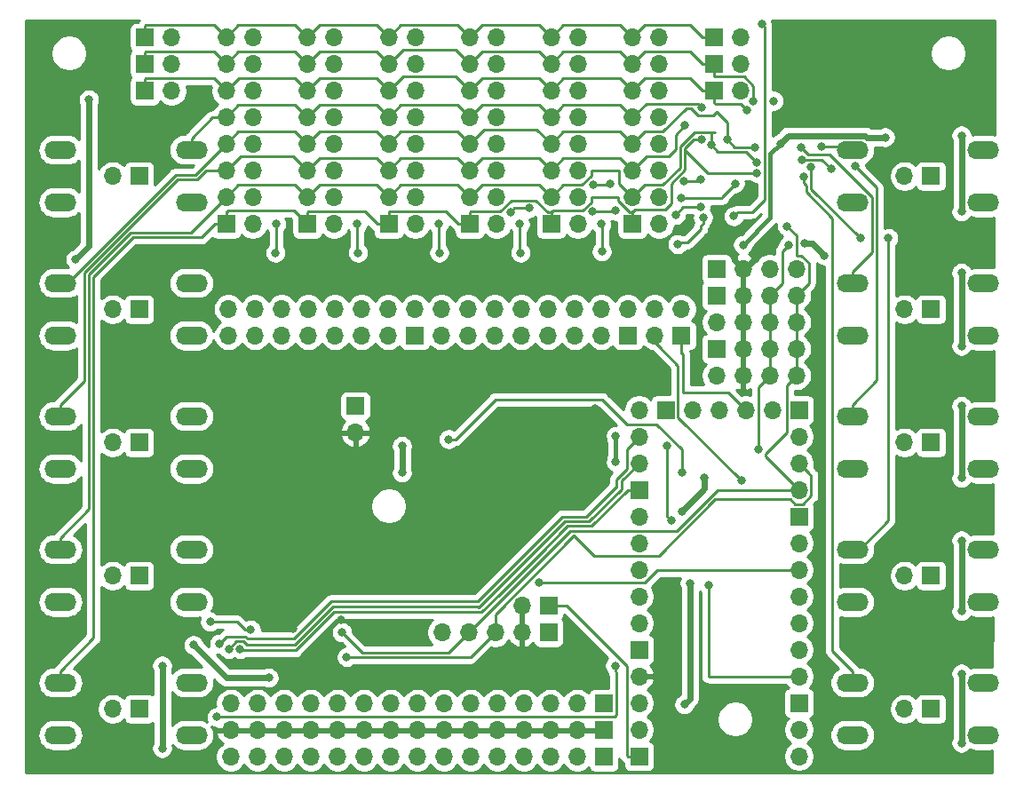
<source format=gbr>
%TF.GenerationSoftware,KiCad,Pcbnew,(5.1.5)-3*%
%TF.CreationDate,2020-02-14T17:13:17-06:00*%
%TF.ProjectId,Shield v.2,53686965-6c64-4207-962e-322e6b696361,rev?*%
%TF.SameCoordinates,Original*%
%TF.FileFunction,Copper,L2,Bot*%
%TF.FilePolarity,Positive*%
%FSLAX46Y46*%
G04 Gerber Fmt 4.6, Leading zero omitted, Abs format (unit mm)*
G04 Created by KiCad (PCBNEW (5.1.5)-3) date 2020-02-14 17:13:17*
%MOMM*%
%LPD*%
G04 APERTURE LIST*
%TA.AperFunction,ComponentPad*%
%ADD10R,1.700000X1.700000*%
%TD*%
%TA.AperFunction,ComponentPad*%
%ADD11O,1.700000X1.700000*%
%TD*%
%TA.AperFunction,ComponentPad*%
%ADD12O,3.048000X1.727200*%
%TD*%
%TA.AperFunction,ViaPad*%
%ADD13C,0.800000*%
%TD*%
%TA.AperFunction,Conductor*%
%ADD14C,0.250000*%
%TD*%
%TA.AperFunction,Conductor*%
%ADD15C,0.600000*%
%TD*%
%TA.AperFunction,Conductor*%
%ADD16C,0.400000*%
%TD*%
%TA.AperFunction,Conductor*%
%ADD17C,0.254000*%
%TD*%
G04 APERTURE END LIST*
D10*
%TO.P,J14,1*%
%TO.N,+5V*%
X168408616Y-81546092D03*
D11*
%TO.P,J14,2*%
%TO.N,GND*%
X170948616Y-81546092D03*
%TO.P,J14,3*%
%TO.N,/13*%
X173488616Y-81546092D03*
%TO.P,J14,4*%
%TO.N,/12*%
X176028616Y-81546092D03*
%TD*%
D10*
%TO.P,J10,1*%
%TO.N,+5V*%
X168408616Y-84086092D03*
D11*
%TO.P,J10,2*%
X168408616Y-86626092D03*
%TO.P,J10,3*%
%TO.N,GND*%
X170948616Y-84086092D03*
%TO.P,J10,4*%
X170948616Y-86626092D03*
%TO.P,J10,5*%
%TO.N,/SDA*%
X173488616Y-84086092D03*
%TO.P,J10,6*%
X173488616Y-86626092D03*
%TO.P,J10,7*%
%TO.N,/SCL*%
X176028616Y-84086092D03*
%TO.P,J10,8*%
X176028616Y-86626092D03*
%TD*%
%TO.P,J11,8*%
%TO.N,/SCL*%
X176028616Y-91706092D03*
%TO.P,J11,7*%
X176028616Y-89166092D03*
%TO.P,J11,6*%
%TO.N,/SDA*%
X173488616Y-91706092D03*
%TO.P,J11,5*%
X173488616Y-89166092D03*
%TO.P,J11,4*%
%TO.N,GND*%
X170948616Y-91706092D03*
%TO.P,J11,3*%
X170948616Y-89166092D03*
%TO.P,J11,2*%
%TO.N,+5V*%
X168408616Y-91706092D03*
D10*
%TO.P,J11,1*%
X168408616Y-89166092D03*
%TD*%
%TO.P,J1,1*%
%TO.N,/RST*%
X161036000Y-128016000D03*
D11*
%TO.P,J1,2*%
%TO.N,+5V*%
X161036000Y-125476000D03*
%TO.P,J1,3*%
%TO.N,/Aref*%
X161036000Y-122936000D03*
%TO.P,J1,4*%
%TO.N,GND*%
X161036000Y-120396000D03*
%TD*%
D10*
%TO.P,J2,1*%
%TO.N,/A0*%
X161036000Y-117856000D03*
D11*
%TO.P,J2,2*%
%TO.N,/A1*%
X161036000Y-115316000D03*
%TO.P,J2,3*%
%TO.N,/A2*%
X161036000Y-112776000D03*
%TO.P,J2,4*%
%TO.N,/A3*%
X161036000Y-110236000D03*
%TO.P,J2,5*%
%TO.N,/A4*%
X161036000Y-107696000D03*
%TO.P,J2,6*%
%TO.N,/A5*%
X161036000Y-105156000D03*
%TD*%
%TO.P,J3,4*%
%TO.N,/3V*%
X161036000Y-94996000D03*
%TO.P,J3,3*%
%TO.N,/14*%
X161036000Y-97536000D03*
%TO.P,J3,2*%
%TO.N,/16*%
X161036000Y-100076000D03*
D10*
%TO.P,J3,1*%
%TO.N,/15*%
X161036000Y-102616000D03*
%TD*%
%TO.P,J4,1*%
%TO.N,/En*%
X163576000Y-94996000D03*
D11*
%TO.P,J4,2*%
%TO.N,GND*%
X166116000Y-94996000D03*
%TO.P,J4,3*%
%TO.N,/A8*%
X168656000Y-94996000D03*
%TO.P,J4,4*%
%TO.N,/A7*%
X171196000Y-94996000D03*
%TO.P,J4,5*%
%TO.N,/A6*%
X173736000Y-94996000D03*
%TD*%
%TO.P,J5,5*%
%TO.N,/9\002A*%
X142240000Y-116205000D03*
%TO.P,J5,4*%
%TO.N,/SCL*%
X144780000Y-116205000D03*
%TO.P,J5,3*%
%TO.N,/SDA*%
X147320000Y-116205000D03*
%TO.P,J5,2*%
%TO.N,GND*%
X149860000Y-116205000D03*
D10*
%TO.P,J5,1*%
%TO.N,+5V*%
X152400000Y-116205000D03*
%TD*%
%TO.P,J6,1*%
%TO.N,/USB*%
X176276000Y-122936000D03*
D11*
%TO.P,J6,2*%
%TO.N,Net-(J6-Pad2)*%
X176276000Y-125476000D03*
%TO.P,J6,3*%
%TO.N,/BAT*%
X176276000Y-128016000D03*
%TD*%
D10*
%TO.P,J7,1*%
%TO.N,/5\002A*%
X176276000Y-105156000D03*
D11*
%TO.P,J7,2*%
%TO.N,/7*%
X176276000Y-107696000D03*
%TO.P,J7,3*%
%TO.N,/9\002A*%
X176276000Y-110236000D03*
%TO.P,J7,4*%
%TO.N,/10\002A*%
X176276000Y-112776000D03*
%TO.P,J7,5*%
%TO.N,/11\002A*%
X176276000Y-115316000D03*
%TO.P,J7,6*%
%TO.N,/12*%
X176276000Y-117856000D03*
%TO.P,J7,7*%
%TO.N,/13*%
X176276000Y-120396000D03*
%TD*%
D10*
%TO.P,J8,1*%
%TO.N,/RX*%
X176276000Y-94996000D03*
D11*
%TO.P,J8,2*%
%TO.N,/TX*%
X176276000Y-97536000D03*
%TO.P,J8,3*%
%TO.N,/SDA*%
X176276000Y-100076000D03*
%TO.P,J8,4*%
%TO.N,/SCL*%
X176276000Y-102616000D03*
%TD*%
D10*
%TO.P,J15,1*%
%TO.N,Net-(J15-Pad1)*%
X133985000Y-94615000D03*
D11*
%TO.P,J15,2*%
%TO.N,GND*%
X133985000Y-97155000D03*
%TD*%
D10*
%TO.P,J16,1*%
%TO.N,/A7*%
X165068162Y-87904138D03*
D11*
%TO.P,J16,2*%
%TO.N,Net-(J16-Pad2)*%
X165068162Y-85364138D03*
%TO.P,J16,3*%
%TO.N,/5\002A*%
X162528162Y-87904138D03*
%TO.P,J16,4*%
%TO.N,Net-(J16-Pad4)*%
X162528162Y-85364138D03*
%TD*%
%TO.P,J17,16*%
%TO.N,Net-(J17-Pad16)*%
X142208162Y-85364138D03*
%TO.P,J17,15*%
%TO.N,Net-(J17-Pad15)*%
X142208162Y-87904138D03*
%TO.P,J17,14*%
%TO.N,Net-(J17-Pad14)*%
X144748162Y-85364138D03*
%TO.P,J17,13*%
%TO.N,Net-(J17-Pad13)*%
X144748162Y-87904138D03*
%TO.P,J17,12*%
%TO.N,Net-(J17-Pad12)*%
X147288162Y-85364138D03*
%TO.P,J17,11*%
%TO.N,Net-(J17-Pad11)*%
X147288162Y-87904138D03*
%TO.P,J17,10*%
%TO.N,Net-(J17-Pad10)*%
X149828162Y-85364138D03*
%TO.P,J17,9*%
%TO.N,Net-(J17-Pad9)*%
X149828162Y-87904138D03*
%TO.P,J17,8*%
%TO.N,Net-(J17-Pad8)*%
X152368162Y-85364138D03*
%TO.P,J17,7*%
%TO.N,Net-(J17-Pad7)*%
X152368162Y-87904138D03*
%TO.P,J17,6*%
%TO.N,Net-(J17-Pad6)*%
X154908162Y-85364138D03*
%TO.P,J17,5*%
%TO.N,Net-(J17-Pad5)*%
X154908162Y-87904138D03*
%TO.P,J17,4*%
%TO.N,Net-(J17-Pad4)*%
X157448162Y-85364138D03*
%TO.P,J17,3*%
%TO.N,Net-(J17-Pad3)*%
X157448162Y-87904138D03*
%TO.P,J17,2*%
%TO.N,Net-(J17-Pad2)*%
X159988162Y-85364138D03*
D10*
%TO.P,J17,1*%
%TO.N,Net-(J17-Pad1)*%
X159988162Y-87904138D03*
%TD*%
%TO.P,J18,1*%
%TO.N,Net-(J18-Pad1)*%
X139668162Y-87904138D03*
D11*
%TO.P,J18,2*%
%TO.N,Net-(J18-Pad2)*%
X139668162Y-85364138D03*
%TO.P,J18,3*%
%TO.N,Net-(J18-Pad3)*%
X137128162Y-87904138D03*
%TO.P,J18,4*%
%TO.N,Net-(J18-Pad4)*%
X137128162Y-85364138D03*
%TO.P,J18,5*%
%TO.N,Net-(J18-Pad5)*%
X134588162Y-87904138D03*
%TO.P,J18,6*%
%TO.N,Net-(J18-Pad6)*%
X134588162Y-85364138D03*
%TO.P,J18,7*%
%TO.N,Net-(J18-Pad7)*%
X132048162Y-87904138D03*
%TO.P,J18,8*%
%TO.N,Net-(J18-Pad8)*%
X132048162Y-85364138D03*
%TO.P,J18,9*%
%TO.N,Net-(J18-Pad9)*%
X129508162Y-87904138D03*
%TO.P,J18,10*%
%TO.N,Net-(J18-Pad10)*%
X129508162Y-85364138D03*
%TO.P,J18,11*%
%TO.N,Net-(J18-Pad11)*%
X126968162Y-87904138D03*
%TO.P,J18,12*%
%TO.N,Net-(J18-Pad12)*%
X126968162Y-85364138D03*
%TO.P,J18,13*%
%TO.N,Net-(J18-Pad13)*%
X124428162Y-87904138D03*
%TO.P,J18,14*%
%TO.N,Net-(J18-Pad14)*%
X124428162Y-85364138D03*
%TO.P,J18,15*%
%TO.N,Net-(J18-Pad15)*%
X121888162Y-87904138D03*
%TO.P,J18,16*%
%TO.N,Net-(J18-Pad16)*%
X121888162Y-85364138D03*
%TD*%
%TO.P,J_c1,16*%
%TO.N,Net-(D32-Pad1)*%
X124206000Y-59499500D03*
%TO.P,J_c1,15*%
%TO.N,/Input Matrix/input_r7*%
X121666000Y-59499500D03*
%TO.P,J_c1,14*%
%TO.N,Net-(D31-Pad1)*%
X124206000Y-62039500D03*
%TO.P,J_c1,13*%
%TO.N,/Input Matrix/input_r6*%
X121666000Y-62039500D03*
%TO.P,J_c1,12*%
%TO.N,Net-(D30-Pad1)*%
X124206000Y-64579500D03*
%TO.P,J_c1,11*%
%TO.N,/Input Matrix/input_r5*%
X121666000Y-64579500D03*
%TO.P,J_c1,10*%
%TO.N,Net-(D29-Pad1)*%
X124206000Y-67119500D03*
%TO.P,J_c1,9*%
%TO.N,/Input Matrix/input_r4*%
X121666000Y-67119500D03*
%TO.P,J_c1,8*%
%TO.N,Net-(D28-Pad1)*%
X124206000Y-69659500D03*
%TO.P,J_c1,7*%
%TO.N,/Input Matrix/input_r3*%
X121666000Y-69659500D03*
%TO.P,J_c1,6*%
%TO.N,Net-(D27-Pad1)*%
X124206000Y-72199500D03*
%TO.P,J_c1,5*%
%TO.N,/Input Matrix/input_r2*%
X121666000Y-72199500D03*
%TO.P,J_c1,4*%
%TO.N,Net-(D26-Pad1)*%
X124206000Y-74739500D03*
%TO.P,J_c1,3*%
%TO.N,/Input Matrix/input_r1*%
X121666000Y-74739500D03*
%TO.P,J_c1,2*%
%TO.N,Net-(D25-Pad1)*%
X124206000Y-77279500D03*
D10*
%TO.P,J_c1,1*%
%TO.N,/Input Matrix/input_r0*%
X121666000Y-77279500D03*
%TD*%
%TO.P,J_c2,1*%
%TO.N,/Input Matrix/input_r0*%
X129413000Y-77279500D03*
D11*
%TO.P,J_c2,2*%
%TO.N,Net-(D33-Pad1)*%
X131953000Y-77279500D03*
%TO.P,J_c2,3*%
%TO.N,/Input Matrix/input_r1*%
X129413000Y-74739500D03*
%TO.P,J_c2,4*%
%TO.N,Net-(D34-Pad1)*%
X131953000Y-74739500D03*
%TO.P,J_c2,5*%
%TO.N,/Input Matrix/input_r2*%
X129413000Y-72199500D03*
%TO.P,J_c2,6*%
%TO.N,Net-(D35-Pad1)*%
X131953000Y-72199500D03*
%TO.P,J_c2,7*%
%TO.N,/Input Matrix/input_r3*%
X129413000Y-69659500D03*
%TO.P,J_c2,8*%
%TO.N,Net-(D36-Pad1)*%
X131953000Y-69659500D03*
%TO.P,J_c2,9*%
%TO.N,/Input Matrix/input_r4*%
X129413000Y-67119500D03*
%TO.P,J_c2,10*%
%TO.N,Net-(D37-Pad1)*%
X131953000Y-67119500D03*
%TO.P,J_c2,11*%
%TO.N,/Input Matrix/input_r5*%
X129413000Y-64579500D03*
%TO.P,J_c2,12*%
%TO.N,Net-(D38-Pad1)*%
X131953000Y-64579500D03*
%TO.P,J_c2,13*%
%TO.N,/Input Matrix/input_r6*%
X129413000Y-62039500D03*
%TO.P,J_c2,14*%
%TO.N,Net-(D39-Pad1)*%
X131953000Y-62039500D03*
%TO.P,J_c2,15*%
%TO.N,/Input Matrix/input_r7*%
X129413000Y-59499500D03*
%TO.P,J_c2,16*%
%TO.N,Net-(D40-Pad1)*%
X131953000Y-59499500D03*
%TD*%
%TO.P,J_c3,16*%
%TO.N,Net-(D48-Pad1)*%
X139700000Y-59499500D03*
%TO.P,J_c3,15*%
%TO.N,/Input Matrix/input_r7*%
X137160000Y-59499500D03*
%TO.P,J_c3,14*%
%TO.N,Net-(D47-Pad1)*%
X139700000Y-62039500D03*
%TO.P,J_c3,13*%
%TO.N,/Input Matrix/input_r6*%
X137160000Y-62039500D03*
%TO.P,J_c3,12*%
%TO.N,Net-(D46-Pad1)*%
X139700000Y-64579500D03*
%TO.P,J_c3,11*%
%TO.N,/Input Matrix/input_r5*%
X137160000Y-64579500D03*
%TO.P,J_c3,10*%
%TO.N,Net-(D45-Pad1)*%
X139700000Y-67119500D03*
%TO.P,J_c3,9*%
%TO.N,/Input Matrix/input_r4*%
X137160000Y-67119500D03*
%TO.P,J_c3,8*%
%TO.N,Net-(D44-Pad1)*%
X139700000Y-69659500D03*
%TO.P,J_c3,7*%
%TO.N,/Input Matrix/input_r3*%
X137160000Y-69659500D03*
%TO.P,J_c3,6*%
%TO.N,Net-(D43-Pad1)*%
X139700000Y-72199500D03*
%TO.P,J_c3,5*%
%TO.N,/Input Matrix/input_r2*%
X137160000Y-72199500D03*
%TO.P,J_c3,4*%
%TO.N,Net-(D42-Pad1)*%
X139700000Y-74739500D03*
%TO.P,J_c3,3*%
%TO.N,/Input Matrix/input_r1*%
X137160000Y-74739500D03*
%TO.P,J_c3,2*%
%TO.N,Net-(D41-Pad1)*%
X139700000Y-77279500D03*
D10*
%TO.P,J_c3,1*%
%TO.N,/Input Matrix/input_r0*%
X137160000Y-77279500D03*
%TD*%
%TO.P,J_c4,1*%
%TO.N,/Input Matrix/input_r0*%
X144907000Y-77279500D03*
D11*
%TO.P,J_c4,2*%
%TO.N,Net-(D49-Pad1)*%
X147447000Y-77279500D03*
%TO.P,J_c4,3*%
%TO.N,/Input Matrix/input_r1*%
X144907000Y-74739500D03*
%TO.P,J_c4,4*%
%TO.N,Net-(D50-Pad1)*%
X147447000Y-74739500D03*
%TO.P,J_c4,5*%
%TO.N,/Input Matrix/input_r2*%
X144907000Y-72199500D03*
%TO.P,J_c4,6*%
%TO.N,Net-(D51-Pad1)*%
X147447000Y-72199500D03*
%TO.P,J_c4,7*%
%TO.N,/Input Matrix/input_r3*%
X144907000Y-69659500D03*
%TO.P,J_c4,8*%
%TO.N,Net-(D52-Pad1)*%
X147447000Y-69659500D03*
%TO.P,J_c4,9*%
%TO.N,/Input Matrix/input_r4*%
X144907000Y-67119500D03*
%TO.P,J_c4,10*%
%TO.N,Net-(D53-Pad1)*%
X147447000Y-67119500D03*
%TO.P,J_c4,11*%
%TO.N,/Input Matrix/input_r5*%
X144907000Y-64579500D03*
%TO.P,J_c4,12*%
%TO.N,Net-(D54-Pad1)*%
X147447000Y-64579500D03*
%TO.P,J_c4,13*%
%TO.N,/Input Matrix/input_r6*%
X144907000Y-62039500D03*
%TO.P,J_c4,14*%
%TO.N,Net-(D55-Pad1)*%
X147447000Y-62039500D03*
%TO.P,J_c4,15*%
%TO.N,/Input Matrix/input_r7*%
X144907000Y-59499500D03*
%TO.P,J_c4,16*%
%TO.N,Net-(D56-Pad1)*%
X147447000Y-59499500D03*
%TD*%
%TO.P,J_c5,16*%
%TO.N,Net-(D64-Pad1)*%
X155194000Y-59499500D03*
%TO.P,J_c5,15*%
%TO.N,/Input Matrix/input_r7*%
X152654000Y-59499500D03*
%TO.P,J_c5,14*%
%TO.N,Net-(D63-Pad1)*%
X155194000Y-62039500D03*
%TO.P,J_c5,13*%
%TO.N,/Input Matrix/input_r6*%
X152654000Y-62039500D03*
%TO.P,J_c5,12*%
%TO.N,Net-(D62-Pad1)*%
X155194000Y-64579500D03*
%TO.P,J_c5,11*%
%TO.N,/Input Matrix/input_r5*%
X152654000Y-64579500D03*
%TO.P,J_c5,10*%
%TO.N,Net-(D61-Pad1)*%
X155194000Y-67119500D03*
%TO.P,J_c5,9*%
%TO.N,/Input Matrix/input_r4*%
X152654000Y-67119500D03*
%TO.P,J_c5,8*%
%TO.N,Net-(D60-Pad1)*%
X155194000Y-69659500D03*
%TO.P,J_c5,7*%
%TO.N,/Input Matrix/input_r3*%
X152654000Y-69659500D03*
%TO.P,J_c5,6*%
%TO.N,Net-(D59-Pad1)*%
X155194000Y-72199500D03*
%TO.P,J_c5,5*%
%TO.N,/Input Matrix/input_r2*%
X152654000Y-72199500D03*
%TO.P,J_c5,4*%
%TO.N,Net-(D58-Pad1)*%
X155194000Y-74739500D03*
%TO.P,J_c5,3*%
%TO.N,/Input Matrix/input_r1*%
X152654000Y-74739500D03*
%TO.P,J_c5,2*%
%TO.N,Net-(D57-Pad1)*%
X155194000Y-77279500D03*
D10*
%TO.P,J_c5,1*%
%TO.N,/Input Matrix/input_r0*%
X152654000Y-77279500D03*
%TD*%
%TO.P,J_c6,1*%
%TO.N,/Input Matrix/input_r0*%
X160401000Y-77279500D03*
D11*
%TO.P,J_c6,2*%
%TO.N,Net-(D65-Pad1)*%
X162941000Y-77279500D03*
%TO.P,J_c6,3*%
%TO.N,/Input Matrix/input_r1*%
X160401000Y-74739500D03*
%TO.P,J_c6,4*%
%TO.N,Net-(D66-Pad1)*%
X162941000Y-74739500D03*
%TO.P,J_c6,5*%
%TO.N,/Input Matrix/input_r2*%
X160401000Y-72199500D03*
%TO.P,J_c6,6*%
%TO.N,Net-(D67-Pad1)*%
X162941000Y-72199500D03*
%TO.P,J_c6,7*%
%TO.N,/Input Matrix/input_r3*%
X160401000Y-69659500D03*
%TO.P,J_c6,8*%
%TO.N,Net-(D68-Pad1)*%
X162941000Y-69659500D03*
%TO.P,J_c6,9*%
%TO.N,/Input Matrix/input_r4*%
X160401000Y-67119500D03*
%TO.P,J_c6,10*%
%TO.N,Net-(D69-Pad1)*%
X162941000Y-67119500D03*
%TO.P,J_c6,11*%
%TO.N,/Input Matrix/input_r5*%
X160401000Y-64579500D03*
%TO.P,J_c6,12*%
%TO.N,Net-(D70-Pad1)*%
X162941000Y-64579500D03*
%TO.P,J_c6,13*%
%TO.N,/Input Matrix/input_r6*%
X160401000Y-62039500D03*
%TO.P,J_c6,14*%
%TO.N,Net-(D71-Pad1)*%
X162941000Y-62039500D03*
%TO.P,J_c6,15*%
%TO.N,/Input Matrix/input_r7*%
X160401000Y-59499500D03*
%TO.P,J_c6,16*%
%TO.N,Net-(D72-Pad1)*%
X162941000Y-59499500D03*
%TD*%
%TO.P,J_c0_r1,2*%
%TO.N,Net-(D18-Pad1)*%
X110845000Y-110799500D03*
D10*
%TO.P,J_c0_r1,1*%
%TO.N,/Input Matrix/input_r1*%
X113385000Y-110799500D03*
%TD*%
%TO.P,J_c0_r2,1*%
%TO.N,/Input Matrix/input_r2*%
X113385000Y-98099500D03*
D11*
%TO.P,J_c0_r2,2*%
%TO.N,Net-(D19-Pad1)*%
X110845000Y-98099500D03*
%TD*%
%TO.P,J_c0_r0,2*%
%TO.N,Net-(D17-Pad1)*%
X110845000Y-123499500D03*
D10*
%TO.P,J_c0_r0,1*%
%TO.N,/Input Matrix/input_r0*%
X113385000Y-123499500D03*
%TD*%
D11*
%TO.P,J_c0_r3,2*%
%TO.N,Net-(D20-Pad1)*%
X110845000Y-85399500D03*
D10*
%TO.P,J_c0_r3,1*%
%TO.N,/Input Matrix/input_r3*%
X113385000Y-85399500D03*
%TD*%
D11*
%TO.P,J_c0_r4,2*%
%TO.N,Net-(D21-Pad1)*%
X110845000Y-72699500D03*
D10*
%TO.P,J_c0_r4,1*%
%TO.N,/Input Matrix/input_r4*%
X113385000Y-72699500D03*
%TD*%
%TO.P,J19F2,1*%
%TO.N,/Input Matrix/input_r5*%
X113919000Y-64579500D03*
D11*
%TO.P,J19F2,2*%
%TO.N,Net-(D22-Pad1)*%
X116459000Y-64579500D03*
%TD*%
%TO.P,J19G1,2*%
%TO.N,Net-(D23-Pad1)*%
X116459000Y-62039500D03*
D10*
%TO.P,J19G1,1*%
%TO.N,/Input Matrix/input_r6*%
X113919000Y-62039500D03*
%TD*%
%TO.P,J_c0,1*%
%TO.N,/Input Matrix/input_r7*%
X113919000Y-59499500D03*
D11*
%TO.P,J_c0,2*%
%TO.N,Net-(D24-Pad1)*%
X116459000Y-59499500D03*
%TD*%
%TO.P,J_c7_r0,2*%
%TO.N,Net-(D73-Pad1)*%
X186345000Y-123499500D03*
D10*
%TO.P,J_c7_r0,1*%
%TO.N,/Input Matrix/input_r0*%
X188885000Y-123499500D03*
%TD*%
D11*
%TO.P,J_c7_r1,2*%
%TO.N,Net-(D74-Pad1)*%
X186345000Y-110799500D03*
D10*
%TO.P,J_c7_r1,1*%
%TO.N,/Input Matrix/input_r1*%
X188885000Y-110799500D03*
%TD*%
D11*
%TO.P,J_c7_r2,2*%
%TO.N,Net-(D75-Pad1)*%
X186345000Y-98099500D03*
D10*
%TO.P,J_c7_r2,1*%
%TO.N,/Input Matrix/input_r2*%
X188885000Y-98099500D03*
%TD*%
%TO.P,J_c7_r3,1*%
%TO.N,/Input Matrix/input_r3*%
X188885000Y-85399500D03*
D11*
%TO.P,J_c7_r3,2*%
%TO.N,Net-(D76-Pad1)*%
X186345000Y-85399500D03*
%TD*%
%TO.P,J_c7_r4,2*%
%TO.N,Net-(D77-Pad1)*%
X186345000Y-72699500D03*
D10*
%TO.P,J_c7_r4,1*%
%TO.N,/Input Matrix/input_r4*%
X188885000Y-72699500D03*
%TD*%
%TO.P,J26F1,1*%
%TO.N,/Input Matrix/input_r5*%
X168148000Y-64579500D03*
D11*
%TO.P,J26F1,2*%
%TO.N,Net-(D78-Pad1)*%
X170688000Y-64579500D03*
%TD*%
D10*
%TO.P,J26G1,1*%
%TO.N,/Input Matrix/input_r6*%
X168148000Y-62039500D03*
D11*
%TO.P,J26G1,2*%
%TO.N,Net-(D79-Pad1)*%
X170688000Y-62039500D03*
%TD*%
%TO.P,J_c7,2*%
%TO.N,Net-(D80-Pad1)*%
X170688000Y-59499500D03*
D10*
%TO.P,J_c7,1*%
%TO.N,/Input Matrix/input_r7*%
X168148000Y-59499500D03*
%TD*%
D12*
%TO.P,SW1,2*%
%TO.N,Net-(D17-Pad1)*%
X105870000Y-125999500D03*
%TO.P,SW1,1*%
%TO.N,/Input Matrix/input_r0*%
X105870000Y-120999500D03*
%TO.P,SW1,2*%
%TO.N,Net-(D17-Pad1)*%
X118370000Y-125999500D03*
%TO.P,SW1,1*%
%TO.N,/Input Matrix/input_r0*%
X118370000Y-120999500D03*
%TD*%
%TO.P,SW2,1*%
%TO.N,/Input Matrix/input_r1*%
X118370000Y-108299500D03*
%TO.P,SW2,2*%
%TO.N,Net-(D18-Pad1)*%
X118370000Y-113299500D03*
%TO.P,SW2,1*%
%TO.N,/Input Matrix/input_r1*%
X105870000Y-108299500D03*
%TO.P,SW2,2*%
%TO.N,Net-(D18-Pad1)*%
X105870000Y-113299500D03*
%TD*%
%TO.P,SW3,2*%
%TO.N,Net-(D19-Pad1)*%
X105870000Y-100599500D03*
%TO.P,SW3,1*%
%TO.N,/Input Matrix/input_r2*%
X105870000Y-95599500D03*
%TO.P,SW3,2*%
%TO.N,Net-(D19-Pad1)*%
X118370000Y-100599500D03*
%TO.P,SW3,1*%
%TO.N,/Input Matrix/input_r2*%
X118370000Y-95599500D03*
%TD*%
%TO.P,SW4,1*%
%TO.N,/Input Matrix/input_r3*%
X118370000Y-82899500D03*
%TO.P,SW4,2*%
%TO.N,Net-(D20-Pad1)*%
X118370000Y-87899500D03*
%TO.P,SW4,1*%
%TO.N,/Input Matrix/input_r3*%
X105870000Y-82899500D03*
%TO.P,SW4,2*%
%TO.N,Net-(D20-Pad1)*%
X105870000Y-87899500D03*
%TD*%
%TO.P,SW5,2*%
%TO.N,Net-(D21-Pad1)*%
X105870000Y-75199500D03*
%TO.P,SW5,1*%
%TO.N,/Input Matrix/input_r4*%
X105870000Y-70199500D03*
%TO.P,SW5,2*%
%TO.N,Net-(D21-Pad1)*%
X118370000Y-75199500D03*
%TO.P,SW5,1*%
%TO.N,/Input Matrix/input_r4*%
X118370000Y-70199500D03*
%TD*%
%TO.P,SW6,1*%
%TO.N,/Input Matrix/input_r0*%
X193870000Y-120999500D03*
%TO.P,SW6,2*%
%TO.N,Net-(D73-Pad1)*%
X193870000Y-125999500D03*
%TO.P,SW6,1*%
%TO.N,/Input Matrix/input_r0*%
X181370000Y-120999500D03*
%TO.P,SW6,2*%
%TO.N,Net-(D73-Pad1)*%
X181370000Y-125999500D03*
%TD*%
%TO.P,SW7,2*%
%TO.N,Net-(D74-Pad1)*%
X181370000Y-113299500D03*
%TO.P,SW7,1*%
%TO.N,/Input Matrix/input_r1*%
X181370000Y-108299500D03*
%TO.P,SW7,2*%
%TO.N,Net-(D74-Pad1)*%
X193870000Y-113299500D03*
%TO.P,SW7,1*%
%TO.N,/Input Matrix/input_r1*%
X193870000Y-108299500D03*
%TD*%
%TO.P,SW8,1*%
%TO.N,/Input Matrix/input_r2*%
X193870000Y-95599500D03*
%TO.P,SW8,2*%
%TO.N,Net-(D75-Pad1)*%
X193870000Y-100599500D03*
%TO.P,SW8,1*%
%TO.N,/Input Matrix/input_r2*%
X181370000Y-95599500D03*
%TO.P,SW8,2*%
%TO.N,Net-(D75-Pad1)*%
X181370000Y-100599500D03*
%TD*%
%TO.P,SW9,1*%
%TO.N,/Input Matrix/input_r3*%
X193870000Y-82899500D03*
%TO.P,SW9,2*%
%TO.N,Net-(D76-Pad1)*%
X193870000Y-87899500D03*
%TO.P,SW9,1*%
%TO.N,/Input Matrix/input_r3*%
X181370000Y-82899500D03*
%TO.P,SW9,2*%
%TO.N,Net-(D76-Pad1)*%
X181370000Y-87899500D03*
%TD*%
%TO.P,SW10,2*%
%TO.N,Net-(D77-Pad1)*%
X181370000Y-75199500D03*
%TO.P,SW10,1*%
%TO.N,/Input Matrix/input_r4*%
X181370000Y-70199500D03*
%TO.P,SW10,2*%
%TO.N,Net-(D77-Pad1)*%
X193870000Y-75199500D03*
%TO.P,SW10,1*%
%TO.N,/Input Matrix/input_r4*%
X193870000Y-70199500D03*
%TD*%
D10*
%TO.P,A,1*%
%TO.N,/A1*%
X157674159Y-122985439D03*
D11*
%TO.P,A,2*%
%TO.N,/A2*%
X155134159Y-122985439D03*
%TO.P,A,3*%
%TO.N,/A3*%
X152594159Y-122985439D03*
%TO.P,A,4*%
%TO.N,/A4*%
X150054159Y-122985439D03*
%TO.P,A,5*%
%TO.N,/A5*%
X147514159Y-122985439D03*
%TO.P,A,6*%
%TO.N,/A6*%
X144974159Y-122985439D03*
%TO.P,A,7*%
%TO.N,/A8*%
X142434159Y-122985439D03*
%TO.P,A,8*%
%TO.N,/uA4*%
X139894159Y-122985439D03*
%TO.P,A,9*%
%TO.N,/uA6*%
X137354159Y-122985439D03*
%TO.P,A,10*%
%TO.N,/uA7*%
X134814159Y-122985439D03*
%TO.P,A,11*%
%TO.N,/uA5*%
X132274159Y-122985439D03*
%TO.P,A,12*%
%TO.N,/uA2*%
X129734159Y-122985439D03*
%TO.P,A,13*%
%TO.N,/uA1*%
X127194159Y-122985439D03*
%TO.P,A,14*%
%TO.N,/uA0*%
X124654159Y-122985439D03*
%TO.P,A,15*%
%TO.N,/uA3*%
X122114159Y-122985439D03*
%TD*%
D10*
%TO.P,V,1*%
%TO.N,+5V*%
X157674159Y-128065439D03*
D11*
%TO.P,V,2*%
X155134159Y-128065439D03*
%TO.P,V,3*%
X152594159Y-128065439D03*
%TO.P,V,4*%
X150054159Y-128065439D03*
%TO.P,V,5*%
X147514159Y-128065439D03*
%TO.P,V,6*%
X144974159Y-128065439D03*
%TO.P,V,7*%
X142434159Y-128065439D03*
%TO.P,V,8*%
X139894159Y-128065439D03*
%TO.P,V,9*%
X137354159Y-128065439D03*
%TO.P,V,10*%
X134814159Y-128065439D03*
%TO.P,V,11*%
X132274159Y-128065439D03*
%TO.P,V,12*%
X129734159Y-128065439D03*
%TO.P,V,13*%
X127194159Y-128065439D03*
%TO.P,V,14*%
X124654159Y-128065439D03*
%TO.P,V,15*%
X122114159Y-128065439D03*
%TD*%
%TO.P,G,15*%
%TO.N,GND*%
X122114159Y-125525439D03*
%TO.P,G,14*%
X124654159Y-125525439D03*
%TO.P,G,13*%
X127194159Y-125525439D03*
%TO.P,G,12*%
X129734159Y-125525439D03*
%TO.P,G,11*%
X132274159Y-125525439D03*
%TO.P,G,10*%
X134814159Y-125525439D03*
%TO.P,G,9*%
X137354159Y-125525439D03*
%TO.P,G,8*%
X139894159Y-125525439D03*
%TO.P,G,7*%
X142434159Y-125525439D03*
%TO.P,G,6*%
X144974159Y-125525439D03*
%TO.P,G,5*%
X147514159Y-125525439D03*
%TO.P,G,4*%
X150054159Y-125525439D03*
%TO.P,G,3*%
X152594159Y-125525439D03*
%TO.P,G,2*%
X155134159Y-125525439D03*
D10*
%TO.P,G,1*%
X157674159Y-125525439D03*
%TD*%
%TO.P,J9,1*%
%TO.N,/RST*%
X152400000Y-113665000D03*
D11*
%TO.P,J9,2*%
%TO.N,GND*%
X149860000Y-113665000D03*
%TD*%
D13*
%TO.N,/Input Matrix/input_c0*%
X167132000Y-76644500D03*
X164719000Y-79184500D03*
%TO.N,/Input Matrix/input_c1*%
X126428500Y-77279500D03*
X126365000Y-80010000D03*
%TO.N,/Input Matrix/input_c2*%
X134175500Y-77279500D03*
X134239000Y-80010000D03*
X170053000Y-76517500D03*
X172720000Y-58229500D03*
%TO.N,/Input Matrix/input_c3*%
X141922500Y-77279500D03*
X141986000Y-80010000D03*
X156607904Y-76089904D03*
X158813500Y-76009500D03*
X166875000Y-75678087D03*
X164528500Y-76390500D03*
X150558500Y-75755500D03*
X148780500Y-76136500D03*
%TO.N,/Input Matrix/input_c4*%
X149669500Y-77279500D03*
X149733000Y-80010000D03*
X156639654Y-73518154D03*
X158305500Y-73469500D03*
X170180000Y-73406000D03*
X165036500Y-74803000D03*
%TO.N,/Input Matrix/input_c5*%
X157416500Y-77279500D03*
X157480000Y-79883000D03*
X165347419Y-73193799D03*
X166941500Y-73025000D03*
%TO.N,/Input Matrix/input_r6*%
X171939000Y-65532000D03*
%TO.N,/Input Matrix/input_r5*%
X171323000Y-66421000D03*
%TO.N,/Input Matrix/input_r4*%
X167005000Y-66167000D03*
X178435000Y-69850000D03*
%TO.N,/Input Matrix/input_r3*%
X169418000Y-69215000D03*
X176457892Y-69940000D03*
X172085000Y-69940000D03*
%TO.N,/Input Matrix/input_r2*%
X181610000Y-71755000D03*
X179328153Y-72013153D03*
X176530000Y-71120000D03*
X165422153Y-67886153D03*
%TO.N,/Input Matrix/input_r1*%
X172249000Y-71390001D03*
X177419000Y-71845000D03*
X182118000Y-78613000D03*
X184785000Y-78613000D03*
X167894000Y-69723000D03*
%TO.N,/Input Matrix/input_r0*%
X172212000Y-72390000D03*
X176694000Y-72771000D03*
X167008409Y-69214999D03*
%TO.N,GND*%
X156845000Y-94869000D03*
X156083000Y-101727000D03*
X134620000Y-119888000D03*
X132651500Y-114998500D03*
X173291500Y-79375000D03*
X163703000Y-80962500D03*
X177500000Y-67500000D03*
X133350000Y-103886000D03*
X140335000Y-91440000D03*
X137795000Y-97155000D03*
X163195000Y-91440000D03*
X121539000Y-111887000D03*
X128016000Y-115824000D03*
X113665000Y-125349000D03*
X117856000Y-123317000D03*
%TO.N,+5V*%
X115570000Y-127254000D03*
X115570000Y-119380000D03*
X158813500Y-99949000D03*
X158813500Y-97472500D03*
X138430000Y-100965000D03*
X138430000Y-98425000D03*
X108585000Y-65405000D03*
X107315000Y-80645000D03*
X173863000Y-65532000D03*
X191770000Y-68834000D03*
X191770000Y-76073000D03*
X191770000Y-81915000D03*
X191770000Y-88900000D03*
X191770000Y-94615000D03*
X191770000Y-101473000D03*
X191770000Y-107442000D03*
X191770000Y-114173000D03*
X191770000Y-120142000D03*
X191770000Y-126746000D03*
X170942000Y-79248000D03*
X174498000Y-69596000D03*
X167259000Y-101473000D03*
X165100000Y-104648000D03*
X165862000Y-111506000D03*
X165354000Y-123063000D03*
X176784000Y-79121000D03*
X178689000Y-80264000D03*
X125730000Y-120523000D03*
X118554500Y-117411500D03*
X184500000Y-69000000D03*
%TO.N,/A0*%
X158750000Y-119380000D03*
X124013569Y-115951000D03*
X120777000Y-124269500D03*
X120142000Y-115189000D03*
%TO.N,/14*%
X121031000Y-117284500D03*
%TO.N,/16*%
X121920000Y-117792500D03*
%TO.N,/15*%
X122999500Y-117792500D03*
%TO.N,/9\002A*%
X151478999Y-111411001D03*
%TO.N,/SCL*%
X132715000Y-116205000D03*
X175145010Y-77470000D03*
%TO.N,/SDA*%
X133165009Y-118560009D03*
X172409338Y-98756780D03*
X175260000Y-79315919D03*
%TO.N,/5\002A*%
X170815000Y-101727000D03*
%TO.N,/10\002A*%
X165100000Y-100965000D03*
X142875000Y-97790000D03*
%TO.N,/13*%
X167640000Y-111670000D03*
%TO.N,Net-(Q1-Pad1)*%
X163703000Y-98425000D03*
X164084000Y-105537000D03*
%TD*%
D14*
%TO.N,/Input Matrix/input_c0*%
X167132000Y-76644500D02*
X167132000Y-77210185D01*
X167132000Y-77210185D02*
X166941500Y-77400685D01*
X166941500Y-77400685D02*
X166941500Y-77724000D01*
X166941500Y-77724000D02*
X165660480Y-79005020D01*
X165660480Y-79005020D02*
X164898480Y-79005020D01*
X164898480Y-79005020D02*
X164719000Y-79184500D01*
%TO.N,/Input Matrix/input_c1*%
X126428500Y-79946500D02*
X126365000Y-80010000D01*
X126428500Y-77279500D02*
X126428500Y-79946500D01*
%TO.N,/Input Matrix/input_c2*%
X134175500Y-79946500D02*
X134239000Y-80010000D01*
X134175500Y-77279500D02*
X134175500Y-79946500D01*
X172974000Y-61214000D02*
X172974000Y-72771000D01*
X170452999Y-76117501D02*
X171786499Y-76117501D01*
X170053000Y-76517500D02*
X170452999Y-76117501D01*
X171786499Y-76117501D02*
X172974000Y-74930000D01*
X172974000Y-58483500D02*
X172720000Y-58229500D01*
X172974000Y-74930000D02*
X172974000Y-72771000D01*
X172974000Y-61214000D02*
X172974000Y-58483500D01*
%TO.N,/Input Matrix/input_c3*%
X141922500Y-79946500D02*
X141986000Y-80010000D01*
X141922500Y-77279500D02*
X141922500Y-79946500D01*
X156607904Y-76089904D02*
X158733096Y-76089904D01*
X158733096Y-76089904D02*
X158813500Y-76009500D01*
X166875000Y-75678087D02*
X165240913Y-75678087D01*
X165240913Y-75678087D02*
X164528500Y-76390500D01*
X150558500Y-75755500D02*
X149161500Y-75755500D01*
X149161500Y-75755500D02*
X148780500Y-76136500D01*
%TO.N,/Input Matrix/input_c4*%
X149669500Y-79946500D02*
X149733000Y-80010000D01*
X149669500Y-77279500D02*
X149669500Y-79946500D01*
X156639654Y-73518154D02*
X158256846Y-73518154D01*
X158256846Y-73518154D02*
X158305500Y-73469500D01*
X165036500Y-74803000D02*
X168910000Y-74803000D01*
X168910000Y-74676000D02*
X170180000Y-73406000D01*
X168910000Y-74803000D02*
X168910000Y-74676000D01*
%TO.N,/Input Matrix/input_c5*%
X157480000Y-77343000D02*
X157416500Y-77279500D01*
X157480000Y-79883000D02*
X157480000Y-77343000D01*
X165347419Y-73193799D02*
X166772701Y-73193799D01*
X166772701Y-73193799D02*
X166941500Y-73025000D01*
%TO.N,/Input Matrix/input_r7*%
X120816001Y-58649501D02*
X121666000Y-59499500D01*
X120490999Y-58324499D02*
X120816001Y-58649501D01*
X113994001Y-58324499D02*
X120490999Y-58324499D01*
X113919000Y-58399500D02*
X113994001Y-58324499D01*
X113919000Y-59499500D02*
X113919000Y-58399500D01*
X128563001Y-58649501D02*
X129413000Y-59499500D01*
X128237999Y-58324499D02*
X128563001Y-58649501D01*
X122841001Y-58324499D02*
X128237999Y-58324499D01*
X121666000Y-59499500D02*
X122841001Y-58324499D01*
X136310001Y-58649501D02*
X137160000Y-59499500D01*
X135984999Y-58324499D02*
X136310001Y-58649501D01*
X130588001Y-58324499D02*
X135984999Y-58324499D01*
X129413000Y-59499500D02*
X130588001Y-58324499D01*
X144057001Y-58649501D02*
X144907000Y-59499500D01*
X143731999Y-58324499D02*
X144057001Y-58649501D01*
X138335001Y-58324499D02*
X143731999Y-58324499D01*
X137160000Y-59499500D02*
X138335001Y-58324499D01*
X151804001Y-58649501D02*
X152654000Y-59499500D01*
X151478999Y-58324499D02*
X151804001Y-58649501D01*
X146082001Y-58324499D02*
X151478999Y-58324499D01*
X144907000Y-59499500D02*
X146082001Y-58324499D01*
X159551001Y-58649501D02*
X160401000Y-59499500D01*
X159225999Y-58324499D02*
X159551001Y-58649501D01*
X153829001Y-58324499D02*
X159225999Y-58324499D01*
X152654000Y-59499500D02*
X153829001Y-58324499D01*
X167048000Y-59499500D02*
X168148000Y-59499500D01*
X165872999Y-58324499D02*
X167048000Y-59499500D01*
X161576001Y-58324499D02*
X165872999Y-58324499D01*
X160401000Y-59499500D02*
X161576001Y-58324499D01*
%TO.N,/Input Matrix/input_r6*%
X120816001Y-61189501D02*
X121666000Y-62039500D01*
X120490999Y-60864499D02*
X120816001Y-61189501D01*
X113994001Y-60864499D02*
X120490999Y-60864499D01*
X113919000Y-60939500D02*
X113994001Y-60864499D01*
X113919000Y-62039500D02*
X113919000Y-60939500D01*
X128563001Y-61189501D02*
X129413000Y-62039500D01*
X128237999Y-60864499D02*
X128563001Y-61189501D01*
X122841001Y-60864499D02*
X128237999Y-60864499D01*
X121666000Y-62039500D02*
X122841001Y-60864499D01*
X136310001Y-61189501D02*
X137160000Y-62039500D01*
X135984999Y-60864499D02*
X136310001Y-61189501D01*
X130588001Y-60864499D02*
X135984999Y-60864499D01*
X129413000Y-62039500D02*
X130588001Y-60864499D01*
X144057001Y-61189501D02*
X144907000Y-62039500D01*
X143542001Y-60674501D02*
X144057001Y-61189501D01*
X138524999Y-60674501D02*
X143542001Y-60674501D01*
X137160000Y-62039500D02*
X138524999Y-60674501D01*
X151804001Y-61189501D02*
X152654000Y-62039500D01*
X151478999Y-60864499D02*
X151804001Y-61189501D01*
X146082001Y-60864499D02*
X151478999Y-60864499D01*
X144907000Y-62039500D02*
X146082001Y-60864499D01*
X159551001Y-61189501D02*
X160401000Y-62039500D01*
X159225999Y-60864499D02*
X159551001Y-61189501D01*
X153829001Y-60864499D02*
X159225999Y-60864499D01*
X152654000Y-62039500D02*
X153829001Y-60864499D01*
X161250999Y-61189501D02*
X160401000Y-62039500D01*
X161576001Y-60864499D02*
X161250999Y-61189501D01*
X165872999Y-60864499D02*
X161576001Y-60864499D01*
X167048000Y-62039500D02*
X165872999Y-60864499D01*
X168148000Y-62039500D02*
X167048000Y-62039500D01*
X168148000Y-63139500D02*
X168148000Y-62039500D01*
X168223001Y-63214501D02*
X168148000Y-63139500D01*
X171062003Y-63214501D02*
X168223001Y-63214501D01*
X171939000Y-64091498D02*
X171062003Y-63214501D01*
X171939000Y-65532000D02*
X171939000Y-64091498D01*
%TO.N,/Input Matrix/input_r5*%
X120816001Y-63729501D02*
X121666000Y-64579500D01*
X120490999Y-63404499D02*
X120816001Y-63729501D01*
X113994001Y-63404499D02*
X120490999Y-63404499D01*
X113919000Y-63479500D02*
X113994001Y-63404499D01*
X113919000Y-64579500D02*
X113919000Y-63479500D01*
X144057001Y-63729501D02*
X144907000Y-64579500D01*
X143542001Y-63214501D02*
X144057001Y-63729501D01*
X138524999Y-63214501D02*
X143542001Y-63214501D01*
X137160000Y-64579500D02*
X138524999Y-63214501D01*
X136310001Y-63729501D02*
X137160000Y-64579500D01*
X135984999Y-63404499D02*
X136310001Y-63729501D01*
X130588001Y-63404499D02*
X135984999Y-63404499D01*
X129413000Y-64579500D02*
X130588001Y-63404499D01*
X128563001Y-63729501D02*
X129413000Y-64579500D01*
X128206500Y-63373000D02*
X128563001Y-63729501D01*
X122872500Y-63373000D02*
X128206500Y-63373000D01*
X121666000Y-64579500D02*
X122872500Y-63373000D01*
X151804001Y-63729501D02*
X152654000Y-64579500D01*
X151478999Y-63404499D02*
X151804001Y-63729501D01*
X146082001Y-63404499D02*
X151478999Y-63404499D01*
X144907000Y-64579500D02*
X146082001Y-63404499D01*
X159551001Y-63729501D02*
X160401000Y-64579500D01*
X159225999Y-63404499D02*
X159551001Y-63729501D01*
X153829001Y-63404499D02*
X159225999Y-63404499D01*
X152654000Y-64579500D02*
X153829001Y-63404499D01*
X167048000Y-64579500D02*
X168148000Y-64579500D01*
X165872999Y-63404499D02*
X167048000Y-64579500D01*
X161576001Y-63404499D02*
X165872999Y-63404499D01*
X160401000Y-64579500D02*
X161576001Y-63404499D01*
X168148000Y-65679500D02*
X168254500Y-65786000D01*
X168148000Y-64579500D02*
X168148000Y-65679500D01*
X168254500Y-65786000D02*
X170688000Y-65786000D01*
X170688000Y-65786000D02*
X171323000Y-66421000D01*
%TO.N,/Input Matrix/input_r4*%
X128563001Y-66269501D02*
X129413000Y-67119500D01*
X128237999Y-65944499D02*
X128563001Y-66269501D01*
X122841001Y-65944499D02*
X128237999Y-65944499D01*
X121666000Y-67119500D02*
X122841001Y-65944499D01*
X136310001Y-66269501D02*
X137160000Y-67119500D01*
X135984999Y-65944499D02*
X136310001Y-66269501D01*
X130588001Y-65944499D02*
X135984999Y-65944499D01*
X129413000Y-67119500D02*
X130588001Y-65944499D01*
X144057001Y-66269501D02*
X144907000Y-67119500D01*
X143731999Y-65944499D02*
X144057001Y-66269501D01*
X138335001Y-65944499D02*
X143731999Y-65944499D01*
X137160000Y-67119500D02*
X138335001Y-65944499D01*
X153503999Y-66269501D02*
X152654000Y-67119500D01*
X153829001Y-65944499D02*
X153503999Y-66269501D01*
X159225999Y-65944499D02*
X153829001Y-65944499D01*
X160401000Y-67119500D02*
X159225999Y-65944499D01*
X151804001Y-66269501D02*
X152654000Y-67119500D01*
X151478999Y-65944499D02*
X151804001Y-66269501D01*
X146082001Y-65944499D02*
X151478999Y-65944499D01*
X144907000Y-67119500D02*
X146082001Y-65944499D01*
X160401000Y-67119500D02*
X161734500Y-65786000D01*
X166624000Y-65786000D02*
X167005000Y-66167000D01*
X161734500Y-65786000D02*
X166624000Y-65786000D01*
X120336400Y-67119500D02*
X121666000Y-67119500D01*
X118370000Y-69085900D02*
X120336400Y-67119500D01*
X118370000Y-70199500D02*
X118370000Y-69085900D01*
X181020500Y-69850000D02*
X181370000Y-70199500D01*
X178435000Y-69850000D02*
X181020500Y-69850000D01*
%TO.N,/Input Matrix/input_r3*%
X106530400Y-82899500D02*
X105870000Y-82899500D01*
X116849400Y-72580500D02*
X106530400Y-82899500D01*
X121666000Y-69659500D02*
X118745000Y-72580500D01*
X118745000Y-72580500D02*
X116849400Y-72580500D01*
X128563001Y-68809501D02*
X129413000Y-69659500D01*
X128237999Y-68484499D02*
X128563001Y-68809501D01*
X122841001Y-68484499D02*
X128237999Y-68484499D01*
X121666000Y-69659500D02*
X122841001Y-68484499D01*
X136310001Y-68809501D02*
X137160000Y-69659500D01*
X135984999Y-68484499D02*
X136310001Y-68809501D01*
X130588001Y-68484499D02*
X135984999Y-68484499D01*
X129413000Y-69659500D02*
X130588001Y-68484499D01*
X144057001Y-68809501D02*
X144907000Y-69659500D01*
X143731999Y-68484499D02*
X144057001Y-68809501D01*
X138335001Y-68484499D02*
X143731999Y-68484499D01*
X137160000Y-69659500D02*
X138335001Y-68484499D01*
X145756999Y-68809501D02*
X144907000Y-69659500D01*
X146271999Y-68294501D02*
X145756999Y-68809501D01*
X151289001Y-68294501D02*
X146271999Y-68294501D01*
X152654000Y-69659500D02*
X151289001Y-68294501D01*
X159551001Y-68809501D02*
X160401000Y-69659500D01*
X159225999Y-68484499D02*
X159551001Y-68809501D01*
X153829001Y-68484499D02*
X159225999Y-68484499D01*
X152654000Y-69659500D02*
X153829001Y-68484499D01*
X181370000Y-81785900D02*
X183219010Y-79936890D01*
X181370000Y-82899500D02*
X181370000Y-81785900D01*
X183219010Y-79936890D02*
X183219010Y-74707162D01*
X183219010Y-74707162D02*
X179161358Y-70649510D01*
X179161358Y-70649510D02*
X177167402Y-70649510D01*
X177167402Y-70649510D02*
X176457892Y-69940000D01*
X170143000Y-69940000D02*
X169418000Y-69215000D01*
X172085000Y-69940000D02*
X170143000Y-69940000D01*
X161576001Y-68484499D02*
X160401000Y-69659500D01*
X163315003Y-68484499D02*
X161576001Y-68484499D01*
X165563492Y-66236010D02*
X163315003Y-68484499D01*
X169418000Y-69215000D02*
X169418000Y-67564000D01*
X168057999Y-66892001D02*
X166656999Y-66892001D01*
X169418000Y-67564000D02*
X168402000Y-66548000D01*
X166656999Y-66892001D02*
X166001008Y-66236010D01*
X168402000Y-66548000D02*
X168057999Y-66892001D01*
X166001008Y-66236010D02*
X165563492Y-66236010D01*
%TO.N,/Input Matrix/input_r2*%
X105870000Y-94485900D02*
X105870000Y-95599500D01*
X119762410Y-72199500D02*
X118931401Y-73030509D01*
X121666000Y-72199500D02*
X119762410Y-72199500D01*
X118931401Y-73030509D02*
X117035800Y-73030510D01*
X117035800Y-73030510D02*
X108140500Y-81925810D01*
X108140500Y-81925810D02*
X108140500Y-92215400D01*
X108140500Y-92215400D02*
X105870000Y-94485900D01*
X128563001Y-71349501D02*
X129413000Y-72199500D01*
X128048001Y-70834501D02*
X128563001Y-71349501D01*
X123030999Y-70834501D02*
X128048001Y-70834501D01*
X121666000Y-72199500D02*
X123030999Y-70834501D01*
X136310001Y-71349501D02*
X137160000Y-72199500D01*
X135984999Y-71024499D02*
X136310001Y-71349501D01*
X130588001Y-71024499D02*
X135984999Y-71024499D01*
X129413000Y-72199500D02*
X130588001Y-71024499D01*
X144057001Y-71349501D02*
X144907000Y-72199500D01*
X143731999Y-71024499D02*
X144057001Y-71349501D01*
X138335001Y-71024499D02*
X143731999Y-71024499D01*
X137160000Y-72199500D02*
X138335001Y-71024499D01*
X151804001Y-71349501D02*
X152654000Y-72199500D01*
X151478999Y-71024499D02*
X151804001Y-71349501D01*
X146082001Y-71024499D02*
X151478999Y-71024499D01*
X144907000Y-72199500D02*
X146082001Y-71024499D01*
X159551001Y-71349501D02*
X160401000Y-72199500D01*
X159225999Y-71024499D02*
X159551001Y-71349501D01*
X153829001Y-71024499D02*
X159225999Y-71024499D01*
X152654000Y-72199500D02*
X153829001Y-71024499D01*
X160401000Y-72199500D02*
X161765999Y-70834501D01*
X164522990Y-70173010D02*
X164522990Y-69538010D01*
X161765999Y-70834501D02*
X163861499Y-70834501D01*
X163861499Y-70834501D02*
X164522990Y-70173010D01*
X183669019Y-73814019D02*
X181610000Y-71755000D01*
X183669019Y-92186881D02*
X183669019Y-73814019D01*
X181370000Y-95599500D02*
X181370000Y-94485900D01*
X181370000Y-94485900D02*
X183669019Y-92186881D01*
X179328153Y-72013153D02*
X178435000Y-71120000D01*
X178435000Y-71120000D02*
X176530000Y-71120000D01*
X164522990Y-68785316D02*
X165422153Y-67886153D01*
X164522990Y-69538010D02*
X164522990Y-68785316D01*
%TO.N,/Input Matrix/input_r1*%
X105870000Y-107185900D02*
X105870000Y-108299500D01*
X108590510Y-104465390D02*
X105870000Y-107185900D01*
X108590510Y-82112210D02*
X108590510Y-104465390D01*
X112597720Y-78105000D02*
X108590510Y-82112210D01*
X118300500Y-78105000D02*
X112597720Y-78105000D01*
X121666000Y-74739500D02*
X118300500Y-78105000D01*
X128563001Y-73889501D02*
X129413000Y-74739500D01*
X128237999Y-73564499D02*
X128563001Y-73889501D01*
X122841001Y-73564499D02*
X128237999Y-73564499D01*
X121666000Y-74739500D02*
X122841001Y-73564499D01*
X136310001Y-73889501D02*
X137160000Y-74739500D01*
X135984999Y-73564499D02*
X136310001Y-73889501D01*
X130588001Y-73564499D02*
X135984999Y-73564499D01*
X129413000Y-74739500D02*
X130588001Y-73564499D01*
X144057001Y-73889501D02*
X144907000Y-74739500D01*
X143731999Y-73564499D02*
X144057001Y-73889501D01*
X138335001Y-73564499D02*
X143731999Y-73564499D01*
X137160000Y-74739500D02*
X138335001Y-73564499D01*
X151804001Y-73889501D02*
X152654000Y-74739500D01*
X151478999Y-73564499D02*
X151804001Y-73889501D01*
X146082001Y-73564499D02*
X151478999Y-73564499D01*
X144907000Y-74739500D02*
X146082001Y-73564499D01*
X159551001Y-73889501D02*
X160401000Y-74739500D01*
X159225999Y-73564499D02*
X159551001Y-73889501D01*
X152654000Y-74739500D02*
X153829001Y-73564499D01*
X160401000Y-74739500D02*
X161576001Y-73564499D01*
X161576001Y-73564499D02*
X163315003Y-73564499D01*
X163315003Y-73564499D02*
X164973000Y-71906502D01*
X164973000Y-71906502D02*
X164973000Y-69850000D01*
X164973000Y-69850000D02*
X166333001Y-68489999D01*
X177419000Y-71845000D02*
X177419000Y-73914000D01*
X177419000Y-73914000D02*
X182118000Y-78613000D01*
X182030400Y-108299500D02*
X181370000Y-108299500D01*
X184785000Y-105544900D02*
X182030400Y-108299500D01*
X184785000Y-78613000D02*
X184785000Y-105544900D01*
X155568003Y-73564499D02*
X156464000Y-72668502D01*
X153829001Y-73564499D02*
X155568003Y-73564499D01*
X156464000Y-72668502D02*
X156464000Y-72199500D01*
X156464000Y-72199500D02*
X159131000Y-72199500D01*
X159131000Y-73469500D02*
X160401000Y-74739500D01*
X159131000Y-72199500D02*
X159131000Y-73469500D01*
X167894000Y-69723000D02*
X167894000Y-68489999D01*
X168561010Y-70390010D02*
X167894000Y-69723000D01*
X171249009Y-70390010D02*
X168561010Y-70390010D01*
X172249000Y-71390001D02*
X171249009Y-70390010D01*
X166333001Y-68489999D02*
X167894000Y-68489999D01*
X167894000Y-68489999D02*
X168242001Y-68489999D01*
%TO.N,/Input Matrix/input_r0*%
X105870000Y-119885900D02*
X105870000Y-120999500D01*
X120566000Y-77279500D02*
X119290490Y-78555010D01*
X119290490Y-78555010D02*
X112784120Y-78555010D01*
X112784120Y-78555010D02*
X109040520Y-82298610D01*
X109040520Y-82298610D02*
X109040520Y-116715380D01*
X121666000Y-77279500D02*
X120566000Y-77279500D01*
X109040520Y-116715380D02*
X105870000Y-119885900D01*
X121666000Y-76179500D02*
X121741001Y-76104499D01*
X121666000Y-77279500D02*
X121666000Y-76179500D01*
X136060000Y-77279500D02*
X137160000Y-77279500D01*
X134884999Y-76104499D02*
X136060000Y-77279500D01*
X129488001Y-76104499D02*
X134884999Y-76104499D01*
X129413000Y-76179500D02*
X129488001Y-76104499D01*
X129413000Y-77279500D02*
X129413000Y-76179500D01*
X128143000Y-76009500D02*
X129413000Y-77279500D01*
X121666000Y-76179500D02*
X121836000Y-76009500D01*
X121836000Y-76009500D02*
X128143000Y-76009500D01*
X143807000Y-77279500D02*
X144907000Y-77279500D01*
X142631999Y-76104499D02*
X143807000Y-77279500D01*
X137235001Y-76104499D02*
X142631999Y-76104499D01*
X137160000Y-76179500D02*
X137235001Y-76104499D01*
X137160000Y-77279500D02*
X137160000Y-76179500D01*
X152654000Y-76179500D02*
X152654000Y-77279500D01*
X152578999Y-76104499D02*
X152654000Y-76179500D01*
X144907000Y-76179500D02*
X144982001Y-76104499D01*
X144907000Y-77279500D02*
X144907000Y-76179500D01*
X160401000Y-76179500D02*
X160401000Y-77279500D01*
X160325999Y-76104499D02*
X160401000Y-76179500D01*
X152654000Y-76179500D02*
X152729001Y-76104499D01*
X176968990Y-73611675D02*
X176968990Y-74225990D01*
X176694000Y-72771000D02*
X176694000Y-73336685D01*
X176694000Y-73336685D02*
X176968990Y-73611675D01*
X176968990Y-74225990D02*
X179451000Y-76708000D01*
X181370000Y-119885900D02*
X181370000Y-120999500D01*
X179451000Y-117966900D02*
X181370000Y-119885900D01*
X179451000Y-76708000D02*
X179451000Y-117966900D01*
X152354998Y-76179500D02*
X151193500Y-75018002D01*
X152654000Y-76179500D02*
X152354998Y-76179500D01*
X151193500Y-75018002D02*
X148868502Y-75018002D01*
X147782005Y-76104499D02*
X144982001Y-76104499D01*
X148868502Y-75018002D02*
X147782005Y-76104499D01*
X152654000Y-76179500D02*
X152824000Y-76009500D01*
X155663002Y-76009500D02*
X156464000Y-75208502D01*
X152824000Y-76009500D02*
X155663002Y-76009500D01*
X156464000Y-75208502D02*
X156464000Y-74739500D01*
X156464000Y-74739500D02*
X159004000Y-74739500D01*
X160126500Y-76179500D02*
X160401000Y-76179500D01*
X159004000Y-75057000D02*
X160126500Y-76179500D01*
X159004000Y-74739500D02*
X159004000Y-75057000D01*
X160665999Y-75914501D02*
X163505001Y-75914501D01*
X160401000Y-76179500D02*
X160665999Y-75914501D01*
X163505001Y-75914501D02*
X164116001Y-75303501D01*
X164116001Y-75303501D02*
X164116001Y-73399911D01*
X164116001Y-73399911D02*
X165423009Y-72092903D01*
X165423010Y-70036400D02*
X166244410Y-69215000D01*
X165423009Y-72092903D02*
X165423010Y-70036400D01*
X165423010Y-70236510D02*
X165423010Y-70036400D01*
X167576500Y-72390000D02*
X165423010Y-70236510D01*
X172212000Y-72390000D02*
X167576500Y-72390000D01*
X166244410Y-69215000D02*
X167008408Y-69215000D01*
X167008408Y-69215000D02*
X167008409Y-69214999D01*
D15*
%TO.N,GND*%
X171120408Y-81546092D02*
X173291500Y-79375000D01*
X170948616Y-81546092D02*
X171120408Y-81546092D01*
X170098617Y-80696093D02*
X170098617Y-80309617D01*
X170948616Y-81546092D02*
X170098617Y-80696093D01*
X170098617Y-80309617D02*
X168910000Y-79121000D01*
%TO.N,+5V*%
X115570000Y-127254000D02*
X115570000Y-119380000D01*
D16*
X158813500Y-99949000D02*
X158813500Y-97472500D01*
D15*
X138430000Y-100965000D02*
X138430000Y-98425000D01*
X108585000Y-65405000D02*
X108585000Y-79375000D01*
X108585000Y-79375000D02*
X107315000Y-80645000D01*
X191770000Y-68834000D02*
X191770000Y-76073000D01*
X191770000Y-81915000D02*
X191770000Y-88900000D01*
X191770000Y-94615000D02*
X191770000Y-101473000D01*
X191770000Y-107442000D02*
X191770000Y-114173000D01*
X191770000Y-120142000D02*
X191770000Y-126746000D01*
D16*
X170942000Y-79248000D02*
X173499010Y-76690990D01*
X173499010Y-71374000D02*
X173499010Y-70594990D01*
X173499010Y-70594990D02*
X174498000Y-69596000D01*
D15*
X167259000Y-101473000D02*
X167259000Y-102489000D01*
X167259000Y-102489000D02*
X165100000Y-104648000D01*
X165862000Y-111506000D02*
X165862000Y-122555000D01*
X165862000Y-122555000D02*
X165354000Y-123063000D01*
X176784000Y-79121000D02*
X177546000Y-79121000D01*
X177546000Y-79121000D02*
X178689000Y-80264000D01*
D16*
X125730000Y-120523000D02*
X125730000Y-120504323D01*
D15*
X125730000Y-120523000D02*
X121666000Y-120523000D01*
X121666000Y-120523000D02*
X118554500Y-117411500D01*
D16*
X173499010Y-76690990D02*
X173499010Y-71374000D01*
X173499010Y-72988466D02*
X173499010Y-71374000D01*
D15*
X174897999Y-69196001D02*
X174498000Y-69596000D01*
X182595225Y-68835890D02*
X175258110Y-68835890D01*
X175258110Y-68835890D02*
X174897999Y-69196001D01*
X182759335Y-69000000D02*
X182595225Y-68835890D01*
X184500000Y-69000000D02*
X182759335Y-69000000D01*
D14*
%TO.N,/RST*%
X154108002Y-113665000D02*
X152400000Y-113665000D01*
X159860999Y-119417997D02*
X154108002Y-113665000D01*
X159860999Y-127940999D02*
X159860999Y-119417997D01*
X159936000Y-128016000D02*
X159860999Y-127940999D01*
X161036000Y-128016000D02*
X159936000Y-128016000D01*
%TO.N,/A0*%
X158849160Y-120044845D02*
X158750000Y-119945685D01*
X124013569Y-115951000D02*
X123447884Y-115951000D01*
X158750000Y-119945685D02*
X158750000Y-119380000D01*
X158675100Y-124269500D02*
X158849160Y-124095440D01*
X158849160Y-124095440D02*
X158849160Y-120044845D01*
X120777000Y-124269500D02*
X158675100Y-124269500D01*
X122685884Y-115189000D02*
X123447884Y-115951000D01*
X120142000Y-115189000D02*
X122685884Y-115189000D01*
X120777000Y-124269500D02*
X120777000Y-124269500D01*
%TO.N,/14*%
X159860999Y-100614591D02*
X158877000Y-101598590D01*
X161036000Y-97536000D02*
X159860999Y-98711001D01*
X159860999Y-98711001D02*
X159860999Y-100614591D01*
X158877000Y-101598590D02*
X158877000Y-102360590D01*
X158877000Y-102360590D02*
X158814910Y-102360590D01*
X158814910Y-102360590D02*
X156019500Y-105156000D01*
X156004531Y-105170969D02*
X153718531Y-105170969D01*
X153718531Y-105170969D02*
X147510500Y-111379000D01*
X145669000Y-113220500D02*
X132080000Y-113220500D01*
X131692502Y-113220500D02*
X128143000Y-116770002D01*
X121698011Y-116617489D02*
X121031000Y-117284500D01*
X123533901Y-116617489D02*
X121698011Y-116617489D01*
X128143000Y-116770002D02*
X123686414Y-116770002D01*
X123686414Y-116770002D02*
X123533901Y-116617489D01*
X132080000Y-113220500D02*
X131692502Y-113220500D01*
X147510500Y-111379000D02*
X145669000Y-113220500D01*
X156019500Y-105156000D02*
X156004531Y-105170969D01*
%TO.N,/16*%
X161036000Y-100076000D02*
X159385000Y-101727000D01*
X159385000Y-101727000D02*
X159385000Y-102530590D01*
X159385000Y-102530590D02*
X159343410Y-102530590D01*
X159343410Y-102530590D02*
X156273500Y-105600500D01*
X156253021Y-105620979D02*
X153967021Y-105620979D01*
X153967021Y-105620979D02*
X147447000Y-112141000D01*
X145764511Y-113823489D02*
X145669522Y-113728500D01*
X131824590Y-113728500D02*
X128205090Y-117348000D01*
X145669522Y-113728500D02*
X131824590Y-113728500D01*
X122645001Y-117067499D02*
X121920000Y-117792500D01*
X123347501Y-117067499D02*
X122645001Y-117067499D01*
X128205090Y-117348000D02*
X123628002Y-117348000D01*
X123628002Y-117348000D02*
X123347501Y-117067499D01*
X147447000Y-112141000D02*
X145764511Y-113823489D01*
X156273500Y-105600500D02*
X156253021Y-105620979D01*
%TO.N,/15*%
X156481011Y-106070989D02*
X154215511Y-106070989D01*
X161036000Y-102616000D02*
X159936000Y-102616000D01*
X159936000Y-102616000D02*
X156481011Y-106070989D01*
X146013001Y-114273499D02*
X131916001Y-114273499D01*
X147764500Y-112522000D02*
X146013001Y-114273499D01*
X131916001Y-114273499D02*
X128270000Y-117919500D01*
X128270000Y-117919500D02*
X123126500Y-117919500D01*
X123126500Y-117919500D02*
X122999500Y-117792500D01*
X154215511Y-106070989D02*
X147764500Y-112522000D01*
X152146000Y-108140500D02*
X147764500Y-112522000D01*
%TO.N,/A7*%
X165201011Y-89667849D02*
X165068162Y-89535000D01*
X165201011Y-93345000D02*
X165201011Y-89667849D01*
X169545000Y-93345000D02*
X165201011Y-93345000D01*
X171196000Y-94996000D02*
X169545000Y-93345000D01*
X165068162Y-87904138D02*
X165068162Y-89535000D01*
X165068162Y-89535000D02*
X165068162Y-89639138D01*
%TO.N,/9\002A*%
X161600001Y-111411001D02*
X151478999Y-111411001D01*
X162775002Y-110236000D02*
X161600001Y-111411001D01*
X176276000Y-110236000D02*
X162775002Y-110236000D01*
%TO.N,/SCL*%
X168529000Y-102616000D02*
X176276000Y-102616000D01*
X164624001Y-106520999D02*
X168529000Y-102616000D01*
X154464001Y-106520999D02*
X164624001Y-106520999D01*
X144780000Y-116205000D02*
X154464001Y-106520999D01*
X142875000Y-118110000D02*
X134620000Y-118110000D01*
X144780000Y-116205000D02*
X142875000Y-118110000D01*
X134620000Y-118110000D02*
X132715000Y-116205000D01*
X176028616Y-91706092D02*
X176028616Y-89166092D01*
X176028616Y-89166092D02*
X176028616Y-86626092D01*
X176028616Y-86626092D02*
X176028616Y-84086092D01*
X176028616Y-84086092D02*
X177203617Y-82911091D01*
X175178617Y-92556091D02*
X176028616Y-91706092D01*
X175100999Y-92633709D02*
X175178617Y-92556091D01*
X175100999Y-97138121D02*
X175100999Y-92633709D01*
X173101000Y-99138120D02*
X175100999Y-97138121D01*
X173101000Y-99441000D02*
X173101000Y-99138120D01*
X176276000Y-102616000D02*
X173101000Y-99441000D01*
X177203617Y-80982091D02*
X176485526Y-80264000D01*
X177203617Y-82911091D02*
X177203617Y-80982091D01*
X176485526Y-80264000D02*
X176022000Y-80264000D01*
X176022000Y-78346990D02*
X175145010Y-77470000D01*
X176022000Y-80264000D02*
X176022000Y-78346990D01*
%TO.N,/SDA*%
X147320000Y-114465998D02*
X154814989Y-106971009D01*
X147320000Y-116205000D02*
X147320000Y-114465998D01*
X162910409Y-108871001D02*
X168276410Y-103505000D01*
X154814989Y-106971009D02*
X156714981Y-108871001D01*
X156714981Y-108871001D02*
X162910409Y-108871001D01*
X177125999Y-100925999D02*
X176276000Y-100076000D01*
X177451001Y-101251001D02*
X177125999Y-100925999D01*
X177451001Y-103180001D02*
X177451001Y-101251001D01*
X176650003Y-103980999D02*
X177451001Y-103180001D01*
X175901997Y-103980999D02*
X176650003Y-103980999D01*
X175425998Y-103505000D02*
X175901997Y-103980999D01*
X168276410Y-103505000D02*
X175425998Y-103505000D01*
X144964991Y-118560009D02*
X133165009Y-118560009D01*
X147320000Y-116205000D02*
X144964991Y-118560009D01*
X172409338Y-92785370D02*
X173488616Y-91706092D01*
X172409338Y-98756780D02*
X172409338Y-92785370D01*
X173488616Y-91706092D02*
X173488616Y-89166092D01*
X173488616Y-89166092D02*
X173488616Y-86626092D01*
X173488616Y-86626092D02*
X173488616Y-84086092D01*
X174663617Y-79912302D02*
X175260000Y-79315919D01*
X174663617Y-82911091D02*
X174663617Y-79912302D01*
X173488616Y-84086092D02*
X174663617Y-82911091D01*
%TO.N,/5\002A*%
X164751001Y-95663001D02*
X170815000Y-101727000D01*
X164751001Y-90761977D02*
X164751001Y-95663001D01*
X162528162Y-88539138D02*
X162941000Y-88951976D01*
X162528162Y-87904138D02*
X162528162Y-88539138D01*
X162655162Y-88666138D02*
X162941000Y-88951976D01*
X162941000Y-88951976D02*
X164751001Y-90761977D01*
%TO.N,/10\002A*%
X162712001Y-96360999D02*
X159860999Y-96360999D01*
X165100000Y-100965000D02*
X165100000Y-98748998D01*
X165100000Y-98748998D02*
X162712001Y-96360999D01*
X159860999Y-96360999D02*
X157480000Y-93980000D01*
X143510000Y-97790000D02*
X142875000Y-97790000D01*
X157480000Y-93980000D02*
X147320000Y-93980000D01*
X147320000Y-93980000D02*
X143510000Y-97790000D01*
%TO.N,/13*%
X167640000Y-120396000D02*
X176276000Y-120396000D01*
X167640000Y-111670000D02*
X167640000Y-120396000D01*
%TO.N,Net-(Q1-Pad1)*%
X163703000Y-98425000D02*
X163703000Y-105156000D01*
X163703000Y-105156000D02*
X164084000Y-105537000D01*
%TD*%
D17*
%TO.N,GND*%
G36*
X113355202Y-57888497D02*
G01*
X113355201Y-57888498D01*
X113284026Y-57975224D01*
X113264674Y-58011428D01*
X113069000Y-58011428D01*
X112944518Y-58023688D01*
X112824820Y-58059998D01*
X112714506Y-58118963D01*
X112617815Y-58198315D01*
X112538463Y-58295006D01*
X112479498Y-58405320D01*
X112443188Y-58525018D01*
X112430928Y-58649500D01*
X112430928Y-60349500D01*
X112443188Y-60473982D01*
X112479498Y-60593680D01*
X112538463Y-60703994D01*
X112592222Y-60769500D01*
X112538463Y-60835006D01*
X112479498Y-60945320D01*
X112443188Y-61065018D01*
X112430928Y-61189500D01*
X112430928Y-62889500D01*
X112443188Y-63013982D01*
X112479498Y-63133680D01*
X112538463Y-63243994D01*
X112592222Y-63309500D01*
X112538463Y-63375006D01*
X112479498Y-63485320D01*
X112443188Y-63605018D01*
X112430928Y-63729500D01*
X112430928Y-65429500D01*
X112443188Y-65553982D01*
X112479498Y-65673680D01*
X112538463Y-65783994D01*
X112617815Y-65880685D01*
X112714506Y-65960037D01*
X112824820Y-66019002D01*
X112944518Y-66055312D01*
X113069000Y-66067572D01*
X114769000Y-66067572D01*
X114893482Y-66055312D01*
X115013180Y-66019002D01*
X115123494Y-65960037D01*
X115220185Y-65880685D01*
X115299537Y-65783994D01*
X115358502Y-65673680D01*
X115380513Y-65601120D01*
X115512368Y-65732975D01*
X115755589Y-65895490D01*
X116025842Y-66007432D01*
X116312740Y-66064500D01*
X116605260Y-66064500D01*
X116892158Y-66007432D01*
X117162411Y-65895490D01*
X117405632Y-65732975D01*
X117612475Y-65526132D01*
X117774990Y-65282911D01*
X117886932Y-65012658D01*
X117944000Y-64725760D01*
X117944000Y-64433240D01*
X117890544Y-64164499D01*
X120176198Y-64164499D01*
X120224791Y-64213092D01*
X120181000Y-64433240D01*
X120181000Y-64725760D01*
X120238068Y-65012658D01*
X120350010Y-65282911D01*
X120512525Y-65526132D01*
X120719368Y-65732975D01*
X120893760Y-65849500D01*
X120719368Y-65966025D01*
X120512525Y-66172868D01*
X120387822Y-66359500D01*
X120373733Y-66359500D01*
X120336400Y-66355823D01*
X120299067Y-66359500D01*
X120187414Y-66370497D01*
X120044153Y-66413954D01*
X119912124Y-66484526D01*
X119796399Y-66579499D01*
X119772601Y-66608497D01*
X117858998Y-68522101D01*
X117830000Y-68545899D01*
X117806202Y-68574897D01*
X117806201Y-68574898D01*
X117735026Y-68661624D01*
X117714032Y-68700900D01*
X117635981Y-68700900D01*
X117415823Y-68722584D01*
X117133336Y-68808275D01*
X116872994Y-68947431D01*
X116644803Y-69134703D01*
X116457531Y-69362894D01*
X116318375Y-69623236D01*
X116232684Y-69905723D01*
X116203749Y-70199500D01*
X116232684Y-70493277D01*
X116318375Y-70775764D01*
X116457531Y-71036106D01*
X116644803Y-71264297D01*
X116872994Y-71451569D01*
X117133336Y-71590725D01*
X117415823Y-71676416D01*
X117635981Y-71698100D01*
X118552599Y-71698100D01*
X118430199Y-71820500D01*
X116886725Y-71820500D01*
X116849400Y-71816824D01*
X116812075Y-71820500D01*
X116812067Y-71820500D01*
X116700414Y-71831497D01*
X116557153Y-71874954D01*
X116425124Y-71945526D01*
X116309399Y-72040499D01*
X116285601Y-72069497D01*
X114873072Y-73482026D01*
X114873072Y-71849500D01*
X114860812Y-71725018D01*
X114824502Y-71605320D01*
X114765537Y-71495006D01*
X114686185Y-71398315D01*
X114589494Y-71318963D01*
X114479180Y-71259998D01*
X114359482Y-71223688D01*
X114235000Y-71211428D01*
X112535000Y-71211428D01*
X112410518Y-71223688D01*
X112290820Y-71259998D01*
X112180506Y-71318963D01*
X112083815Y-71398315D01*
X112004463Y-71495006D01*
X111945498Y-71605320D01*
X111923487Y-71677880D01*
X111791632Y-71546025D01*
X111548411Y-71383510D01*
X111278158Y-71271568D01*
X110991260Y-71214500D01*
X110698740Y-71214500D01*
X110411842Y-71271568D01*
X110141589Y-71383510D01*
X109898368Y-71546025D01*
X109691525Y-71752868D01*
X109529010Y-71996089D01*
X109520000Y-72017841D01*
X109520000Y-65852295D01*
X109580226Y-65706898D01*
X109620000Y-65506939D01*
X109620000Y-65303061D01*
X109580226Y-65103102D01*
X109502205Y-64914744D01*
X109388937Y-64745226D01*
X109244774Y-64601063D01*
X109075256Y-64487795D01*
X108886898Y-64409774D01*
X108686939Y-64370000D01*
X108483061Y-64370000D01*
X108283102Y-64409774D01*
X108094744Y-64487795D01*
X107925226Y-64601063D01*
X107781063Y-64745226D01*
X107667795Y-64914744D01*
X107589774Y-65103102D01*
X107550000Y-65303061D01*
X107550000Y-65506939D01*
X107589774Y-65706898D01*
X107650000Y-65852295D01*
X107650000Y-69201481D01*
X107595197Y-69134703D01*
X107367006Y-68947431D01*
X107106664Y-68808275D01*
X106824177Y-68722584D01*
X106604019Y-68700900D01*
X105135981Y-68700900D01*
X104915823Y-68722584D01*
X104633336Y-68808275D01*
X104372994Y-68947431D01*
X104144803Y-69134703D01*
X103957531Y-69362894D01*
X103818375Y-69623236D01*
X103732684Y-69905723D01*
X103703749Y-70199500D01*
X103732684Y-70493277D01*
X103818375Y-70775764D01*
X103957531Y-71036106D01*
X104144803Y-71264297D01*
X104372994Y-71451569D01*
X104633336Y-71590725D01*
X104915823Y-71676416D01*
X105135981Y-71698100D01*
X106604019Y-71698100D01*
X106824177Y-71676416D01*
X107106664Y-71590725D01*
X107367006Y-71451569D01*
X107595197Y-71264297D01*
X107650000Y-71197519D01*
X107650001Y-74201481D01*
X107595197Y-74134703D01*
X107367006Y-73947431D01*
X107106664Y-73808275D01*
X106824177Y-73722584D01*
X106604019Y-73700900D01*
X105135981Y-73700900D01*
X104915823Y-73722584D01*
X104633336Y-73808275D01*
X104372994Y-73947431D01*
X104144803Y-74134703D01*
X103957531Y-74362894D01*
X103818375Y-74623236D01*
X103732684Y-74905723D01*
X103703749Y-75199500D01*
X103732684Y-75493277D01*
X103818375Y-75775764D01*
X103957531Y-76036106D01*
X104144803Y-76264297D01*
X104372994Y-76451569D01*
X104633336Y-76590725D01*
X104915823Y-76676416D01*
X105135981Y-76698100D01*
X106604019Y-76698100D01*
X106824177Y-76676416D01*
X107106664Y-76590725D01*
X107367006Y-76451569D01*
X107595197Y-76264297D01*
X107650001Y-76197519D01*
X107650001Y-78987709D01*
X106970142Y-79667569D01*
X106824744Y-79727795D01*
X106655226Y-79841063D01*
X106511063Y-79985226D01*
X106397795Y-80154744D01*
X106319774Y-80343102D01*
X106280000Y-80543061D01*
X106280000Y-80746939D01*
X106319774Y-80946898D01*
X106397795Y-81135256D01*
X106511063Y-81304774D01*
X106607535Y-81401246D01*
X106604019Y-81400900D01*
X105135981Y-81400900D01*
X104915823Y-81422584D01*
X104633336Y-81508275D01*
X104372994Y-81647431D01*
X104144803Y-81834703D01*
X103957531Y-82062894D01*
X103818375Y-82323236D01*
X103732684Y-82605723D01*
X103703749Y-82899500D01*
X103732684Y-83193277D01*
X103818375Y-83475764D01*
X103957531Y-83736106D01*
X104144803Y-83964297D01*
X104372994Y-84151569D01*
X104633336Y-84290725D01*
X104915823Y-84376416D01*
X105135981Y-84398100D01*
X106604019Y-84398100D01*
X106824177Y-84376416D01*
X107106664Y-84290725D01*
X107367006Y-84151569D01*
X107380500Y-84140495D01*
X107380500Y-86658506D01*
X107367006Y-86647431D01*
X107106664Y-86508275D01*
X106824177Y-86422584D01*
X106604019Y-86400900D01*
X105135981Y-86400900D01*
X104915823Y-86422584D01*
X104633336Y-86508275D01*
X104372994Y-86647431D01*
X104144803Y-86834703D01*
X103957531Y-87062894D01*
X103818375Y-87323236D01*
X103732684Y-87605723D01*
X103703749Y-87899500D01*
X103732684Y-88193277D01*
X103818375Y-88475764D01*
X103957531Y-88736106D01*
X104144803Y-88964297D01*
X104372994Y-89151569D01*
X104633336Y-89290725D01*
X104915823Y-89376416D01*
X105135981Y-89398100D01*
X106604019Y-89398100D01*
X106824177Y-89376416D01*
X107106664Y-89290725D01*
X107367006Y-89151569D01*
X107380501Y-89140494D01*
X107380501Y-91900597D01*
X105359003Y-93922096D01*
X105329999Y-93945899D01*
X105274871Y-94013074D01*
X105235026Y-94061624D01*
X105214032Y-94100900D01*
X105135981Y-94100900D01*
X104915823Y-94122584D01*
X104633336Y-94208275D01*
X104372994Y-94347431D01*
X104144803Y-94534703D01*
X103957531Y-94762894D01*
X103818375Y-95023236D01*
X103732684Y-95305723D01*
X103703749Y-95599500D01*
X103732684Y-95893277D01*
X103818375Y-96175764D01*
X103957531Y-96436106D01*
X104144803Y-96664297D01*
X104372994Y-96851569D01*
X104633336Y-96990725D01*
X104915823Y-97076416D01*
X105135981Y-97098100D01*
X106604019Y-97098100D01*
X106824177Y-97076416D01*
X107106664Y-96990725D01*
X107367006Y-96851569D01*
X107595197Y-96664297D01*
X107782469Y-96436106D01*
X107830511Y-96346227D01*
X107830511Y-99852774D01*
X107782469Y-99762894D01*
X107595197Y-99534703D01*
X107367006Y-99347431D01*
X107106664Y-99208275D01*
X106824177Y-99122584D01*
X106604019Y-99100900D01*
X105135981Y-99100900D01*
X104915823Y-99122584D01*
X104633336Y-99208275D01*
X104372994Y-99347431D01*
X104144803Y-99534703D01*
X103957531Y-99762894D01*
X103818375Y-100023236D01*
X103732684Y-100305723D01*
X103703749Y-100599500D01*
X103732684Y-100893277D01*
X103818375Y-101175764D01*
X103957531Y-101436106D01*
X104144803Y-101664297D01*
X104372994Y-101851569D01*
X104633336Y-101990725D01*
X104915823Y-102076416D01*
X105135981Y-102098100D01*
X106604019Y-102098100D01*
X106824177Y-102076416D01*
X107106664Y-101990725D01*
X107367006Y-101851569D01*
X107595197Y-101664297D01*
X107782469Y-101436106D01*
X107830511Y-101346226D01*
X107830511Y-104150587D01*
X105359003Y-106622096D01*
X105329999Y-106645899D01*
X105280706Y-106705963D01*
X105235026Y-106761624D01*
X105214032Y-106800900D01*
X105135981Y-106800900D01*
X104915823Y-106822584D01*
X104633336Y-106908275D01*
X104372994Y-107047431D01*
X104144803Y-107234703D01*
X103957531Y-107462894D01*
X103818375Y-107723236D01*
X103732684Y-108005723D01*
X103703749Y-108299500D01*
X103732684Y-108593277D01*
X103818375Y-108875764D01*
X103957531Y-109136106D01*
X104144803Y-109364297D01*
X104372994Y-109551569D01*
X104633336Y-109690725D01*
X104915823Y-109776416D01*
X105135981Y-109798100D01*
X106604019Y-109798100D01*
X106824177Y-109776416D01*
X107106664Y-109690725D01*
X107367006Y-109551569D01*
X107595197Y-109364297D01*
X107782469Y-109136106D01*
X107921625Y-108875764D01*
X108007316Y-108593277D01*
X108036251Y-108299500D01*
X108007316Y-108005723D01*
X107921625Y-107723236D01*
X107782469Y-107462894D01*
X107595197Y-107234703D01*
X107367006Y-107047431D01*
X107182103Y-106948598D01*
X108280521Y-105850181D01*
X108280521Y-116400576D01*
X105359003Y-119322096D01*
X105329999Y-119345899D01*
X105280935Y-119405684D01*
X105235026Y-119461624D01*
X105214032Y-119500900D01*
X105135981Y-119500900D01*
X104915823Y-119522584D01*
X104633336Y-119608275D01*
X104372994Y-119747431D01*
X104144803Y-119934703D01*
X103957531Y-120162894D01*
X103818375Y-120423236D01*
X103732684Y-120705723D01*
X103703749Y-120999500D01*
X103732684Y-121293277D01*
X103818375Y-121575764D01*
X103957531Y-121836106D01*
X104144803Y-122064297D01*
X104372994Y-122251569D01*
X104633336Y-122390725D01*
X104915823Y-122476416D01*
X105135981Y-122498100D01*
X106604019Y-122498100D01*
X106824177Y-122476416D01*
X107106664Y-122390725D01*
X107367006Y-122251569D01*
X107595197Y-122064297D01*
X107782469Y-121836106D01*
X107921625Y-121575764D01*
X108007316Y-121293277D01*
X108036251Y-120999500D01*
X108007316Y-120705723D01*
X107921625Y-120423236D01*
X107782469Y-120162894D01*
X107595197Y-119934703D01*
X107367006Y-119747431D01*
X107182103Y-119648598D01*
X109551528Y-117279175D01*
X109580521Y-117255381D01*
X109604315Y-117226388D01*
X109604319Y-117226384D01*
X109675493Y-117139657D01*
X109681461Y-117128492D01*
X109746066Y-117007627D01*
X109789523Y-116864366D01*
X109800520Y-116752713D01*
X109800520Y-116752704D01*
X109804196Y-116715381D01*
X109800520Y-116678058D01*
X109800520Y-111855127D01*
X109898368Y-111952975D01*
X110141589Y-112115490D01*
X110411842Y-112227432D01*
X110698740Y-112284500D01*
X110991260Y-112284500D01*
X111278158Y-112227432D01*
X111548411Y-112115490D01*
X111791632Y-111952975D01*
X111923487Y-111821120D01*
X111945498Y-111893680D01*
X112004463Y-112003994D01*
X112083815Y-112100685D01*
X112180506Y-112180037D01*
X112290820Y-112239002D01*
X112410518Y-112275312D01*
X112535000Y-112287572D01*
X114235000Y-112287572D01*
X114359482Y-112275312D01*
X114479180Y-112239002D01*
X114589494Y-112180037D01*
X114686185Y-112100685D01*
X114765537Y-112003994D01*
X114824502Y-111893680D01*
X114860812Y-111773982D01*
X114873072Y-111649500D01*
X114873072Y-109949500D01*
X114860812Y-109825018D01*
X114824502Y-109705320D01*
X114765537Y-109595006D01*
X114686185Y-109498315D01*
X114589494Y-109418963D01*
X114479180Y-109359998D01*
X114359482Y-109323688D01*
X114235000Y-109311428D01*
X112535000Y-109311428D01*
X112410518Y-109323688D01*
X112290820Y-109359998D01*
X112180506Y-109418963D01*
X112083815Y-109498315D01*
X112004463Y-109595006D01*
X111945498Y-109705320D01*
X111923487Y-109777880D01*
X111791632Y-109646025D01*
X111548411Y-109483510D01*
X111278158Y-109371568D01*
X110991260Y-109314500D01*
X110698740Y-109314500D01*
X110411842Y-109371568D01*
X110141589Y-109483510D01*
X109898368Y-109646025D01*
X109800520Y-109743873D01*
X109800520Y-108299500D01*
X116203749Y-108299500D01*
X116232684Y-108593277D01*
X116318375Y-108875764D01*
X116457531Y-109136106D01*
X116644803Y-109364297D01*
X116872994Y-109551569D01*
X117133336Y-109690725D01*
X117415823Y-109776416D01*
X117635981Y-109798100D01*
X119104019Y-109798100D01*
X119324177Y-109776416D01*
X119606664Y-109690725D01*
X119867006Y-109551569D01*
X120095197Y-109364297D01*
X120282469Y-109136106D01*
X120421625Y-108875764D01*
X120507316Y-108593277D01*
X120536251Y-108299500D01*
X120507316Y-108005723D01*
X120421625Y-107723236D01*
X120282469Y-107462894D01*
X120095197Y-107234703D01*
X119867006Y-107047431D01*
X119606664Y-106908275D01*
X119324177Y-106822584D01*
X119104019Y-106800900D01*
X117635981Y-106800900D01*
X117415823Y-106822584D01*
X117133336Y-106908275D01*
X116872994Y-107047431D01*
X116644803Y-107234703D01*
X116457531Y-107462894D01*
X116318375Y-107723236D01*
X116232684Y-108005723D01*
X116203749Y-108299500D01*
X109800520Y-108299500D01*
X109800520Y-103969117D01*
X135425000Y-103969117D01*
X135425000Y-104310883D01*
X135491675Y-104646081D01*
X135622463Y-104961831D01*
X135812337Y-105245998D01*
X136054002Y-105487663D01*
X136338169Y-105677537D01*
X136653919Y-105808325D01*
X136989117Y-105875000D01*
X137330883Y-105875000D01*
X137666081Y-105808325D01*
X137981831Y-105677537D01*
X138265998Y-105487663D01*
X138507663Y-105245998D01*
X138697537Y-104961831D01*
X138828325Y-104646081D01*
X138895000Y-104310883D01*
X138895000Y-103969117D01*
X138828325Y-103633919D01*
X138697537Y-103318169D01*
X138507663Y-103034002D01*
X138265998Y-102792337D01*
X137981831Y-102602463D01*
X137666081Y-102471675D01*
X137330883Y-102405000D01*
X136989117Y-102405000D01*
X136653919Y-102471675D01*
X136338169Y-102602463D01*
X136054002Y-102792337D01*
X135812337Y-103034002D01*
X135622463Y-103318169D01*
X135491675Y-103633919D01*
X135425000Y-103969117D01*
X109800520Y-103969117D01*
X109800520Y-100599500D01*
X116203749Y-100599500D01*
X116232684Y-100893277D01*
X116318375Y-101175764D01*
X116457531Y-101436106D01*
X116644803Y-101664297D01*
X116872994Y-101851569D01*
X117133336Y-101990725D01*
X117415823Y-102076416D01*
X117635981Y-102098100D01*
X119104019Y-102098100D01*
X119324177Y-102076416D01*
X119606664Y-101990725D01*
X119867006Y-101851569D01*
X120095197Y-101664297D01*
X120282469Y-101436106D01*
X120421625Y-101175764D01*
X120507316Y-100893277D01*
X120536251Y-100599500D01*
X120507316Y-100305723D01*
X120421625Y-100023236D01*
X120282469Y-99762894D01*
X120095197Y-99534703D01*
X119867006Y-99347431D01*
X119606664Y-99208275D01*
X119324177Y-99122584D01*
X119104019Y-99100900D01*
X117635981Y-99100900D01*
X117415823Y-99122584D01*
X117133336Y-99208275D01*
X116872994Y-99347431D01*
X116644803Y-99534703D01*
X116457531Y-99762894D01*
X116318375Y-100023236D01*
X116232684Y-100305723D01*
X116203749Y-100599500D01*
X109800520Y-100599500D01*
X109800520Y-99155127D01*
X109898368Y-99252975D01*
X110141589Y-99415490D01*
X110411842Y-99527432D01*
X110698740Y-99584500D01*
X110991260Y-99584500D01*
X111278158Y-99527432D01*
X111548411Y-99415490D01*
X111791632Y-99252975D01*
X111923487Y-99121120D01*
X111945498Y-99193680D01*
X112004463Y-99303994D01*
X112083815Y-99400685D01*
X112180506Y-99480037D01*
X112290820Y-99539002D01*
X112410518Y-99575312D01*
X112535000Y-99587572D01*
X114235000Y-99587572D01*
X114359482Y-99575312D01*
X114479180Y-99539002D01*
X114589494Y-99480037D01*
X114686185Y-99400685D01*
X114765537Y-99303994D01*
X114824502Y-99193680D01*
X114860812Y-99073982D01*
X114873072Y-98949500D01*
X114873072Y-97511890D01*
X132543524Y-97511890D01*
X132588175Y-97659099D01*
X132713359Y-97921920D01*
X132887412Y-98155269D01*
X133103645Y-98350178D01*
X133353748Y-98499157D01*
X133628109Y-98596481D01*
X133858000Y-98475814D01*
X133858000Y-97282000D01*
X134112000Y-97282000D01*
X134112000Y-98475814D01*
X134341891Y-98596481D01*
X134616252Y-98499157D01*
X134866355Y-98350178D01*
X134896438Y-98323061D01*
X137395000Y-98323061D01*
X137395000Y-98526939D01*
X137434774Y-98726898D01*
X137495001Y-98872297D01*
X137495000Y-100517704D01*
X137434774Y-100663102D01*
X137395000Y-100863061D01*
X137395000Y-101066939D01*
X137434774Y-101266898D01*
X137512795Y-101455256D01*
X137626063Y-101624774D01*
X137770226Y-101768937D01*
X137939744Y-101882205D01*
X138128102Y-101960226D01*
X138328061Y-102000000D01*
X138531939Y-102000000D01*
X138731898Y-101960226D01*
X138920256Y-101882205D01*
X139089774Y-101768937D01*
X139233937Y-101624774D01*
X139347205Y-101455256D01*
X139425226Y-101266898D01*
X139465000Y-101066939D01*
X139465000Y-100863061D01*
X139425226Y-100663102D01*
X139365000Y-100517705D01*
X139365000Y-98872295D01*
X139425226Y-98726898D01*
X139465000Y-98526939D01*
X139465000Y-98323061D01*
X139425226Y-98123102D01*
X139347205Y-97934744D01*
X139233937Y-97765226D01*
X139089774Y-97621063D01*
X138920256Y-97507795D01*
X138731898Y-97429774D01*
X138531939Y-97390000D01*
X138328061Y-97390000D01*
X138128102Y-97429774D01*
X137939744Y-97507795D01*
X137770226Y-97621063D01*
X137626063Y-97765226D01*
X137512795Y-97934744D01*
X137434774Y-98123102D01*
X137395000Y-98323061D01*
X134896438Y-98323061D01*
X135082588Y-98155269D01*
X135256641Y-97921920D01*
X135381825Y-97659099D01*
X135426476Y-97511890D01*
X135305155Y-97282000D01*
X134112000Y-97282000D01*
X133858000Y-97282000D01*
X132664845Y-97282000D01*
X132543524Y-97511890D01*
X114873072Y-97511890D01*
X114873072Y-97249500D01*
X114860812Y-97125018D01*
X114824502Y-97005320D01*
X114765537Y-96895006D01*
X114686185Y-96798315D01*
X114589494Y-96718963D01*
X114479180Y-96659998D01*
X114359482Y-96623688D01*
X114235000Y-96611428D01*
X112535000Y-96611428D01*
X112410518Y-96623688D01*
X112290820Y-96659998D01*
X112180506Y-96718963D01*
X112083815Y-96798315D01*
X112004463Y-96895006D01*
X111945498Y-97005320D01*
X111923487Y-97077880D01*
X111791632Y-96946025D01*
X111548411Y-96783510D01*
X111278158Y-96671568D01*
X110991260Y-96614500D01*
X110698740Y-96614500D01*
X110411842Y-96671568D01*
X110141589Y-96783510D01*
X109898368Y-96946025D01*
X109800520Y-97043873D01*
X109800520Y-95599500D01*
X116203749Y-95599500D01*
X116232684Y-95893277D01*
X116318375Y-96175764D01*
X116457531Y-96436106D01*
X116644803Y-96664297D01*
X116872994Y-96851569D01*
X117133336Y-96990725D01*
X117415823Y-97076416D01*
X117635981Y-97098100D01*
X119104019Y-97098100D01*
X119324177Y-97076416D01*
X119606664Y-96990725D01*
X119867006Y-96851569D01*
X120095197Y-96664297D01*
X120282469Y-96436106D01*
X120421625Y-96175764D01*
X120507316Y-95893277D01*
X120536251Y-95599500D01*
X120507316Y-95305723D01*
X120421625Y-95023236D01*
X120282469Y-94762894D01*
X120095197Y-94534703D01*
X119867006Y-94347431D01*
X119606664Y-94208275D01*
X119324177Y-94122584D01*
X119104019Y-94100900D01*
X117635981Y-94100900D01*
X117415823Y-94122584D01*
X117133336Y-94208275D01*
X116872994Y-94347431D01*
X116644803Y-94534703D01*
X116457531Y-94762894D01*
X116318375Y-95023236D01*
X116232684Y-95305723D01*
X116203749Y-95599500D01*
X109800520Y-95599500D01*
X109800520Y-93765000D01*
X132496928Y-93765000D01*
X132496928Y-95465000D01*
X132509188Y-95589482D01*
X132545498Y-95709180D01*
X132604463Y-95819494D01*
X132683815Y-95916185D01*
X132780506Y-95995537D01*
X132890820Y-96054502D01*
X132971466Y-96078966D01*
X132887412Y-96154731D01*
X132713359Y-96388080D01*
X132588175Y-96650901D01*
X132543524Y-96798110D01*
X132664845Y-97028000D01*
X133858000Y-97028000D01*
X133858000Y-97008000D01*
X134112000Y-97008000D01*
X134112000Y-97028000D01*
X135305155Y-97028000D01*
X135426476Y-96798110D01*
X135381825Y-96650901D01*
X135256641Y-96388080D01*
X135082588Y-96154731D01*
X134998534Y-96078966D01*
X135079180Y-96054502D01*
X135189494Y-95995537D01*
X135286185Y-95916185D01*
X135365537Y-95819494D01*
X135424502Y-95709180D01*
X135460812Y-95589482D01*
X135473072Y-95465000D01*
X135473072Y-93765000D01*
X135460812Y-93640518D01*
X135424502Y-93520820D01*
X135365537Y-93410506D01*
X135286185Y-93313815D01*
X135189494Y-93234463D01*
X135079180Y-93175498D01*
X134959482Y-93139188D01*
X134835000Y-93126928D01*
X133135000Y-93126928D01*
X133010518Y-93139188D01*
X132890820Y-93175498D01*
X132780506Y-93234463D01*
X132683815Y-93313815D01*
X132604463Y-93410506D01*
X132545498Y-93520820D01*
X132509188Y-93640518D01*
X132496928Y-93765000D01*
X109800520Y-93765000D01*
X109800520Y-86455127D01*
X109898368Y-86552975D01*
X110141589Y-86715490D01*
X110411842Y-86827432D01*
X110698740Y-86884500D01*
X110991260Y-86884500D01*
X111278158Y-86827432D01*
X111548411Y-86715490D01*
X111791632Y-86552975D01*
X111923487Y-86421120D01*
X111945498Y-86493680D01*
X112004463Y-86603994D01*
X112083815Y-86700685D01*
X112180506Y-86780037D01*
X112290820Y-86839002D01*
X112410518Y-86875312D01*
X112535000Y-86887572D01*
X114235000Y-86887572D01*
X114359482Y-86875312D01*
X114479180Y-86839002D01*
X114589494Y-86780037D01*
X114686185Y-86700685D01*
X114765537Y-86603994D01*
X114824502Y-86493680D01*
X114860812Y-86373982D01*
X114873072Y-86249500D01*
X114873072Y-84549500D01*
X114860812Y-84425018D01*
X114824502Y-84305320D01*
X114765537Y-84195006D01*
X114686185Y-84098315D01*
X114589494Y-84018963D01*
X114479180Y-83959998D01*
X114359482Y-83923688D01*
X114235000Y-83911428D01*
X112535000Y-83911428D01*
X112410518Y-83923688D01*
X112290820Y-83959998D01*
X112180506Y-84018963D01*
X112083815Y-84098315D01*
X112004463Y-84195006D01*
X111945498Y-84305320D01*
X111923487Y-84377880D01*
X111791632Y-84246025D01*
X111548411Y-84083510D01*
X111278158Y-83971568D01*
X110991260Y-83914500D01*
X110698740Y-83914500D01*
X110411842Y-83971568D01*
X110141589Y-84083510D01*
X109898368Y-84246025D01*
X109800520Y-84343873D01*
X109800520Y-82899500D01*
X116203749Y-82899500D01*
X116232684Y-83193277D01*
X116318375Y-83475764D01*
X116457531Y-83736106D01*
X116644803Y-83964297D01*
X116872994Y-84151569D01*
X117133336Y-84290725D01*
X117415823Y-84376416D01*
X117635981Y-84398100D01*
X119104019Y-84398100D01*
X119324177Y-84376416D01*
X119606664Y-84290725D01*
X119867006Y-84151569D01*
X120095197Y-83964297D01*
X120282469Y-83736106D01*
X120421625Y-83475764D01*
X120507316Y-83193277D01*
X120536251Y-82899500D01*
X120507316Y-82605723D01*
X120421625Y-82323236D01*
X120282469Y-82062894D01*
X120095197Y-81834703D01*
X119867006Y-81647431D01*
X119606664Y-81508275D01*
X119324177Y-81422584D01*
X119104019Y-81400900D01*
X117635981Y-81400900D01*
X117415823Y-81422584D01*
X117133336Y-81508275D01*
X116872994Y-81647431D01*
X116644803Y-81834703D01*
X116457531Y-82062894D01*
X116318375Y-82323236D01*
X116232684Y-82605723D01*
X116203749Y-82899500D01*
X109800520Y-82899500D01*
X109800520Y-82613411D01*
X113098922Y-79315010D01*
X119253168Y-79315010D01*
X119290490Y-79318686D01*
X119327812Y-79315010D01*
X119327823Y-79315010D01*
X119439476Y-79304013D01*
X119582737Y-79260556D01*
X119714766Y-79189984D01*
X119830491Y-79095011D01*
X119854294Y-79066007D01*
X120353457Y-78566845D01*
X120364815Y-78580685D01*
X120461506Y-78660037D01*
X120571820Y-78719002D01*
X120691518Y-78755312D01*
X120816000Y-78767572D01*
X122516000Y-78767572D01*
X122640482Y-78755312D01*
X122760180Y-78719002D01*
X122870494Y-78660037D01*
X122967185Y-78580685D01*
X123046537Y-78483994D01*
X123105502Y-78373680D01*
X123127513Y-78301120D01*
X123259368Y-78432975D01*
X123502589Y-78595490D01*
X123772842Y-78707432D01*
X124059740Y-78764500D01*
X124352260Y-78764500D01*
X124639158Y-78707432D01*
X124909411Y-78595490D01*
X125152632Y-78432975D01*
X125359475Y-78226132D01*
X125521990Y-77982911D01*
X125572401Y-77861208D01*
X125624563Y-77939274D01*
X125668500Y-77983211D01*
X125668501Y-79242788D01*
X125561063Y-79350226D01*
X125447795Y-79519744D01*
X125369774Y-79708102D01*
X125330000Y-79908061D01*
X125330000Y-80111939D01*
X125369774Y-80311898D01*
X125447795Y-80500256D01*
X125561063Y-80669774D01*
X125705226Y-80813937D01*
X125874744Y-80927205D01*
X126063102Y-81005226D01*
X126263061Y-81045000D01*
X126466939Y-81045000D01*
X126666898Y-81005226D01*
X126855256Y-80927205D01*
X127024774Y-80813937D01*
X127168937Y-80669774D01*
X127282205Y-80500256D01*
X127360226Y-80311898D01*
X127400000Y-80111939D01*
X127400000Y-79908061D01*
X127360226Y-79708102D01*
X127282205Y-79519744D01*
X127188500Y-79379504D01*
X127188500Y-77983211D01*
X127232437Y-77939274D01*
X127345705Y-77769756D01*
X127423726Y-77581398D01*
X127463500Y-77381439D01*
X127463500Y-77177561D01*
X127423726Y-76977602D01*
X127345705Y-76789244D01*
X127332513Y-76769500D01*
X127828199Y-76769500D01*
X127924928Y-76866229D01*
X127924928Y-78129500D01*
X127937188Y-78253982D01*
X127973498Y-78373680D01*
X128032463Y-78483994D01*
X128111815Y-78580685D01*
X128208506Y-78660037D01*
X128318820Y-78719002D01*
X128438518Y-78755312D01*
X128563000Y-78767572D01*
X130263000Y-78767572D01*
X130387482Y-78755312D01*
X130507180Y-78719002D01*
X130617494Y-78660037D01*
X130714185Y-78580685D01*
X130793537Y-78483994D01*
X130852502Y-78373680D01*
X130874513Y-78301120D01*
X131006368Y-78432975D01*
X131249589Y-78595490D01*
X131519842Y-78707432D01*
X131806740Y-78764500D01*
X132099260Y-78764500D01*
X132386158Y-78707432D01*
X132656411Y-78595490D01*
X132899632Y-78432975D01*
X133106475Y-78226132D01*
X133268990Y-77982911D01*
X133319401Y-77861208D01*
X133371563Y-77939274D01*
X133415500Y-77983211D01*
X133415501Y-79379503D01*
X133321795Y-79519744D01*
X133243774Y-79708102D01*
X133204000Y-79908061D01*
X133204000Y-80111939D01*
X133243774Y-80311898D01*
X133321795Y-80500256D01*
X133435063Y-80669774D01*
X133579226Y-80813937D01*
X133748744Y-80927205D01*
X133937102Y-81005226D01*
X134137061Y-81045000D01*
X134340939Y-81045000D01*
X134540898Y-81005226D01*
X134729256Y-80927205D01*
X134898774Y-80813937D01*
X135042937Y-80669774D01*
X135156205Y-80500256D01*
X135234226Y-80311898D01*
X135274000Y-80111939D01*
X135274000Y-79908061D01*
X135234226Y-79708102D01*
X135156205Y-79519744D01*
X135042937Y-79350226D01*
X134935500Y-79242789D01*
X134935500Y-77983211D01*
X134979437Y-77939274D01*
X135092705Y-77769756D01*
X135170726Y-77581398D01*
X135190033Y-77484335D01*
X135496200Y-77790502D01*
X135519999Y-77819501D01*
X135635724Y-77914474D01*
X135671928Y-77933826D01*
X135671928Y-78129500D01*
X135684188Y-78253982D01*
X135720498Y-78373680D01*
X135779463Y-78483994D01*
X135858815Y-78580685D01*
X135955506Y-78660037D01*
X136065820Y-78719002D01*
X136185518Y-78755312D01*
X136310000Y-78767572D01*
X138010000Y-78767572D01*
X138134482Y-78755312D01*
X138254180Y-78719002D01*
X138364494Y-78660037D01*
X138461185Y-78580685D01*
X138540537Y-78483994D01*
X138599502Y-78373680D01*
X138621513Y-78301120D01*
X138753368Y-78432975D01*
X138996589Y-78595490D01*
X139266842Y-78707432D01*
X139553740Y-78764500D01*
X139846260Y-78764500D01*
X140133158Y-78707432D01*
X140403411Y-78595490D01*
X140646632Y-78432975D01*
X140853475Y-78226132D01*
X141015990Y-77982911D01*
X141066401Y-77861208D01*
X141118563Y-77939274D01*
X141162500Y-77983211D01*
X141162501Y-79379503D01*
X141068795Y-79519744D01*
X140990774Y-79708102D01*
X140951000Y-79908061D01*
X140951000Y-80111939D01*
X140990774Y-80311898D01*
X141068795Y-80500256D01*
X141182063Y-80669774D01*
X141326226Y-80813937D01*
X141495744Y-80927205D01*
X141684102Y-81005226D01*
X141884061Y-81045000D01*
X142087939Y-81045000D01*
X142287898Y-81005226D01*
X142476256Y-80927205D01*
X142645774Y-80813937D01*
X142789937Y-80669774D01*
X142903205Y-80500256D01*
X142981226Y-80311898D01*
X143021000Y-80111939D01*
X143021000Y-79908061D01*
X142981226Y-79708102D01*
X142903205Y-79519744D01*
X142789937Y-79350226D01*
X142682500Y-79242789D01*
X142682500Y-77983211D01*
X142726437Y-77939274D01*
X142839705Y-77769756D01*
X142917726Y-77581398D01*
X142937033Y-77484335D01*
X143243200Y-77790502D01*
X143266999Y-77819501D01*
X143382724Y-77914474D01*
X143418928Y-77933826D01*
X143418928Y-78129500D01*
X143431188Y-78253982D01*
X143467498Y-78373680D01*
X143526463Y-78483994D01*
X143605815Y-78580685D01*
X143702506Y-78660037D01*
X143812820Y-78719002D01*
X143932518Y-78755312D01*
X144057000Y-78767572D01*
X145757000Y-78767572D01*
X145881482Y-78755312D01*
X146001180Y-78719002D01*
X146111494Y-78660037D01*
X146208185Y-78580685D01*
X146287537Y-78483994D01*
X146346502Y-78373680D01*
X146368513Y-78301120D01*
X146500368Y-78432975D01*
X146743589Y-78595490D01*
X147013842Y-78707432D01*
X147300740Y-78764500D01*
X147593260Y-78764500D01*
X147880158Y-78707432D01*
X148150411Y-78595490D01*
X148393632Y-78432975D01*
X148600475Y-78226132D01*
X148762990Y-77982911D01*
X148813401Y-77861208D01*
X148865563Y-77939274D01*
X148909500Y-77983211D01*
X148909501Y-79379503D01*
X148815795Y-79519744D01*
X148737774Y-79708102D01*
X148698000Y-79908061D01*
X148698000Y-80111939D01*
X148737774Y-80311898D01*
X148815795Y-80500256D01*
X148929063Y-80669774D01*
X149073226Y-80813937D01*
X149242744Y-80927205D01*
X149431102Y-81005226D01*
X149631061Y-81045000D01*
X149834939Y-81045000D01*
X150034898Y-81005226D01*
X150223256Y-80927205D01*
X150392774Y-80813937D01*
X150536937Y-80669774D01*
X150650205Y-80500256D01*
X150728226Y-80311898D01*
X150768000Y-80111939D01*
X150768000Y-79908061D01*
X150728226Y-79708102D01*
X150650205Y-79519744D01*
X150536937Y-79350226D01*
X150429500Y-79242789D01*
X150429500Y-77983211D01*
X150473437Y-77939274D01*
X150586705Y-77769756D01*
X150664726Y-77581398D01*
X150704500Y-77381439D01*
X150704500Y-77177561D01*
X150664726Y-76977602D01*
X150587225Y-76790500D01*
X150660439Y-76790500D01*
X150860398Y-76750726D01*
X151048756Y-76672705D01*
X151165928Y-76594413D01*
X151165928Y-78129500D01*
X151178188Y-78253982D01*
X151214498Y-78373680D01*
X151273463Y-78483994D01*
X151352815Y-78580685D01*
X151449506Y-78660037D01*
X151559820Y-78719002D01*
X151679518Y-78755312D01*
X151804000Y-78767572D01*
X153504000Y-78767572D01*
X153628482Y-78755312D01*
X153748180Y-78719002D01*
X153858494Y-78660037D01*
X153955185Y-78580685D01*
X154034537Y-78483994D01*
X154093502Y-78373680D01*
X154115513Y-78301120D01*
X154247368Y-78432975D01*
X154490589Y-78595490D01*
X154760842Y-78707432D01*
X155047740Y-78764500D01*
X155340260Y-78764500D01*
X155627158Y-78707432D01*
X155897411Y-78595490D01*
X156140632Y-78432975D01*
X156347475Y-78226132D01*
X156509990Y-77982911D01*
X156560401Y-77861208D01*
X156612563Y-77939274D01*
X156720001Y-78046712D01*
X156720000Y-79179289D01*
X156676063Y-79223226D01*
X156562795Y-79392744D01*
X156484774Y-79581102D01*
X156445000Y-79781061D01*
X156445000Y-79984939D01*
X156484774Y-80184898D01*
X156562795Y-80373256D01*
X156676063Y-80542774D01*
X156820226Y-80686937D01*
X156989744Y-80800205D01*
X157178102Y-80878226D01*
X157378061Y-80918000D01*
X157581939Y-80918000D01*
X157781898Y-80878226D01*
X157970256Y-80800205D01*
X158139774Y-80686937D01*
X158283937Y-80542774D01*
X158397205Y-80373256D01*
X158475226Y-80184898D01*
X158515000Y-79984939D01*
X158515000Y-79781061D01*
X158475226Y-79581102D01*
X158397205Y-79392744D01*
X158283937Y-79223226D01*
X158240000Y-79179289D01*
X158240000Y-77909996D01*
X158333705Y-77769756D01*
X158411726Y-77581398D01*
X158451500Y-77381439D01*
X158451500Y-77177561D01*
X158411726Y-76977602D01*
X158404603Y-76960405D01*
X158511602Y-77004726D01*
X158711561Y-77044500D01*
X158912928Y-77044500D01*
X158912928Y-78129500D01*
X158925188Y-78253982D01*
X158961498Y-78373680D01*
X159020463Y-78483994D01*
X159099815Y-78580685D01*
X159196506Y-78660037D01*
X159306820Y-78719002D01*
X159426518Y-78755312D01*
X159551000Y-78767572D01*
X161251000Y-78767572D01*
X161375482Y-78755312D01*
X161495180Y-78719002D01*
X161605494Y-78660037D01*
X161702185Y-78580685D01*
X161781537Y-78483994D01*
X161840502Y-78373680D01*
X161862513Y-78301120D01*
X161994368Y-78432975D01*
X162237589Y-78595490D01*
X162507842Y-78707432D01*
X162794740Y-78764500D01*
X163087260Y-78764500D01*
X163374158Y-78707432D01*
X163644411Y-78595490D01*
X163887632Y-78432975D01*
X164094475Y-78226132D01*
X164256990Y-77982911D01*
X164368932Y-77712658D01*
X164426000Y-77425760D01*
X164426000Y-77425388D01*
X164426561Y-77425500D01*
X164630439Y-77425500D01*
X164830398Y-77385726D01*
X165018756Y-77307705D01*
X165188274Y-77194437D01*
X165332437Y-77050274D01*
X165445705Y-76880756D01*
X165523726Y-76692398D01*
X165563500Y-76492439D01*
X165563500Y-76438087D01*
X166117781Y-76438087D01*
X166097000Y-76542561D01*
X166097000Y-76746439D01*
X166136774Y-76946398D01*
X166214795Y-77134756D01*
X166223857Y-77148318D01*
X166192497Y-77251700D01*
X166181500Y-77363353D01*
X166181500Y-77363363D01*
X166177824Y-77400685D01*
X166178917Y-77411781D01*
X165345679Y-78245020D01*
X165155480Y-78245020D01*
X165020898Y-78189274D01*
X164820939Y-78149500D01*
X164617061Y-78149500D01*
X164417102Y-78189274D01*
X164228744Y-78267295D01*
X164059226Y-78380563D01*
X163915063Y-78524726D01*
X163801795Y-78694244D01*
X163723774Y-78882602D01*
X163684000Y-79082561D01*
X163684000Y-79286439D01*
X163723774Y-79486398D01*
X163801795Y-79674756D01*
X163915063Y-79844274D01*
X164059226Y-79988437D01*
X164228744Y-80101705D01*
X164417102Y-80179726D01*
X164617061Y-80219500D01*
X164820939Y-80219500D01*
X165020898Y-80179726D01*
X165209256Y-80101705D01*
X165378774Y-79988437D01*
X165522937Y-79844274D01*
X165575893Y-79765020D01*
X165623158Y-79765020D01*
X165660480Y-79768696D01*
X165697802Y-79765020D01*
X165697813Y-79765020D01*
X165809466Y-79754023D01*
X165952727Y-79710566D01*
X166084756Y-79639994D01*
X166200481Y-79545021D01*
X166224284Y-79516017D01*
X167452503Y-78287799D01*
X167481501Y-78264001D01*
X167576474Y-78148276D01*
X167647046Y-78016247D01*
X167690503Y-77872985D01*
X167701500Y-77761332D01*
X167701500Y-77761323D01*
X167705176Y-77724000D01*
X167703924Y-77711288D01*
X167766974Y-77634461D01*
X167837546Y-77502432D01*
X167880987Y-77359224D01*
X167935937Y-77304274D01*
X168049205Y-77134756D01*
X168127226Y-76946398D01*
X168167000Y-76746439D01*
X168167000Y-76542561D01*
X168127226Y-76342602D01*
X168049205Y-76154244D01*
X167935937Y-75984726D01*
X167880342Y-75929131D01*
X167910000Y-75780026D01*
X167910000Y-75576148D01*
X167907385Y-75563000D01*
X168872667Y-75563000D01*
X168910000Y-75566677D01*
X168947333Y-75563000D01*
X169058986Y-75552003D01*
X169202247Y-75508546D01*
X169334276Y-75437974D01*
X169450001Y-75343001D01*
X169544974Y-75227276D01*
X169615546Y-75095247D01*
X169637314Y-75023488D01*
X170219802Y-74441000D01*
X170281939Y-74441000D01*
X170481898Y-74401226D01*
X170670256Y-74323205D01*
X170839774Y-74209937D01*
X170983937Y-74065774D01*
X171097205Y-73896256D01*
X171175226Y-73707898D01*
X171215000Y-73507939D01*
X171215000Y-73304061D01*
X171184356Y-73150000D01*
X171508289Y-73150000D01*
X171552226Y-73193937D01*
X171721744Y-73307205D01*
X171910102Y-73385226D01*
X172110061Y-73425000D01*
X172214001Y-73425000D01*
X172214000Y-74615198D01*
X171471698Y-75357501D01*
X170490321Y-75357501D01*
X170452998Y-75353825D01*
X170415676Y-75357501D01*
X170415666Y-75357501D01*
X170304013Y-75368498D01*
X170160752Y-75411955D01*
X170028774Y-75482500D01*
X169951061Y-75482500D01*
X169751102Y-75522274D01*
X169562744Y-75600295D01*
X169393226Y-75713563D01*
X169249063Y-75857726D01*
X169135795Y-76027244D01*
X169057774Y-76215602D01*
X169018000Y-76415561D01*
X169018000Y-76619439D01*
X169057774Y-76819398D01*
X169135795Y-77007756D01*
X169249063Y-77177274D01*
X169393226Y-77321437D01*
X169562744Y-77434705D01*
X169751102Y-77512726D01*
X169951061Y-77552500D01*
X170154939Y-77552500D01*
X170354898Y-77512726D01*
X170543256Y-77434705D01*
X170712774Y-77321437D01*
X170856937Y-77177274D01*
X170970205Y-77007756D01*
X171024159Y-76877501D01*
X171749177Y-76877501D01*
X171786499Y-76881177D01*
X171823821Y-76877501D01*
X171823832Y-76877501D01*
X171935485Y-76866504D01*
X172078746Y-76823047D01*
X172210775Y-76752475D01*
X172326500Y-76657502D01*
X172350303Y-76628498D01*
X172664010Y-76314791D01*
X172664010Y-76345122D01*
X170785225Y-78223907D01*
X170640102Y-78252774D01*
X170451744Y-78330795D01*
X170282226Y-78444063D01*
X170138063Y-78588226D01*
X170024795Y-78757744D01*
X169946774Y-78946102D01*
X169907000Y-79146061D01*
X169907000Y-79349939D01*
X169946774Y-79549898D01*
X170024795Y-79738256D01*
X170138063Y-79907774D01*
X170282226Y-80051937D01*
X170434810Y-80153890D01*
X170181696Y-80274451D01*
X169948347Y-80448504D01*
X169872582Y-80532558D01*
X169848118Y-80451912D01*
X169789153Y-80341598D01*
X169709801Y-80244907D01*
X169613110Y-80165555D01*
X169502796Y-80106590D01*
X169383098Y-80070280D01*
X169258616Y-80058020D01*
X167558616Y-80058020D01*
X167434134Y-80070280D01*
X167314436Y-80106590D01*
X167204122Y-80165555D01*
X167107431Y-80244907D01*
X167028079Y-80341598D01*
X166969114Y-80451912D01*
X166932804Y-80571610D01*
X166920544Y-80696092D01*
X166920544Y-82396092D01*
X166932804Y-82520574D01*
X166969114Y-82640272D01*
X167028079Y-82750586D01*
X167081838Y-82816092D01*
X167028079Y-82881598D01*
X166969114Y-82991912D01*
X166932804Y-83111610D01*
X166920544Y-83236092D01*
X166920544Y-84936092D01*
X166932804Y-85060574D01*
X166969114Y-85180272D01*
X167028079Y-85290586D01*
X167107431Y-85387277D01*
X167204122Y-85466629D01*
X167314436Y-85525594D01*
X167386996Y-85547605D01*
X167255141Y-85679460D01*
X167092626Y-85922681D01*
X166980684Y-86192934D01*
X166923616Y-86479832D01*
X166923616Y-86772352D01*
X166980684Y-87059250D01*
X167092626Y-87329503D01*
X167255141Y-87572724D01*
X167386996Y-87704579D01*
X167314436Y-87726590D01*
X167204122Y-87785555D01*
X167107431Y-87864907D01*
X167028079Y-87961598D01*
X166969114Y-88071912D01*
X166932804Y-88191610D01*
X166920544Y-88316092D01*
X166920544Y-90016092D01*
X166932804Y-90140574D01*
X166969114Y-90260272D01*
X167028079Y-90370586D01*
X167107431Y-90467277D01*
X167204122Y-90546629D01*
X167314436Y-90605594D01*
X167386996Y-90627605D01*
X167255141Y-90759460D01*
X167092626Y-91002681D01*
X166980684Y-91272934D01*
X166923616Y-91559832D01*
X166923616Y-91852352D01*
X166980684Y-92139250D01*
X167092626Y-92409503D01*
X167209889Y-92585000D01*
X165961011Y-92585000D01*
X165961011Y-89705172D01*
X165964687Y-89667849D01*
X165961011Y-89630527D01*
X165961011Y-89630516D01*
X165950014Y-89518863D01*
X165911595Y-89392210D01*
X165918162Y-89392210D01*
X166042644Y-89379950D01*
X166162342Y-89343640D01*
X166272656Y-89284675D01*
X166369347Y-89205323D01*
X166448699Y-89108632D01*
X166507664Y-88998318D01*
X166543974Y-88878620D01*
X166556234Y-88754138D01*
X166556234Y-87054138D01*
X166543974Y-86929656D01*
X166507664Y-86809958D01*
X166448699Y-86699644D01*
X166369347Y-86602953D01*
X166272656Y-86523601D01*
X166162342Y-86464636D01*
X166089782Y-86442625D01*
X166221637Y-86310770D01*
X166384152Y-86067549D01*
X166496094Y-85797296D01*
X166553162Y-85510398D01*
X166553162Y-85217878D01*
X166496094Y-84930980D01*
X166384152Y-84660727D01*
X166221637Y-84417506D01*
X166014794Y-84210663D01*
X165771573Y-84048148D01*
X165501320Y-83936206D01*
X165214422Y-83879138D01*
X164921902Y-83879138D01*
X164635004Y-83936206D01*
X164364751Y-84048148D01*
X164121530Y-84210663D01*
X163914687Y-84417506D01*
X163798162Y-84591898D01*
X163681637Y-84417506D01*
X163474794Y-84210663D01*
X163231573Y-84048148D01*
X162961320Y-83936206D01*
X162674422Y-83879138D01*
X162381902Y-83879138D01*
X162095004Y-83936206D01*
X161824751Y-84048148D01*
X161581530Y-84210663D01*
X161374687Y-84417506D01*
X161258162Y-84591898D01*
X161141637Y-84417506D01*
X160934794Y-84210663D01*
X160691573Y-84048148D01*
X160421320Y-83936206D01*
X160134422Y-83879138D01*
X159841902Y-83879138D01*
X159555004Y-83936206D01*
X159284751Y-84048148D01*
X159041530Y-84210663D01*
X158834687Y-84417506D01*
X158718162Y-84591898D01*
X158601637Y-84417506D01*
X158394794Y-84210663D01*
X158151573Y-84048148D01*
X157881320Y-83936206D01*
X157594422Y-83879138D01*
X157301902Y-83879138D01*
X157015004Y-83936206D01*
X156744751Y-84048148D01*
X156501530Y-84210663D01*
X156294687Y-84417506D01*
X156178162Y-84591898D01*
X156061637Y-84417506D01*
X155854794Y-84210663D01*
X155611573Y-84048148D01*
X155341320Y-83936206D01*
X155054422Y-83879138D01*
X154761902Y-83879138D01*
X154475004Y-83936206D01*
X154204751Y-84048148D01*
X153961530Y-84210663D01*
X153754687Y-84417506D01*
X153638162Y-84591898D01*
X153521637Y-84417506D01*
X153314794Y-84210663D01*
X153071573Y-84048148D01*
X152801320Y-83936206D01*
X152514422Y-83879138D01*
X152221902Y-83879138D01*
X151935004Y-83936206D01*
X151664751Y-84048148D01*
X151421530Y-84210663D01*
X151214687Y-84417506D01*
X151098162Y-84591898D01*
X150981637Y-84417506D01*
X150774794Y-84210663D01*
X150531573Y-84048148D01*
X150261320Y-83936206D01*
X149974422Y-83879138D01*
X149681902Y-83879138D01*
X149395004Y-83936206D01*
X149124751Y-84048148D01*
X148881530Y-84210663D01*
X148674687Y-84417506D01*
X148558162Y-84591898D01*
X148441637Y-84417506D01*
X148234794Y-84210663D01*
X147991573Y-84048148D01*
X147721320Y-83936206D01*
X147434422Y-83879138D01*
X147141902Y-83879138D01*
X146855004Y-83936206D01*
X146584751Y-84048148D01*
X146341530Y-84210663D01*
X146134687Y-84417506D01*
X146018162Y-84591898D01*
X145901637Y-84417506D01*
X145694794Y-84210663D01*
X145451573Y-84048148D01*
X145181320Y-83936206D01*
X144894422Y-83879138D01*
X144601902Y-83879138D01*
X144315004Y-83936206D01*
X144044751Y-84048148D01*
X143801530Y-84210663D01*
X143594687Y-84417506D01*
X143478162Y-84591898D01*
X143361637Y-84417506D01*
X143154794Y-84210663D01*
X142911573Y-84048148D01*
X142641320Y-83936206D01*
X142354422Y-83879138D01*
X142061902Y-83879138D01*
X141775004Y-83936206D01*
X141504751Y-84048148D01*
X141261530Y-84210663D01*
X141054687Y-84417506D01*
X140938162Y-84591898D01*
X140821637Y-84417506D01*
X140614794Y-84210663D01*
X140371573Y-84048148D01*
X140101320Y-83936206D01*
X139814422Y-83879138D01*
X139521902Y-83879138D01*
X139235004Y-83936206D01*
X138964751Y-84048148D01*
X138721530Y-84210663D01*
X138514687Y-84417506D01*
X138398162Y-84591898D01*
X138281637Y-84417506D01*
X138074794Y-84210663D01*
X137831573Y-84048148D01*
X137561320Y-83936206D01*
X137274422Y-83879138D01*
X136981902Y-83879138D01*
X136695004Y-83936206D01*
X136424751Y-84048148D01*
X136181530Y-84210663D01*
X135974687Y-84417506D01*
X135858162Y-84591898D01*
X135741637Y-84417506D01*
X135534794Y-84210663D01*
X135291573Y-84048148D01*
X135021320Y-83936206D01*
X134734422Y-83879138D01*
X134441902Y-83879138D01*
X134155004Y-83936206D01*
X133884751Y-84048148D01*
X133641530Y-84210663D01*
X133434687Y-84417506D01*
X133318162Y-84591898D01*
X133201637Y-84417506D01*
X132994794Y-84210663D01*
X132751573Y-84048148D01*
X132481320Y-83936206D01*
X132194422Y-83879138D01*
X131901902Y-83879138D01*
X131615004Y-83936206D01*
X131344751Y-84048148D01*
X131101530Y-84210663D01*
X130894687Y-84417506D01*
X130778162Y-84591898D01*
X130661637Y-84417506D01*
X130454794Y-84210663D01*
X130211573Y-84048148D01*
X129941320Y-83936206D01*
X129654422Y-83879138D01*
X129361902Y-83879138D01*
X129075004Y-83936206D01*
X128804751Y-84048148D01*
X128561530Y-84210663D01*
X128354687Y-84417506D01*
X128238162Y-84591898D01*
X128121637Y-84417506D01*
X127914794Y-84210663D01*
X127671573Y-84048148D01*
X127401320Y-83936206D01*
X127114422Y-83879138D01*
X126821902Y-83879138D01*
X126535004Y-83936206D01*
X126264751Y-84048148D01*
X126021530Y-84210663D01*
X125814687Y-84417506D01*
X125698162Y-84591898D01*
X125581637Y-84417506D01*
X125374794Y-84210663D01*
X125131573Y-84048148D01*
X124861320Y-83936206D01*
X124574422Y-83879138D01*
X124281902Y-83879138D01*
X123995004Y-83936206D01*
X123724751Y-84048148D01*
X123481530Y-84210663D01*
X123274687Y-84417506D01*
X123158162Y-84591898D01*
X123041637Y-84417506D01*
X122834794Y-84210663D01*
X122591573Y-84048148D01*
X122321320Y-83936206D01*
X122034422Y-83879138D01*
X121741902Y-83879138D01*
X121455004Y-83936206D01*
X121184751Y-84048148D01*
X120941530Y-84210663D01*
X120734687Y-84417506D01*
X120572172Y-84660727D01*
X120460230Y-84930980D01*
X120403162Y-85217878D01*
X120403162Y-85510398D01*
X120460230Y-85797296D01*
X120572172Y-86067549D01*
X120734687Y-86310770D01*
X120941530Y-86517613D01*
X121115922Y-86634138D01*
X120941530Y-86750663D01*
X120734687Y-86957506D01*
X120572172Y-87200727D01*
X120463816Y-87462322D01*
X120421625Y-87323236D01*
X120282469Y-87062894D01*
X120095197Y-86834703D01*
X119867006Y-86647431D01*
X119606664Y-86508275D01*
X119324177Y-86422584D01*
X119104019Y-86400900D01*
X117635981Y-86400900D01*
X117415823Y-86422584D01*
X117133336Y-86508275D01*
X116872994Y-86647431D01*
X116644803Y-86834703D01*
X116457531Y-87062894D01*
X116318375Y-87323236D01*
X116232684Y-87605723D01*
X116203749Y-87899500D01*
X116232684Y-88193277D01*
X116318375Y-88475764D01*
X116457531Y-88736106D01*
X116644803Y-88964297D01*
X116872994Y-89151569D01*
X117133336Y-89290725D01*
X117415823Y-89376416D01*
X117635981Y-89398100D01*
X119104019Y-89398100D01*
X119324177Y-89376416D01*
X119606664Y-89290725D01*
X119867006Y-89151569D01*
X120095197Y-88964297D01*
X120282469Y-88736106D01*
X120421625Y-88475764D01*
X120462192Y-88342032D01*
X120572172Y-88607549D01*
X120734687Y-88850770D01*
X120941530Y-89057613D01*
X121184751Y-89220128D01*
X121455004Y-89332070D01*
X121741902Y-89389138D01*
X122034422Y-89389138D01*
X122321320Y-89332070D01*
X122591573Y-89220128D01*
X122834794Y-89057613D01*
X123041637Y-88850770D01*
X123158162Y-88676378D01*
X123274687Y-88850770D01*
X123481530Y-89057613D01*
X123724751Y-89220128D01*
X123995004Y-89332070D01*
X124281902Y-89389138D01*
X124574422Y-89389138D01*
X124861320Y-89332070D01*
X125131573Y-89220128D01*
X125374794Y-89057613D01*
X125581637Y-88850770D01*
X125698162Y-88676378D01*
X125814687Y-88850770D01*
X126021530Y-89057613D01*
X126264751Y-89220128D01*
X126535004Y-89332070D01*
X126821902Y-89389138D01*
X127114422Y-89389138D01*
X127401320Y-89332070D01*
X127671573Y-89220128D01*
X127914794Y-89057613D01*
X128121637Y-88850770D01*
X128238162Y-88676378D01*
X128354687Y-88850770D01*
X128561530Y-89057613D01*
X128804751Y-89220128D01*
X129075004Y-89332070D01*
X129361902Y-89389138D01*
X129654422Y-89389138D01*
X129941320Y-89332070D01*
X130211573Y-89220128D01*
X130454794Y-89057613D01*
X130661637Y-88850770D01*
X130778162Y-88676378D01*
X130894687Y-88850770D01*
X131101530Y-89057613D01*
X131344751Y-89220128D01*
X131615004Y-89332070D01*
X131901902Y-89389138D01*
X132194422Y-89389138D01*
X132481320Y-89332070D01*
X132751573Y-89220128D01*
X132994794Y-89057613D01*
X133201637Y-88850770D01*
X133318162Y-88676378D01*
X133434687Y-88850770D01*
X133641530Y-89057613D01*
X133884751Y-89220128D01*
X134155004Y-89332070D01*
X134441902Y-89389138D01*
X134734422Y-89389138D01*
X135021320Y-89332070D01*
X135291573Y-89220128D01*
X135534794Y-89057613D01*
X135741637Y-88850770D01*
X135858162Y-88676378D01*
X135974687Y-88850770D01*
X136181530Y-89057613D01*
X136424751Y-89220128D01*
X136695004Y-89332070D01*
X136981902Y-89389138D01*
X137274422Y-89389138D01*
X137561320Y-89332070D01*
X137831573Y-89220128D01*
X138074794Y-89057613D01*
X138206649Y-88925758D01*
X138228660Y-88998318D01*
X138287625Y-89108632D01*
X138366977Y-89205323D01*
X138463668Y-89284675D01*
X138573982Y-89343640D01*
X138693680Y-89379950D01*
X138818162Y-89392210D01*
X140518162Y-89392210D01*
X140642644Y-89379950D01*
X140762342Y-89343640D01*
X140872656Y-89284675D01*
X140969347Y-89205323D01*
X141048699Y-89108632D01*
X141107664Y-88998318D01*
X141129675Y-88925758D01*
X141261530Y-89057613D01*
X141504751Y-89220128D01*
X141775004Y-89332070D01*
X142061902Y-89389138D01*
X142354422Y-89389138D01*
X142641320Y-89332070D01*
X142911573Y-89220128D01*
X143154794Y-89057613D01*
X143361637Y-88850770D01*
X143478162Y-88676378D01*
X143594687Y-88850770D01*
X143801530Y-89057613D01*
X144044751Y-89220128D01*
X144315004Y-89332070D01*
X144601902Y-89389138D01*
X144894422Y-89389138D01*
X145181320Y-89332070D01*
X145451573Y-89220128D01*
X145694794Y-89057613D01*
X145901637Y-88850770D01*
X146018162Y-88676378D01*
X146134687Y-88850770D01*
X146341530Y-89057613D01*
X146584751Y-89220128D01*
X146855004Y-89332070D01*
X147141902Y-89389138D01*
X147434422Y-89389138D01*
X147721320Y-89332070D01*
X147991573Y-89220128D01*
X148234794Y-89057613D01*
X148441637Y-88850770D01*
X148558162Y-88676378D01*
X148674687Y-88850770D01*
X148881530Y-89057613D01*
X149124751Y-89220128D01*
X149395004Y-89332070D01*
X149681902Y-89389138D01*
X149974422Y-89389138D01*
X150261320Y-89332070D01*
X150531573Y-89220128D01*
X150774794Y-89057613D01*
X150981637Y-88850770D01*
X151098162Y-88676378D01*
X151214687Y-88850770D01*
X151421530Y-89057613D01*
X151664751Y-89220128D01*
X151935004Y-89332070D01*
X152221902Y-89389138D01*
X152514422Y-89389138D01*
X152801320Y-89332070D01*
X153071573Y-89220128D01*
X153314794Y-89057613D01*
X153521637Y-88850770D01*
X153638162Y-88676378D01*
X153754687Y-88850770D01*
X153961530Y-89057613D01*
X154204751Y-89220128D01*
X154475004Y-89332070D01*
X154761902Y-89389138D01*
X155054422Y-89389138D01*
X155341320Y-89332070D01*
X155611573Y-89220128D01*
X155854794Y-89057613D01*
X156061637Y-88850770D01*
X156178162Y-88676378D01*
X156294687Y-88850770D01*
X156501530Y-89057613D01*
X156744751Y-89220128D01*
X157015004Y-89332070D01*
X157301902Y-89389138D01*
X157594422Y-89389138D01*
X157881320Y-89332070D01*
X158151573Y-89220128D01*
X158394794Y-89057613D01*
X158526649Y-88925758D01*
X158548660Y-88998318D01*
X158607625Y-89108632D01*
X158686977Y-89205323D01*
X158783668Y-89284675D01*
X158893982Y-89343640D01*
X159013680Y-89379950D01*
X159138162Y-89392210D01*
X160838162Y-89392210D01*
X160962644Y-89379950D01*
X161082342Y-89343640D01*
X161192656Y-89284675D01*
X161289347Y-89205323D01*
X161368699Y-89108632D01*
X161427664Y-88998318D01*
X161449675Y-88925758D01*
X161581530Y-89057613D01*
X161824751Y-89220128D01*
X162095004Y-89332070D01*
X162283859Y-89369636D01*
X162377201Y-89462978D01*
X163991001Y-91076779D01*
X163991002Y-93507928D01*
X162726000Y-93507928D01*
X162601518Y-93520188D01*
X162481820Y-93556498D01*
X162371506Y-93615463D01*
X162274815Y-93694815D01*
X162195463Y-93791506D01*
X162136498Y-93901820D01*
X162114487Y-93974380D01*
X161982632Y-93842525D01*
X161739411Y-93680010D01*
X161469158Y-93568068D01*
X161182260Y-93511000D01*
X160889740Y-93511000D01*
X160602842Y-93568068D01*
X160332589Y-93680010D01*
X160089368Y-93842525D01*
X159882525Y-94049368D01*
X159720010Y-94292589D01*
X159608068Y-94562842D01*
X159551000Y-94849740D01*
X159551000Y-94976198D01*
X158043804Y-93469003D01*
X158020001Y-93439999D01*
X157904276Y-93345026D01*
X157772247Y-93274454D01*
X157628986Y-93230997D01*
X157517333Y-93220000D01*
X157517322Y-93220000D01*
X157480000Y-93216324D01*
X157442678Y-93220000D01*
X147357325Y-93220000D01*
X147320000Y-93216324D01*
X147282675Y-93220000D01*
X147282667Y-93220000D01*
X147171014Y-93230997D01*
X147027753Y-93274454D01*
X146895724Y-93345026D01*
X146779999Y-93439999D01*
X146756201Y-93468997D01*
X143356168Y-96869031D01*
X143176898Y-96794774D01*
X142976939Y-96755000D01*
X142773061Y-96755000D01*
X142573102Y-96794774D01*
X142384744Y-96872795D01*
X142215226Y-96986063D01*
X142071063Y-97130226D01*
X141957795Y-97299744D01*
X141879774Y-97488102D01*
X141840000Y-97688061D01*
X141840000Y-97891939D01*
X141879774Y-98091898D01*
X141957795Y-98280256D01*
X142071063Y-98449774D01*
X142215226Y-98593937D01*
X142384744Y-98707205D01*
X142573102Y-98785226D01*
X142773061Y-98825000D01*
X142976939Y-98825000D01*
X143176898Y-98785226D01*
X143365256Y-98707205D01*
X143534774Y-98593937D01*
X143582139Y-98546572D01*
X143658986Y-98539003D01*
X143802247Y-98495546D01*
X143934276Y-98424974D01*
X144050001Y-98330001D01*
X144073804Y-98300997D01*
X147634802Y-94740000D01*
X157165199Y-94740000D01*
X158862698Y-96437500D01*
X158711561Y-96437500D01*
X158511602Y-96477274D01*
X158323244Y-96555295D01*
X158153726Y-96668563D01*
X158009563Y-96812726D01*
X157896295Y-96982244D01*
X157818274Y-97170602D01*
X157778500Y-97370561D01*
X157778500Y-97574439D01*
X157818274Y-97774398D01*
X157896295Y-97962756D01*
X157978501Y-98085786D01*
X157978500Y-99335715D01*
X157896295Y-99458744D01*
X157818274Y-99647102D01*
X157778500Y-99847061D01*
X157778500Y-100050939D01*
X157818274Y-100250898D01*
X157896295Y-100439256D01*
X158009563Y-100608774D01*
X158153726Y-100752937D01*
X158323244Y-100866205D01*
X158472684Y-100928105D01*
X158366002Y-101034786D01*
X158336999Y-101058589D01*
X158301361Y-101102015D01*
X158242026Y-101174314D01*
X158180346Y-101289708D01*
X158171454Y-101306344D01*
X158127997Y-101449605D01*
X158117000Y-101561258D01*
X158117000Y-101561268D01*
X158113324Y-101598590D01*
X158117000Y-101635912D01*
X158117000Y-101983698D01*
X155689730Y-104410969D01*
X153755856Y-104410969D01*
X153718531Y-104407293D01*
X153681206Y-104410969D01*
X153681198Y-104410969D01*
X153569545Y-104421966D01*
X153426284Y-104465423D01*
X153294255Y-104535995D01*
X153178530Y-104630968D01*
X153154732Y-104659966D01*
X146999503Y-110815196D01*
X146999497Y-110815201D01*
X145354199Y-112460500D01*
X131729825Y-112460500D01*
X131692502Y-112456824D01*
X131655179Y-112460500D01*
X131655169Y-112460500D01*
X131543516Y-112471497D01*
X131400255Y-112514954D01*
X131268226Y-112585526D01*
X131152501Y-112680499D01*
X131128703Y-112709497D01*
X127828199Y-116010002D01*
X125048569Y-116010002D01*
X125048569Y-115849061D01*
X125008795Y-115649102D01*
X124930774Y-115460744D01*
X124817506Y-115291226D01*
X124673343Y-115147063D01*
X124503825Y-115033795D01*
X124315467Y-114955774D01*
X124115508Y-114916000D01*
X123911630Y-114916000D01*
X123711671Y-114955774D01*
X123581414Y-115009729D01*
X123249687Y-114678002D01*
X123225885Y-114648999D01*
X123110160Y-114554026D01*
X122978131Y-114483454D01*
X122834870Y-114439997D01*
X122723217Y-114429000D01*
X122723206Y-114429000D01*
X122685884Y-114425324D01*
X122648562Y-114429000D01*
X120845711Y-114429000D01*
X120801774Y-114385063D01*
X120632256Y-114271795D01*
X120443898Y-114193774D01*
X120264438Y-114158077D01*
X120282469Y-114136106D01*
X120421625Y-113875764D01*
X120507316Y-113593277D01*
X120536251Y-113299500D01*
X120507316Y-113005723D01*
X120421625Y-112723236D01*
X120282469Y-112462894D01*
X120095197Y-112234703D01*
X119867006Y-112047431D01*
X119606664Y-111908275D01*
X119324177Y-111822584D01*
X119104019Y-111800900D01*
X117635981Y-111800900D01*
X117415823Y-111822584D01*
X117133336Y-111908275D01*
X116872994Y-112047431D01*
X116644803Y-112234703D01*
X116457531Y-112462894D01*
X116318375Y-112723236D01*
X116232684Y-113005723D01*
X116203749Y-113299500D01*
X116232684Y-113593277D01*
X116318375Y-113875764D01*
X116457531Y-114136106D01*
X116644803Y-114364297D01*
X116872994Y-114551569D01*
X117133336Y-114690725D01*
X117415823Y-114776416D01*
X117635981Y-114798100D01*
X119104019Y-114798100D01*
X119187027Y-114789924D01*
X119146774Y-114887102D01*
X119107000Y-115087061D01*
X119107000Y-115290939D01*
X119146774Y-115490898D01*
X119224795Y-115679256D01*
X119338063Y-115848774D01*
X119482226Y-115992937D01*
X119651744Y-116106205D01*
X119840102Y-116184226D01*
X120040061Y-116224000D01*
X120243939Y-116224000D01*
X120443898Y-116184226D01*
X120632256Y-116106205D01*
X120801774Y-115992937D01*
X120845711Y-115949000D01*
X121336436Y-115949000D01*
X121273734Y-115982515D01*
X121228777Y-116019411D01*
X121158010Y-116077488D01*
X121134211Y-116106487D01*
X120991198Y-116249500D01*
X120929061Y-116249500D01*
X120729102Y-116289274D01*
X120540744Y-116367295D01*
X120371226Y-116480563D01*
X120227063Y-116624726D01*
X120113795Y-116794244D01*
X120035774Y-116982602D01*
X119996000Y-117182561D01*
X119996000Y-117386439D01*
X120031823Y-117566533D01*
X119531931Y-117066642D01*
X119471705Y-116921244D01*
X119358437Y-116751726D01*
X119214274Y-116607563D01*
X119044756Y-116494295D01*
X118856398Y-116416274D01*
X118656439Y-116376500D01*
X118452561Y-116376500D01*
X118252602Y-116416274D01*
X118064244Y-116494295D01*
X117894726Y-116607563D01*
X117750563Y-116751726D01*
X117637295Y-116921244D01*
X117559274Y-117109602D01*
X117519500Y-117309561D01*
X117519500Y-117513439D01*
X117559274Y-117713398D01*
X117637295Y-117901756D01*
X117750563Y-118071274D01*
X117894726Y-118215437D01*
X118064244Y-118328705D01*
X118209642Y-118388931D01*
X119351619Y-119530908D01*
X119324177Y-119522584D01*
X119104019Y-119500900D01*
X117635981Y-119500900D01*
X117415823Y-119522584D01*
X117133336Y-119608275D01*
X116872994Y-119747431D01*
X116644803Y-119934703D01*
X116505000Y-120105053D01*
X116505000Y-119827295D01*
X116565226Y-119681898D01*
X116605000Y-119481939D01*
X116605000Y-119278061D01*
X116565226Y-119078102D01*
X116487205Y-118889744D01*
X116373937Y-118720226D01*
X116229774Y-118576063D01*
X116060256Y-118462795D01*
X115871898Y-118384774D01*
X115671939Y-118345000D01*
X115468061Y-118345000D01*
X115268102Y-118384774D01*
X115079744Y-118462795D01*
X114910226Y-118576063D01*
X114766063Y-118720226D01*
X114652795Y-118889744D01*
X114574774Y-119078102D01*
X114535000Y-119278061D01*
X114535000Y-119481939D01*
X114574774Y-119681898D01*
X114635001Y-119827298D01*
X114635001Y-122156309D01*
X114589494Y-122118963D01*
X114479180Y-122059998D01*
X114359482Y-122023688D01*
X114235000Y-122011428D01*
X112535000Y-122011428D01*
X112410518Y-122023688D01*
X112290820Y-122059998D01*
X112180506Y-122118963D01*
X112083815Y-122198315D01*
X112004463Y-122295006D01*
X111945498Y-122405320D01*
X111923487Y-122477880D01*
X111791632Y-122346025D01*
X111548411Y-122183510D01*
X111278158Y-122071568D01*
X110991260Y-122014500D01*
X110698740Y-122014500D01*
X110411842Y-122071568D01*
X110141589Y-122183510D01*
X109898368Y-122346025D01*
X109691525Y-122552868D01*
X109529010Y-122796089D01*
X109417068Y-123066342D01*
X109360000Y-123353240D01*
X109360000Y-123645760D01*
X109417068Y-123932658D01*
X109529010Y-124202911D01*
X109691525Y-124446132D01*
X109898368Y-124652975D01*
X110141589Y-124815490D01*
X110411842Y-124927432D01*
X110698740Y-124984500D01*
X110991260Y-124984500D01*
X111278158Y-124927432D01*
X111548411Y-124815490D01*
X111791632Y-124652975D01*
X111923487Y-124521120D01*
X111945498Y-124593680D01*
X112004463Y-124703994D01*
X112083815Y-124800685D01*
X112180506Y-124880037D01*
X112290820Y-124939002D01*
X112410518Y-124975312D01*
X112535000Y-124987572D01*
X114235000Y-124987572D01*
X114359482Y-124975312D01*
X114479180Y-124939002D01*
X114589494Y-124880037D01*
X114635000Y-124842691D01*
X114635000Y-126806704D01*
X114574774Y-126952102D01*
X114535000Y-127152061D01*
X114535000Y-127355939D01*
X114574774Y-127555898D01*
X114652795Y-127744256D01*
X114766063Y-127913774D01*
X114910226Y-128057937D01*
X115079744Y-128171205D01*
X115268102Y-128249226D01*
X115468061Y-128289000D01*
X115671939Y-128289000D01*
X115871898Y-128249226D01*
X116060256Y-128171205D01*
X116229774Y-128057937D01*
X116373937Y-127913774D01*
X116487205Y-127744256D01*
X116565226Y-127555898D01*
X116605000Y-127355939D01*
X116605000Y-127152061D01*
X116569225Y-126972205D01*
X116644803Y-127064297D01*
X116872994Y-127251569D01*
X117133336Y-127390725D01*
X117415823Y-127476416D01*
X117635981Y-127498100D01*
X119104019Y-127498100D01*
X119324177Y-127476416D01*
X119606664Y-127390725D01*
X119867006Y-127251569D01*
X120095197Y-127064297D01*
X120282469Y-126836106D01*
X120421625Y-126575764D01*
X120507316Y-126293277D01*
X120536251Y-125999500D01*
X120507316Y-125705723D01*
X120421625Y-125423236D01*
X120297600Y-125191202D01*
X120475102Y-125264726D01*
X120675061Y-125304500D01*
X120744038Y-125304500D01*
X120793345Y-125398439D01*
X121987159Y-125398439D01*
X121987159Y-125378439D01*
X122241159Y-125378439D01*
X122241159Y-125398439D01*
X124527159Y-125398439D01*
X124527159Y-125378439D01*
X124781159Y-125378439D01*
X124781159Y-125398439D01*
X127067159Y-125398439D01*
X127067159Y-125378439D01*
X127321159Y-125378439D01*
X127321159Y-125398439D01*
X129607159Y-125398439D01*
X129607159Y-125378439D01*
X129861159Y-125378439D01*
X129861159Y-125398439D01*
X132147159Y-125398439D01*
X132147159Y-125378439D01*
X132401159Y-125378439D01*
X132401159Y-125398439D01*
X134687159Y-125398439D01*
X134687159Y-125378439D01*
X134941159Y-125378439D01*
X134941159Y-125398439D01*
X137227159Y-125398439D01*
X137227159Y-125378439D01*
X137481159Y-125378439D01*
X137481159Y-125398439D01*
X139767159Y-125398439D01*
X139767159Y-125378439D01*
X140021159Y-125378439D01*
X140021159Y-125398439D01*
X142307159Y-125398439D01*
X142307159Y-125378439D01*
X142561159Y-125378439D01*
X142561159Y-125398439D01*
X144847159Y-125398439D01*
X144847159Y-125378439D01*
X145101159Y-125378439D01*
X145101159Y-125398439D01*
X147387159Y-125398439D01*
X147387159Y-125378439D01*
X147641159Y-125378439D01*
X147641159Y-125398439D01*
X149927159Y-125398439D01*
X149927159Y-125378439D01*
X150181159Y-125378439D01*
X150181159Y-125398439D01*
X152467159Y-125398439D01*
X152467159Y-125378439D01*
X152721159Y-125378439D01*
X152721159Y-125398439D01*
X155007159Y-125398439D01*
X155007159Y-125378439D01*
X155261159Y-125378439D01*
X155261159Y-125398439D01*
X157547159Y-125398439D01*
X157547159Y-125378439D01*
X157801159Y-125378439D01*
X157801159Y-125398439D01*
X157821159Y-125398439D01*
X157821159Y-125652439D01*
X157801159Y-125652439D01*
X157801159Y-125672439D01*
X157547159Y-125672439D01*
X157547159Y-125652439D01*
X155261159Y-125652439D01*
X155261159Y-125672439D01*
X155007159Y-125672439D01*
X155007159Y-125652439D01*
X152721159Y-125652439D01*
X152721159Y-125672439D01*
X152467159Y-125672439D01*
X152467159Y-125652439D01*
X150181159Y-125652439D01*
X150181159Y-125672439D01*
X149927159Y-125672439D01*
X149927159Y-125652439D01*
X147641159Y-125652439D01*
X147641159Y-125672439D01*
X147387159Y-125672439D01*
X147387159Y-125652439D01*
X145101159Y-125652439D01*
X145101159Y-125672439D01*
X144847159Y-125672439D01*
X144847159Y-125652439D01*
X142561159Y-125652439D01*
X142561159Y-125672439D01*
X142307159Y-125672439D01*
X142307159Y-125652439D01*
X140021159Y-125652439D01*
X140021159Y-125672439D01*
X139767159Y-125672439D01*
X139767159Y-125652439D01*
X137481159Y-125652439D01*
X137481159Y-125672439D01*
X137227159Y-125672439D01*
X137227159Y-125652439D01*
X134941159Y-125652439D01*
X134941159Y-125672439D01*
X134687159Y-125672439D01*
X134687159Y-125652439D01*
X132401159Y-125652439D01*
X132401159Y-125672439D01*
X132147159Y-125672439D01*
X132147159Y-125652439D01*
X129861159Y-125652439D01*
X129861159Y-125672439D01*
X129607159Y-125672439D01*
X129607159Y-125652439D01*
X127321159Y-125652439D01*
X127321159Y-125672439D01*
X127067159Y-125672439D01*
X127067159Y-125652439D01*
X124781159Y-125652439D01*
X124781159Y-125672439D01*
X124527159Y-125672439D01*
X124527159Y-125652439D01*
X122241159Y-125652439D01*
X122241159Y-125672439D01*
X121987159Y-125672439D01*
X121987159Y-125652439D01*
X120793345Y-125652439D01*
X120672678Y-125882330D01*
X120770002Y-126156691D01*
X120918981Y-126406794D01*
X121113890Y-126623027D01*
X121343565Y-126794339D01*
X121167527Y-126911964D01*
X120960684Y-127118807D01*
X120798169Y-127362028D01*
X120686227Y-127632281D01*
X120629159Y-127919179D01*
X120629159Y-128211699D01*
X120686227Y-128498597D01*
X120798169Y-128768850D01*
X120960684Y-129012071D01*
X121167527Y-129218914D01*
X121410748Y-129381429D01*
X121681001Y-129493371D01*
X121967899Y-129550439D01*
X122260419Y-129550439D01*
X122547317Y-129493371D01*
X122817570Y-129381429D01*
X123060791Y-129218914D01*
X123267634Y-129012071D01*
X123384159Y-128837679D01*
X123500684Y-129012071D01*
X123707527Y-129218914D01*
X123950748Y-129381429D01*
X124221001Y-129493371D01*
X124507899Y-129550439D01*
X124800419Y-129550439D01*
X125087317Y-129493371D01*
X125357570Y-129381429D01*
X125600791Y-129218914D01*
X125807634Y-129012071D01*
X125924159Y-128837679D01*
X126040684Y-129012071D01*
X126247527Y-129218914D01*
X126490748Y-129381429D01*
X126761001Y-129493371D01*
X127047899Y-129550439D01*
X127340419Y-129550439D01*
X127627317Y-129493371D01*
X127897570Y-129381429D01*
X128140791Y-129218914D01*
X128347634Y-129012071D01*
X128464159Y-128837679D01*
X128580684Y-129012071D01*
X128787527Y-129218914D01*
X129030748Y-129381429D01*
X129301001Y-129493371D01*
X129587899Y-129550439D01*
X129880419Y-129550439D01*
X130167317Y-129493371D01*
X130437570Y-129381429D01*
X130680791Y-129218914D01*
X130887634Y-129012071D01*
X131004159Y-128837679D01*
X131120684Y-129012071D01*
X131327527Y-129218914D01*
X131570748Y-129381429D01*
X131841001Y-129493371D01*
X132127899Y-129550439D01*
X132420419Y-129550439D01*
X132707317Y-129493371D01*
X132977570Y-129381429D01*
X133220791Y-129218914D01*
X133427634Y-129012071D01*
X133544159Y-128837679D01*
X133660684Y-129012071D01*
X133867527Y-129218914D01*
X134110748Y-129381429D01*
X134381001Y-129493371D01*
X134667899Y-129550439D01*
X134960419Y-129550439D01*
X135247317Y-129493371D01*
X135517570Y-129381429D01*
X135760791Y-129218914D01*
X135967634Y-129012071D01*
X136084159Y-128837679D01*
X136200684Y-129012071D01*
X136407527Y-129218914D01*
X136650748Y-129381429D01*
X136921001Y-129493371D01*
X137207899Y-129550439D01*
X137500419Y-129550439D01*
X137787317Y-129493371D01*
X138057570Y-129381429D01*
X138300791Y-129218914D01*
X138507634Y-129012071D01*
X138624159Y-128837679D01*
X138740684Y-129012071D01*
X138947527Y-129218914D01*
X139190748Y-129381429D01*
X139461001Y-129493371D01*
X139747899Y-129550439D01*
X140040419Y-129550439D01*
X140327317Y-129493371D01*
X140597570Y-129381429D01*
X140840791Y-129218914D01*
X141047634Y-129012071D01*
X141164159Y-128837679D01*
X141280684Y-129012071D01*
X141487527Y-129218914D01*
X141730748Y-129381429D01*
X142001001Y-129493371D01*
X142287899Y-129550439D01*
X142580419Y-129550439D01*
X142867317Y-129493371D01*
X143137570Y-129381429D01*
X143380791Y-129218914D01*
X143587634Y-129012071D01*
X143704159Y-128837679D01*
X143820684Y-129012071D01*
X144027527Y-129218914D01*
X144270748Y-129381429D01*
X144541001Y-129493371D01*
X144827899Y-129550439D01*
X145120419Y-129550439D01*
X145407317Y-129493371D01*
X145677570Y-129381429D01*
X145920791Y-129218914D01*
X146127634Y-129012071D01*
X146244159Y-128837679D01*
X146360684Y-129012071D01*
X146567527Y-129218914D01*
X146810748Y-129381429D01*
X147081001Y-129493371D01*
X147367899Y-129550439D01*
X147660419Y-129550439D01*
X147947317Y-129493371D01*
X148217570Y-129381429D01*
X148460791Y-129218914D01*
X148667634Y-129012071D01*
X148784159Y-128837679D01*
X148900684Y-129012071D01*
X149107527Y-129218914D01*
X149350748Y-129381429D01*
X149621001Y-129493371D01*
X149907899Y-129550439D01*
X150200419Y-129550439D01*
X150487317Y-129493371D01*
X150757570Y-129381429D01*
X151000791Y-129218914D01*
X151207634Y-129012071D01*
X151324159Y-128837679D01*
X151440684Y-129012071D01*
X151647527Y-129218914D01*
X151890748Y-129381429D01*
X152161001Y-129493371D01*
X152447899Y-129550439D01*
X152740419Y-129550439D01*
X153027317Y-129493371D01*
X153297570Y-129381429D01*
X153540791Y-129218914D01*
X153747634Y-129012071D01*
X153864159Y-128837679D01*
X153980684Y-129012071D01*
X154187527Y-129218914D01*
X154430748Y-129381429D01*
X154701001Y-129493371D01*
X154987899Y-129550439D01*
X155280419Y-129550439D01*
X155567317Y-129493371D01*
X155837570Y-129381429D01*
X156080791Y-129218914D01*
X156212646Y-129087059D01*
X156234657Y-129159619D01*
X156293622Y-129269933D01*
X156372974Y-129366624D01*
X156469665Y-129445976D01*
X156579979Y-129504941D01*
X156699677Y-129541251D01*
X156824159Y-129553511D01*
X158524159Y-129553511D01*
X158648641Y-129541251D01*
X158768339Y-129504941D01*
X158878653Y-129445976D01*
X158975344Y-129366624D01*
X159054696Y-129269933D01*
X159113661Y-129159619D01*
X159149971Y-129039921D01*
X159162231Y-128915439D01*
X159162231Y-128245926D01*
X159226025Y-128365275D01*
X159265870Y-128413825D01*
X159320998Y-128481000D01*
X159349999Y-128504801D01*
X159372199Y-128527001D01*
X159395999Y-128556001D01*
X159511724Y-128650974D01*
X159547928Y-128670326D01*
X159547928Y-128866000D01*
X159560188Y-128990482D01*
X159596498Y-129110180D01*
X159655463Y-129220494D01*
X159734815Y-129317185D01*
X159831506Y-129396537D01*
X159941820Y-129455502D01*
X160061518Y-129491812D01*
X160186000Y-129504072D01*
X161886000Y-129504072D01*
X162010482Y-129491812D01*
X162130180Y-129455502D01*
X162240494Y-129396537D01*
X162337185Y-129317185D01*
X162416537Y-129220494D01*
X162475502Y-129110180D01*
X162511812Y-128990482D01*
X162524072Y-128866000D01*
X162524072Y-127166000D01*
X162511812Y-127041518D01*
X162475502Y-126921820D01*
X162416537Y-126811506D01*
X162337185Y-126714815D01*
X162240494Y-126635463D01*
X162130180Y-126576498D01*
X162057620Y-126554487D01*
X162189475Y-126422632D01*
X162351990Y-126179411D01*
X162463932Y-125909158D01*
X162521000Y-125622260D01*
X162521000Y-125329740D01*
X162463932Y-125042842D01*
X162351990Y-124772589D01*
X162189475Y-124529368D01*
X161982632Y-124322525D01*
X161932634Y-124289117D01*
X168445000Y-124289117D01*
X168445000Y-124630883D01*
X168511675Y-124966081D01*
X168642463Y-125281831D01*
X168832337Y-125565998D01*
X169074002Y-125807663D01*
X169358169Y-125997537D01*
X169673919Y-126128325D01*
X170009117Y-126195000D01*
X170350883Y-126195000D01*
X170686081Y-126128325D01*
X171001831Y-125997537D01*
X171285998Y-125807663D01*
X171527663Y-125565998D01*
X171717537Y-125281831D01*
X171848325Y-124966081D01*
X171915000Y-124630883D01*
X171915000Y-124289117D01*
X171848325Y-123953919D01*
X171717537Y-123638169D01*
X171527663Y-123354002D01*
X171285998Y-123112337D01*
X171001831Y-122922463D01*
X170686081Y-122791675D01*
X170350883Y-122725000D01*
X170009117Y-122725000D01*
X169673919Y-122791675D01*
X169358169Y-122922463D01*
X169074002Y-123112337D01*
X168832337Y-123354002D01*
X168642463Y-123638169D01*
X168511675Y-123953919D01*
X168445000Y-124289117D01*
X161932634Y-124289117D01*
X161808240Y-124206000D01*
X161982632Y-124089475D01*
X162189475Y-123882632D01*
X162351990Y-123639411D01*
X162463932Y-123369158D01*
X162521000Y-123082260D01*
X162521000Y-122789740D01*
X162463932Y-122502842D01*
X162351990Y-122232589D01*
X162189475Y-121989368D01*
X161982632Y-121782525D01*
X161800466Y-121660805D01*
X161917355Y-121591178D01*
X162133588Y-121396269D01*
X162307641Y-121162920D01*
X162432825Y-120900099D01*
X162477476Y-120752890D01*
X162356155Y-120523000D01*
X161163000Y-120523000D01*
X161163000Y-120543000D01*
X160909000Y-120543000D01*
X160909000Y-120523000D01*
X160889000Y-120523000D01*
X160889000Y-120269000D01*
X160909000Y-120269000D01*
X160909000Y-120249000D01*
X161163000Y-120249000D01*
X161163000Y-120269000D01*
X162356155Y-120269000D01*
X162477476Y-120039110D01*
X162432825Y-119891901D01*
X162307641Y-119629080D01*
X162133588Y-119395731D01*
X162049534Y-119319966D01*
X162130180Y-119295502D01*
X162240494Y-119236537D01*
X162337185Y-119157185D01*
X162416537Y-119060494D01*
X162475502Y-118950180D01*
X162511812Y-118830482D01*
X162524072Y-118706000D01*
X162524072Y-117006000D01*
X162511812Y-116881518D01*
X162475502Y-116761820D01*
X162416537Y-116651506D01*
X162337185Y-116554815D01*
X162240494Y-116475463D01*
X162130180Y-116416498D01*
X162057620Y-116394487D01*
X162189475Y-116262632D01*
X162351990Y-116019411D01*
X162463932Y-115749158D01*
X162521000Y-115462260D01*
X162521000Y-115169740D01*
X162463932Y-114882842D01*
X162351990Y-114612589D01*
X162189475Y-114369368D01*
X161982632Y-114162525D01*
X161808240Y-114046000D01*
X161982632Y-113929475D01*
X162189475Y-113722632D01*
X162351990Y-113479411D01*
X162463932Y-113209158D01*
X162521000Y-112922260D01*
X162521000Y-112629740D01*
X162463932Y-112342842D01*
X162351990Y-112072589D01*
X162216295Y-111869508D01*
X163089804Y-110996000D01*
X164957987Y-110996000D01*
X164944795Y-111015744D01*
X164866774Y-111204102D01*
X164827000Y-111404061D01*
X164827000Y-111607939D01*
X164866774Y-111807898D01*
X164927000Y-111953295D01*
X164927001Y-122119593D01*
X164863744Y-122145795D01*
X164694226Y-122259063D01*
X164550063Y-122403226D01*
X164436795Y-122572744D01*
X164358774Y-122761102D01*
X164319000Y-122961061D01*
X164319000Y-123164939D01*
X164358774Y-123364898D01*
X164436795Y-123553256D01*
X164550063Y-123722774D01*
X164694226Y-123866937D01*
X164863744Y-123980205D01*
X165052102Y-124058226D01*
X165252061Y-124098000D01*
X165455939Y-124098000D01*
X165655898Y-124058226D01*
X165844256Y-123980205D01*
X166013774Y-123866937D01*
X166157937Y-123722774D01*
X166271205Y-123553256D01*
X166331431Y-123407858D01*
X166490659Y-123248630D01*
X166526344Y-123219344D01*
X166643186Y-123076972D01*
X166730007Y-122914540D01*
X166767278Y-122791675D01*
X166783471Y-122738293D01*
X166792216Y-122649500D01*
X166797000Y-122600932D01*
X166797000Y-122600926D01*
X166801523Y-122555001D01*
X166797000Y-122509076D01*
X166797000Y-112271312D01*
X166836063Y-112329774D01*
X166880000Y-112373711D01*
X166880001Y-120358657D01*
X166876323Y-120396000D01*
X166890997Y-120544986D01*
X166934454Y-120688247D01*
X167005026Y-120820276D01*
X167099999Y-120936001D01*
X167215724Y-121030974D01*
X167347753Y-121101546D01*
X167491014Y-121145003D01*
X167602667Y-121156000D01*
X167640000Y-121159677D01*
X167677333Y-121156000D01*
X174997822Y-121156000D01*
X175122525Y-121342632D01*
X175254380Y-121474487D01*
X175181820Y-121496498D01*
X175071506Y-121555463D01*
X174974815Y-121634815D01*
X174895463Y-121731506D01*
X174836498Y-121841820D01*
X174800188Y-121961518D01*
X174787928Y-122086000D01*
X174787928Y-123786000D01*
X174800188Y-123910482D01*
X174836498Y-124030180D01*
X174895463Y-124140494D01*
X174974815Y-124237185D01*
X175071506Y-124316537D01*
X175181820Y-124375502D01*
X175254380Y-124397513D01*
X175122525Y-124529368D01*
X174960010Y-124772589D01*
X174848068Y-125042842D01*
X174791000Y-125329740D01*
X174791000Y-125622260D01*
X174848068Y-125909158D01*
X174960010Y-126179411D01*
X175122525Y-126422632D01*
X175329368Y-126629475D01*
X175503760Y-126746000D01*
X175329368Y-126862525D01*
X175122525Y-127069368D01*
X174960010Y-127312589D01*
X174848068Y-127582842D01*
X174791000Y-127869740D01*
X174791000Y-128162260D01*
X174848068Y-128449158D01*
X174960010Y-128719411D01*
X175122525Y-128962632D01*
X175329368Y-129169475D01*
X175572589Y-129331990D01*
X175842842Y-129443932D01*
X176129740Y-129501000D01*
X176422260Y-129501000D01*
X176709158Y-129443932D01*
X176979411Y-129331990D01*
X177222632Y-129169475D01*
X177429475Y-128962632D01*
X177591990Y-128719411D01*
X177703932Y-128449158D01*
X177761000Y-128162260D01*
X177761000Y-127869740D01*
X177703932Y-127582842D01*
X177591990Y-127312589D01*
X177429475Y-127069368D01*
X177222632Y-126862525D01*
X177048240Y-126746000D01*
X177222632Y-126629475D01*
X177429475Y-126422632D01*
X177591990Y-126179411D01*
X177666511Y-125999500D01*
X179203749Y-125999500D01*
X179232684Y-126293277D01*
X179318375Y-126575764D01*
X179457531Y-126836106D01*
X179644803Y-127064297D01*
X179872994Y-127251569D01*
X180133336Y-127390725D01*
X180415823Y-127476416D01*
X180635981Y-127498100D01*
X182104019Y-127498100D01*
X182324177Y-127476416D01*
X182606664Y-127390725D01*
X182867006Y-127251569D01*
X183095197Y-127064297D01*
X183282469Y-126836106D01*
X183421625Y-126575764D01*
X183507316Y-126293277D01*
X183536251Y-125999500D01*
X183507316Y-125705723D01*
X183421625Y-125423236D01*
X183282469Y-125162894D01*
X183095197Y-124934703D01*
X182867006Y-124747431D01*
X182606664Y-124608275D01*
X182324177Y-124522584D01*
X182104019Y-124500900D01*
X180635981Y-124500900D01*
X180415823Y-124522584D01*
X180133336Y-124608275D01*
X179872994Y-124747431D01*
X179644803Y-124934703D01*
X179457531Y-125162894D01*
X179318375Y-125423236D01*
X179232684Y-125705723D01*
X179203749Y-125999500D01*
X177666511Y-125999500D01*
X177703932Y-125909158D01*
X177761000Y-125622260D01*
X177761000Y-125329740D01*
X177703932Y-125042842D01*
X177591990Y-124772589D01*
X177429475Y-124529368D01*
X177297620Y-124397513D01*
X177370180Y-124375502D01*
X177480494Y-124316537D01*
X177577185Y-124237185D01*
X177656537Y-124140494D01*
X177715502Y-124030180D01*
X177751812Y-123910482D01*
X177764072Y-123786000D01*
X177764072Y-123353240D01*
X184860000Y-123353240D01*
X184860000Y-123645760D01*
X184917068Y-123932658D01*
X185029010Y-124202911D01*
X185191525Y-124446132D01*
X185398368Y-124652975D01*
X185641589Y-124815490D01*
X185911842Y-124927432D01*
X186198740Y-124984500D01*
X186491260Y-124984500D01*
X186778158Y-124927432D01*
X187048411Y-124815490D01*
X187291632Y-124652975D01*
X187423487Y-124521120D01*
X187445498Y-124593680D01*
X187504463Y-124703994D01*
X187583815Y-124800685D01*
X187680506Y-124880037D01*
X187790820Y-124939002D01*
X187910518Y-124975312D01*
X188035000Y-124987572D01*
X189735000Y-124987572D01*
X189859482Y-124975312D01*
X189979180Y-124939002D01*
X190089494Y-124880037D01*
X190186185Y-124800685D01*
X190265537Y-124703994D01*
X190324502Y-124593680D01*
X190360812Y-124473982D01*
X190373072Y-124349500D01*
X190373072Y-122649500D01*
X190360812Y-122525018D01*
X190324502Y-122405320D01*
X190265537Y-122295006D01*
X190186185Y-122198315D01*
X190089494Y-122118963D01*
X189979180Y-122059998D01*
X189859482Y-122023688D01*
X189735000Y-122011428D01*
X188035000Y-122011428D01*
X187910518Y-122023688D01*
X187790820Y-122059998D01*
X187680506Y-122118963D01*
X187583815Y-122198315D01*
X187504463Y-122295006D01*
X187445498Y-122405320D01*
X187423487Y-122477880D01*
X187291632Y-122346025D01*
X187048411Y-122183510D01*
X186778158Y-122071568D01*
X186491260Y-122014500D01*
X186198740Y-122014500D01*
X185911842Y-122071568D01*
X185641589Y-122183510D01*
X185398368Y-122346025D01*
X185191525Y-122552868D01*
X185029010Y-122796089D01*
X184917068Y-123066342D01*
X184860000Y-123353240D01*
X177764072Y-123353240D01*
X177764072Y-122086000D01*
X177751812Y-121961518D01*
X177715502Y-121841820D01*
X177656537Y-121731506D01*
X177577185Y-121634815D01*
X177480494Y-121555463D01*
X177370180Y-121496498D01*
X177297620Y-121474487D01*
X177429475Y-121342632D01*
X177591990Y-121099411D01*
X177703932Y-120829158D01*
X177761000Y-120542260D01*
X177761000Y-120249740D01*
X177703932Y-119962842D01*
X177591990Y-119692589D01*
X177429475Y-119449368D01*
X177222632Y-119242525D01*
X177048240Y-119126000D01*
X177222632Y-119009475D01*
X177429475Y-118802632D01*
X177591990Y-118559411D01*
X177703932Y-118289158D01*
X177761000Y-118002260D01*
X177761000Y-117709740D01*
X177703932Y-117422842D01*
X177591990Y-117152589D01*
X177429475Y-116909368D01*
X177222632Y-116702525D01*
X177048240Y-116586000D01*
X177222632Y-116469475D01*
X177429475Y-116262632D01*
X177591990Y-116019411D01*
X177703932Y-115749158D01*
X177761000Y-115462260D01*
X177761000Y-115169740D01*
X177703932Y-114882842D01*
X177591990Y-114612589D01*
X177429475Y-114369368D01*
X177222632Y-114162525D01*
X177048240Y-114046000D01*
X177222632Y-113929475D01*
X177429475Y-113722632D01*
X177591990Y-113479411D01*
X177703932Y-113209158D01*
X177761000Y-112922260D01*
X177761000Y-112629740D01*
X177703932Y-112342842D01*
X177591990Y-112072589D01*
X177429475Y-111829368D01*
X177222632Y-111622525D01*
X177048240Y-111506000D01*
X177222632Y-111389475D01*
X177429475Y-111182632D01*
X177591990Y-110939411D01*
X177703932Y-110669158D01*
X177761000Y-110382260D01*
X177761000Y-110089740D01*
X177703932Y-109802842D01*
X177591990Y-109532589D01*
X177429475Y-109289368D01*
X177222632Y-109082525D01*
X177048240Y-108966000D01*
X177222632Y-108849475D01*
X177429475Y-108642632D01*
X177591990Y-108399411D01*
X177703932Y-108129158D01*
X177761000Y-107842260D01*
X177761000Y-107549740D01*
X177703932Y-107262842D01*
X177591990Y-106992589D01*
X177429475Y-106749368D01*
X177297620Y-106617513D01*
X177370180Y-106595502D01*
X177480494Y-106536537D01*
X177577185Y-106457185D01*
X177656537Y-106360494D01*
X177715502Y-106250180D01*
X177751812Y-106130482D01*
X177764072Y-106006000D01*
X177764072Y-104306000D01*
X177751812Y-104181518D01*
X177715502Y-104061820D01*
X177690590Y-104015214D01*
X177962005Y-103743799D01*
X177991002Y-103720002D01*
X178085975Y-103604277D01*
X178156547Y-103472248D01*
X178200004Y-103328987D01*
X178211001Y-103217334D01*
X178211001Y-103217325D01*
X178214677Y-103180002D01*
X178211001Y-103142679D01*
X178211001Y-101288323D01*
X178214677Y-101251000D01*
X178211001Y-101213677D01*
X178211001Y-101213668D01*
X178200004Y-101102015D01*
X178156547Y-100958754D01*
X178085975Y-100826725D01*
X177991002Y-100711000D01*
X177961998Y-100687197D01*
X177717209Y-100442408D01*
X177761000Y-100222260D01*
X177761000Y-99929740D01*
X177703932Y-99642842D01*
X177591990Y-99372589D01*
X177429475Y-99129368D01*
X177222632Y-98922525D01*
X177048240Y-98806000D01*
X177222632Y-98689475D01*
X177429475Y-98482632D01*
X177591990Y-98239411D01*
X177703932Y-97969158D01*
X177761000Y-97682260D01*
X177761000Y-97389740D01*
X177703932Y-97102842D01*
X177591990Y-96832589D01*
X177429475Y-96589368D01*
X177297620Y-96457513D01*
X177370180Y-96435502D01*
X177480494Y-96376537D01*
X177577185Y-96297185D01*
X177656537Y-96200494D01*
X177715502Y-96090180D01*
X177751812Y-95970482D01*
X177764072Y-95846000D01*
X177764072Y-94146000D01*
X177751812Y-94021518D01*
X177715502Y-93901820D01*
X177656537Y-93791506D01*
X177577185Y-93694815D01*
X177480494Y-93615463D01*
X177370180Y-93556498D01*
X177250482Y-93520188D01*
X177126000Y-93507928D01*
X175860999Y-93507928D01*
X175860999Y-93186844D01*
X175882356Y-93191092D01*
X176174876Y-93191092D01*
X176461774Y-93134024D01*
X176732027Y-93022082D01*
X176975248Y-92859567D01*
X177182091Y-92652724D01*
X177344606Y-92409503D01*
X177456548Y-92139250D01*
X177513616Y-91852352D01*
X177513616Y-91559832D01*
X177456548Y-91272934D01*
X177344606Y-91002681D01*
X177182091Y-90759460D01*
X176975248Y-90552617D01*
X176800856Y-90436092D01*
X176975248Y-90319567D01*
X177182091Y-90112724D01*
X177344606Y-89869503D01*
X177456548Y-89599250D01*
X177513616Y-89312352D01*
X177513616Y-89019832D01*
X177456548Y-88732934D01*
X177344606Y-88462681D01*
X177182091Y-88219460D01*
X176975248Y-88012617D01*
X176800856Y-87896092D01*
X176975248Y-87779567D01*
X177182091Y-87572724D01*
X177344606Y-87329503D01*
X177456548Y-87059250D01*
X177513616Y-86772352D01*
X177513616Y-86479832D01*
X177456548Y-86192934D01*
X177344606Y-85922681D01*
X177182091Y-85679460D01*
X176975248Y-85472617D01*
X176800856Y-85356092D01*
X176975248Y-85239567D01*
X177182091Y-85032724D01*
X177344606Y-84789503D01*
X177456548Y-84519250D01*
X177513616Y-84232352D01*
X177513616Y-83939832D01*
X177469826Y-83719684D01*
X177714621Y-83474889D01*
X177743618Y-83451092D01*
X177838591Y-83335367D01*
X177909163Y-83203338D01*
X177952620Y-83060077D01*
X177963617Y-82948424D01*
X177963617Y-82948415D01*
X177967293Y-82911092D01*
X177963617Y-82873769D01*
X177963617Y-81019413D01*
X177965149Y-81003860D01*
X178029226Y-81067937D01*
X178198744Y-81181205D01*
X178387102Y-81259226D01*
X178587061Y-81299000D01*
X178691000Y-81299000D01*
X178691001Y-117929567D01*
X178687324Y-117966900D01*
X178691001Y-118004233D01*
X178701998Y-118115886D01*
X178715180Y-118159342D01*
X178745454Y-118259146D01*
X178816026Y-118391176D01*
X178870925Y-118458070D01*
X178911000Y-118506901D01*
X178939998Y-118530699D01*
X180057897Y-119648598D01*
X179872994Y-119747431D01*
X179644803Y-119934703D01*
X179457531Y-120162894D01*
X179318375Y-120423236D01*
X179232684Y-120705723D01*
X179203749Y-120999500D01*
X179232684Y-121293277D01*
X179318375Y-121575764D01*
X179457531Y-121836106D01*
X179644803Y-122064297D01*
X179872994Y-122251569D01*
X180133336Y-122390725D01*
X180415823Y-122476416D01*
X180635981Y-122498100D01*
X182104019Y-122498100D01*
X182324177Y-122476416D01*
X182606664Y-122390725D01*
X182867006Y-122251569D01*
X183095197Y-122064297D01*
X183282469Y-121836106D01*
X183421625Y-121575764D01*
X183507316Y-121293277D01*
X183536251Y-120999500D01*
X183507316Y-120705723D01*
X183421625Y-120423236D01*
X183282469Y-120162894D01*
X183095197Y-119934703D01*
X182867006Y-119747431D01*
X182606664Y-119608275D01*
X182324177Y-119522584D01*
X182104019Y-119500900D01*
X182025968Y-119500900D01*
X182004974Y-119461624D01*
X181910001Y-119345899D01*
X181881004Y-119322102D01*
X180211000Y-117652099D01*
X180211000Y-114714284D01*
X180415823Y-114776416D01*
X180635981Y-114798100D01*
X182104019Y-114798100D01*
X182324177Y-114776416D01*
X182606664Y-114690725D01*
X182867006Y-114551569D01*
X183095197Y-114364297D01*
X183282469Y-114136106D01*
X183421625Y-113875764D01*
X183507316Y-113593277D01*
X183536251Y-113299500D01*
X183507316Y-113005723D01*
X183421625Y-112723236D01*
X183282469Y-112462894D01*
X183095197Y-112234703D01*
X182867006Y-112047431D01*
X182606664Y-111908275D01*
X182324177Y-111822584D01*
X182104019Y-111800900D01*
X180635981Y-111800900D01*
X180415823Y-111822584D01*
X180211000Y-111884716D01*
X180211000Y-110653240D01*
X184860000Y-110653240D01*
X184860000Y-110945760D01*
X184917068Y-111232658D01*
X185029010Y-111502911D01*
X185191525Y-111746132D01*
X185398368Y-111952975D01*
X185641589Y-112115490D01*
X185911842Y-112227432D01*
X186198740Y-112284500D01*
X186491260Y-112284500D01*
X186778158Y-112227432D01*
X187048411Y-112115490D01*
X187291632Y-111952975D01*
X187423487Y-111821120D01*
X187445498Y-111893680D01*
X187504463Y-112003994D01*
X187583815Y-112100685D01*
X187680506Y-112180037D01*
X187790820Y-112239002D01*
X187910518Y-112275312D01*
X188035000Y-112287572D01*
X189735000Y-112287572D01*
X189859482Y-112275312D01*
X189979180Y-112239002D01*
X190089494Y-112180037D01*
X190186185Y-112100685D01*
X190265537Y-112003994D01*
X190324502Y-111893680D01*
X190360812Y-111773982D01*
X190373072Y-111649500D01*
X190373072Y-109949500D01*
X190360812Y-109825018D01*
X190324502Y-109705320D01*
X190265537Y-109595006D01*
X190186185Y-109498315D01*
X190089494Y-109418963D01*
X189979180Y-109359998D01*
X189859482Y-109323688D01*
X189735000Y-109311428D01*
X188035000Y-109311428D01*
X187910518Y-109323688D01*
X187790820Y-109359998D01*
X187680506Y-109418963D01*
X187583815Y-109498315D01*
X187504463Y-109595006D01*
X187445498Y-109705320D01*
X187423487Y-109777880D01*
X187291632Y-109646025D01*
X187048411Y-109483510D01*
X186778158Y-109371568D01*
X186491260Y-109314500D01*
X186198740Y-109314500D01*
X185911842Y-109371568D01*
X185641589Y-109483510D01*
X185398368Y-109646025D01*
X185191525Y-109852868D01*
X185029010Y-110096089D01*
X184917068Y-110366342D01*
X184860000Y-110653240D01*
X180211000Y-110653240D01*
X180211000Y-109714284D01*
X180415823Y-109776416D01*
X180635981Y-109798100D01*
X182104019Y-109798100D01*
X182324177Y-109776416D01*
X182606664Y-109690725D01*
X182867006Y-109551569D01*
X183095197Y-109364297D01*
X183282469Y-109136106D01*
X183421625Y-108875764D01*
X183507316Y-108593277D01*
X183536251Y-108299500D01*
X183507316Y-108005723D01*
X183482101Y-107922600D01*
X185296003Y-106108699D01*
X185325001Y-106084901D01*
X185419974Y-105969176D01*
X185490546Y-105837147D01*
X185534003Y-105693886D01*
X185545000Y-105582233D01*
X185545000Y-105582225D01*
X185548676Y-105544900D01*
X185545000Y-105507575D01*
X185545000Y-99350951D01*
X185641589Y-99415490D01*
X185911842Y-99527432D01*
X186198740Y-99584500D01*
X186491260Y-99584500D01*
X186778158Y-99527432D01*
X187048411Y-99415490D01*
X187291632Y-99252975D01*
X187423487Y-99121120D01*
X187445498Y-99193680D01*
X187504463Y-99303994D01*
X187583815Y-99400685D01*
X187680506Y-99480037D01*
X187790820Y-99539002D01*
X187910518Y-99575312D01*
X188035000Y-99587572D01*
X189735000Y-99587572D01*
X189859482Y-99575312D01*
X189979180Y-99539002D01*
X190089494Y-99480037D01*
X190186185Y-99400685D01*
X190265537Y-99303994D01*
X190324502Y-99193680D01*
X190360812Y-99073982D01*
X190373072Y-98949500D01*
X190373072Y-97249500D01*
X190360812Y-97125018D01*
X190324502Y-97005320D01*
X190265537Y-96895006D01*
X190186185Y-96798315D01*
X190089494Y-96718963D01*
X189979180Y-96659998D01*
X189859482Y-96623688D01*
X189735000Y-96611428D01*
X188035000Y-96611428D01*
X187910518Y-96623688D01*
X187790820Y-96659998D01*
X187680506Y-96718963D01*
X187583815Y-96798315D01*
X187504463Y-96895006D01*
X187445498Y-97005320D01*
X187423487Y-97077880D01*
X187291632Y-96946025D01*
X187048411Y-96783510D01*
X186778158Y-96671568D01*
X186491260Y-96614500D01*
X186198740Y-96614500D01*
X185911842Y-96671568D01*
X185641589Y-96783510D01*
X185545000Y-96848049D01*
X185545000Y-86650951D01*
X185641589Y-86715490D01*
X185911842Y-86827432D01*
X186198740Y-86884500D01*
X186491260Y-86884500D01*
X186778158Y-86827432D01*
X187048411Y-86715490D01*
X187291632Y-86552975D01*
X187423487Y-86421120D01*
X187445498Y-86493680D01*
X187504463Y-86603994D01*
X187583815Y-86700685D01*
X187680506Y-86780037D01*
X187790820Y-86839002D01*
X187910518Y-86875312D01*
X188035000Y-86887572D01*
X189735000Y-86887572D01*
X189859482Y-86875312D01*
X189979180Y-86839002D01*
X190089494Y-86780037D01*
X190186185Y-86700685D01*
X190265537Y-86603994D01*
X190324502Y-86493680D01*
X190360812Y-86373982D01*
X190373072Y-86249500D01*
X190373072Y-84549500D01*
X190360812Y-84425018D01*
X190324502Y-84305320D01*
X190265537Y-84195006D01*
X190186185Y-84098315D01*
X190089494Y-84018963D01*
X189979180Y-83959998D01*
X189859482Y-83923688D01*
X189735000Y-83911428D01*
X188035000Y-83911428D01*
X187910518Y-83923688D01*
X187790820Y-83959998D01*
X187680506Y-84018963D01*
X187583815Y-84098315D01*
X187504463Y-84195006D01*
X187445498Y-84305320D01*
X187423487Y-84377880D01*
X187291632Y-84246025D01*
X187048411Y-84083510D01*
X186778158Y-83971568D01*
X186491260Y-83914500D01*
X186198740Y-83914500D01*
X185911842Y-83971568D01*
X185641589Y-84083510D01*
X185545000Y-84148049D01*
X185545000Y-79316711D01*
X185588937Y-79272774D01*
X185702205Y-79103256D01*
X185780226Y-78914898D01*
X185820000Y-78714939D01*
X185820000Y-78511061D01*
X185780226Y-78311102D01*
X185702205Y-78122744D01*
X185588937Y-77953226D01*
X185444774Y-77809063D01*
X185275256Y-77695795D01*
X185086898Y-77617774D01*
X184886939Y-77578000D01*
X184683061Y-77578000D01*
X184483102Y-77617774D01*
X184429019Y-77640176D01*
X184429019Y-73851352D01*
X184432696Y-73814019D01*
X184418022Y-73665033D01*
X184374565Y-73521772D01*
X184303993Y-73389743D01*
X184254555Y-73329503D01*
X184209020Y-73274018D01*
X184180022Y-73250220D01*
X183483042Y-72553240D01*
X184860000Y-72553240D01*
X184860000Y-72845760D01*
X184917068Y-73132658D01*
X185029010Y-73402911D01*
X185191525Y-73646132D01*
X185398368Y-73852975D01*
X185641589Y-74015490D01*
X185911842Y-74127432D01*
X186198740Y-74184500D01*
X186491260Y-74184500D01*
X186778158Y-74127432D01*
X187048411Y-74015490D01*
X187291632Y-73852975D01*
X187423487Y-73721120D01*
X187445498Y-73793680D01*
X187504463Y-73903994D01*
X187583815Y-74000685D01*
X187680506Y-74080037D01*
X187790820Y-74139002D01*
X187910518Y-74175312D01*
X188035000Y-74187572D01*
X189735000Y-74187572D01*
X189859482Y-74175312D01*
X189979180Y-74139002D01*
X190089494Y-74080037D01*
X190186185Y-74000685D01*
X190265537Y-73903994D01*
X190324502Y-73793680D01*
X190360812Y-73673982D01*
X190373072Y-73549500D01*
X190373072Y-71849500D01*
X190360812Y-71725018D01*
X190324502Y-71605320D01*
X190265537Y-71495006D01*
X190186185Y-71398315D01*
X190089494Y-71318963D01*
X189979180Y-71259998D01*
X189859482Y-71223688D01*
X189735000Y-71211428D01*
X188035000Y-71211428D01*
X187910518Y-71223688D01*
X187790820Y-71259998D01*
X187680506Y-71318963D01*
X187583815Y-71398315D01*
X187504463Y-71495006D01*
X187445498Y-71605320D01*
X187423487Y-71677880D01*
X187291632Y-71546025D01*
X187048411Y-71383510D01*
X186778158Y-71271568D01*
X186491260Y-71214500D01*
X186198740Y-71214500D01*
X185911842Y-71271568D01*
X185641589Y-71383510D01*
X185398368Y-71546025D01*
X185191525Y-71752868D01*
X185029010Y-71996089D01*
X184917068Y-72266342D01*
X184860000Y-72553240D01*
X183483042Y-72553240D01*
X182645000Y-71715199D01*
X182645000Y-71653061D01*
X182630108Y-71578194D01*
X182867006Y-71451569D01*
X183095197Y-71264297D01*
X183282469Y-71036106D01*
X183421625Y-70775764D01*
X183507316Y-70493277D01*
X183536251Y-70199500D01*
X183510200Y-69935000D01*
X184052705Y-69935000D01*
X184198102Y-69995226D01*
X184398061Y-70035000D01*
X184601939Y-70035000D01*
X184801898Y-69995226D01*
X184990256Y-69917205D01*
X185159774Y-69803937D01*
X185303937Y-69659774D01*
X185417205Y-69490256D01*
X185495226Y-69301898D01*
X185535000Y-69101939D01*
X185535000Y-68898061D01*
X185495226Y-68698102D01*
X185417205Y-68509744D01*
X185303937Y-68340226D01*
X185159774Y-68196063D01*
X184990256Y-68082795D01*
X184801898Y-68004774D01*
X184601939Y-67965000D01*
X184398061Y-67965000D01*
X184198102Y-68004774D01*
X184052705Y-68065000D01*
X183129743Y-68065000D01*
X183117197Y-68054704D01*
X182954765Y-67967883D01*
X182778517Y-67914419D01*
X182641157Y-67900890D01*
X182595225Y-67896366D01*
X182549293Y-67900890D01*
X175304042Y-67900890D01*
X175258110Y-67896366D01*
X175212178Y-67900890D01*
X175074818Y-67914419D01*
X174898570Y-67967883D01*
X174736138Y-68054704D01*
X174593766Y-68171546D01*
X174564476Y-68207236D01*
X174269334Y-68502377D01*
X174153142Y-68618569D01*
X174007744Y-68678795D01*
X173838226Y-68792063D01*
X173734000Y-68896289D01*
X173734000Y-66561617D01*
X173761061Y-66567000D01*
X173964939Y-66567000D01*
X174164898Y-66527226D01*
X174353256Y-66449205D01*
X174522774Y-66335937D01*
X174666937Y-66191774D01*
X174780205Y-66022256D01*
X174858226Y-65833898D01*
X174898000Y-65633939D01*
X174898000Y-65430061D01*
X174858226Y-65230102D01*
X174780205Y-65041744D01*
X174666937Y-64872226D01*
X174522774Y-64728063D01*
X174353256Y-64614795D01*
X174164898Y-64536774D01*
X173964939Y-64497000D01*
X173761061Y-64497000D01*
X173734000Y-64502383D01*
X173734000Y-60789117D01*
X188765000Y-60789117D01*
X188765000Y-61130883D01*
X188831675Y-61466081D01*
X188962463Y-61781831D01*
X189152337Y-62065998D01*
X189394002Y-62307663D01*
X189678169Y-62497537D01*
X189993919Y-62628325D01*
X190329117Y-62695000D01*
X190670883Y-62695000D01*
X191006081Y-62628325D01*
X191321831Y-62497537D01*
X191605998Y-62307663D01*
X191847663Y-62065998D01*
X192037537Y-61781831D01*
X192168325Y-61466081D01*
X192235000Y-61130883D01*
X192235000Y-60789117D01*
X192168325Y-60453919D01*
X192037537Y-60138169D01*
X191847663Y-59854002D01*
X191605998Y-59612337D01*
X191321831Y-59422463D01*
X191006081Y-59291675D01*
X190670883Y-59225000D01*
X190329117Y-59225000D01*
X189993919Y-59291675D01*
X189678169Y-59422463D01*
X189394002Y-59612337D01*
X189152337Y-59854002D01*
X188962463Y-60138169D01*
X188831675Y-60453919D01*
X188765000Y-60789117D01*
X173734000Y-60789117D01*
X173734000Y-58520822D01*
X173737676Y-58483499D01*
X173734000Y-58446176D01*
X173734000Y-58446167D01*
X173733397Y-58440045D01*
X173755000Y-58331439D01*
X173755000Y-58127561D01*
X173715226Y-57927602D01*
X173687224Y-57860000D01*
X194944288Y-57860000D01*
X194905952Y-68747390D01*
X194824177Y-68722584D01*
X194604019Y-68700900D01*
X193135981Y-68700900D01*
X192915823Y-68722584D01*
X192805000Y-68756202D01*
X192805000Y-68732061D01*
X192765226Y-68532102D01*
X192687205Y-68343744D01*
X192573937Y-68174226D01*
X192429774Y-68030063D01*
X192260256Y-67916795D01*
X192071898Y-67838774D01*
X191871939Y-67799000D01*
X191668061Y-67799000D01*
X191468102Y-67838774D01*
X191279744Y-67916795D01*
X191110226Y-68030063D01*
X190966063Y-68174226D01*
X190852795Y-68343744D01*
X190774774Y-68532102D01*
X190735000Y-68732061D01*
X190735000Y-68935939D01*
X190774774Y-69135898D01*
X190835000Y-69281296D01*
X190835001Y-75625702D01*
X190774774Y-75771102D01*
X190735000Y-75971061D01*
X190735000Y-76174939D01*
X190774774Y-76374898D01*
X190852795Y-76563256D01*
X190966063Y-76732774D01*
X191110226Y-76876937D01*
X191279744Y-76990205D01*
X191468102Y-77068226D01*
X191668061Y-77108000D01*
X191871939Y-77108000D01*
X192071898Y-77068226D01*
X192260256Y-76990205D01*
X192429774Y-76876937D01*
X192573937Y-76732774D01*
X192662866Y-76599683D01*
X192915823Y-76676416D01*
X193135981Y-76698100D01*
X194604019Y-76698100D01*
X194824177Y-76676416D01*
X194878091Y-76660062D01*
X194861282Y-81433840D01*
X194824177Y-81422584D01*
X194604019Y-81400900D01*
X193135981Y-81400900D01*
X192915823Y-81422584D01*
X192711930Y-81484434D01*
X192687205Y-81424744D01*
X192573937Y-81255226D01*
X192429774Y-81111063D01*
X192260256Y-80997795D01*
X192071898Y-80919774D01*
X191871939Y-80880000D01*
X191668061Y-80880000D01*
X191468102Y-80919774D01*
X191279744Y-80997795D01*
X191110226Y-81111063D01*
X190966063Y-81255226D01*
X190852795Y-81424744D01*
X190774774Y-81613102D01*
X190735000Y-81813061D01*
X190735000Y-82016939D01*
X190774774Y-82216898D01*
X190835000Y-82362296D01*
X190835001Y-88452702D01*
X190774774Y-88598102D01*
X190735000Y-88798061D01*
X190735000Y-89001939D01*
X190774774Y-89201898D01*
X190852795Y-89390256D01*
X190966063Y-89559774D01*
X191110226Y-89703937D01*
X191279744Y-89817205D01*
X191468102Y-89895226D01*
X191668061Y-89935000D01*
X191871939Y-89935000D01*
X192071898Y-89895226D01*
X192260256Y-89817205D01*
X192429774Y-89703937D01*
X192573937Y-89559774D01*
X192687205Y-89390256D01*
X192717817Y-89316352D01*
X192915823Y-89376416D01*
X193135981Y-89398100D01*
X194604019Y-89398100D01*
X194824177Y-89376416D01*
X194833325Y-89373641D01*
X194816606Y-94121838D01*
X194604019Y-94100900D01*
X193135981Y-94100900D01*
X192915823Y-94122584D01*
X192711930Y-94184434D01*
X192687205Y-94124744D01*
X192573937Y-93955226D01*
X192429774Y-93811063D01*
X192260256Y-93697795D01*
X192071898Y-93619774D01*
X191871939Y-93580000D01*
X191668061Y-93580000D01*
X191468102Y-93619774D01*
X191279744Y-93697795D01*
X191110226Y-93811063D01*
X190966063Y-93955226D01*
X190852795Y-94124744D01*
X190774774Y-94313102D01*
X190735000Y-94513061D01*
X190735000Y-94716939D01*
X190774774Y-94916898D01*
X190835000Y-95062296D01*
X190835001Y-101025702D01*
X190774774Y-101171102D01*
X190735000Y-101371061D01*
X190735000Y-101574939D01*
X190774774Y-101774898D01*
X190852795Y-101963256D01*
X190966063Y-102132774D01*
X191110226Y-102276937D01*
X191279744Y-102390205D01*
X191468102Y-102468226D01*
X191668061Y-102508000D01*
X191871939Y-102508000D01*
X192071898Y-102468226D01*
X192260256Y-102390205D01*
X192429774Y-102276937D01*
X192573937Y-102132774D01*
X192662866Y-101999683D01*
X192915823Y-102076416D01*
X193135981Y-102098100D01*
X194604019Y-102098100D01*
X194788584Y-102079922D01*
X194771903Y-106817435D01*
X194604019Y-106800900D01*
X193135981Y-106800900D01*
X192915823Y-106822584D01*
X192653976Y-106902014D01*
X192573937Y-106782226D01*
X192429774Y-106638063D01*
X192260256Y-106524795D01*
X192071898Y-106446774D01*
X191871939Y-106407000D01*
X191668061Y-106407000D01*
X191468102Y-106446774D01*
X191279744Y-106524795D01*
X191110226Y-106638063D01*
X190966063Y-106782226D01*
X190852795Y-106951744D01*
X190774774Y-107140102D01*
X190735000Y-107340061D01*
X190735000Y-107543939D01*
X190774774Y-107743898D01*
X190835000Y-107889296D01*
X190835001Y-113725702D01*
X190774774Y-113871102D01*
X190735000Y-114071061D01*
X190735000Y-114274939D01*
X190774774Y-114474898D01*
X190852795Y-114663256D01*
X190966063Y-114832774D01*
X191110226Y-114976937D01*
X191279744Y-115090205D01*
X191468102Y-115168226D01*
X191668061Y-115208000D01*
X191871939Y-115208000D01*
X192071898Y-115168226D01*
X192260256Y-115090205D01*
X192429774Y-114976937D01*
X192573937Y-114832774D01*
X192662866Y-114699683D01*
X192915823Y-114776416D01*
X193135981Y-114798100D01*
X194604019Y-114798100D01*
X194743851Y-114784328D01*
X194727200Y-119513032D01*
X194604019Y-119500900D01*
X193135981Y-119500900D01*
X192915823Y-119522584D01*
X192653976Y-119602014D01*
X192573937Y-119482226D01*
X192429774Y-119338063D01*
X192260256Y-119224795D01*
X192071898Y-119146774D01*
X191871939Y-119107000D01*
X191668061Y-119107000D01*
X191468102Y-119146774D01*
X191279744Y-119224795D01*
X191110226Y-119338063D01*
X190966063Y-119482226D01*
X190852795Y-119651744D01*
X190774774Y-119840102D01*
X190735000Y-120040061D01*
X190735000Y-120243939D01*
X190774774Y-120443898D01*
X190835000Y-120589296D01*
X190835001Y-126298702D01*
X190774774Y-126444102D01*
X190735000Y-126644061D01*
X190735000Y-126847939D01*
X190774774Y-127047898D01*
X190852795Y-127236256D01*
X190966063Y-127405774D01*
X191110226Y-127549937D01*
X191279744Y-127663205D01*
X191468102Y-127741226D01*
X191668061Y-127781000D01*
X191871939Y-127781000D01*
X192071898Y-127741226D01*
X192260256Y-127663205D01*
X192429774Y-127549937D01*
X192573937Y-127405774D01*
X192596978Y-127371291D01*
X192633336Y-127390725D01*
X192915823Y-127476416D01*
X193135981Y-127498100D01*
X194604019Y-127498100D01*
X194699117Y-127488734D01*
X194691711Y-129592000D01*
X102564000Y-129592000D01*
X102564000Y-125999500D01*
X103703749Y-125999500D01*
X103732684Y-126293277D01*
X103818375Y-126575764D01*
X103957531Y-126836106D01*
X104144803Y-127064297D01*
X104372994Y-127251569D01*
X104633336Y-127390725D01*
X104915823Y-127476416D01*
X105135981Y-127498100D01*
X106604019Y-127498100D01*
X106824177Y-127476416D01*
X107106664Y-127390725D01*
X107367006Y-127251569D01*
X107595197Y-127064297D01*
X107782469Y-126836106D01*
X107921625Y-126575764D01*
X108007316Y-126293277D01*
X108036251Y-125999500D01*
X108007316Y-125705723D01*
X107921625Y-125423236D01*
X107782469Y-125162894D01*
X107595197Y-124934703D01*
X107367006Y-124747431D01*
X107106664Y-124608275D01*
X106824177Y-124522584D01*
X106604019Y-124500900D01*
X105135981Y-124500900D01*
X104915823Y-124522584D01*
X104633336Y-124608275D01*
X104372994Y-124747431D01*
X104144803Y-124934703D01*
X103957531Y-125162894D01*
X103818375Y-125423236D01*
X103732684Y-125705723D01*
X103703749Y-125999500D01*
X102564000Y-125999500D01*
X102564000Y-113299500D01*
X103703749Y-113299500D01*
X103732684Y-113593277D01*
X103818375Y-113875764D01*
X103957531Y-114136106D01*
X104144803Y-114364297D01*
X104372994Y-114551569D01*
X104633336Y-114690725D01*
X104915823Y-114776416D01*
X105135981Y-114798100D01*
X106604019Y-114798100D01*
X106824177Y-114776416D01*
X107106664Y-114690725D01*
X107367006Y-114551569D01*
X107595197Y-114364297D01*
X107782469Y-114136106D01*
X107921625Y-113875764D01*
X108007316Y-113593277D01*
X108036251Y-113299500D01*
X108007316Y-113005723D01*
X107921625Y-112723236D01*
X107782469Y-112462894D01*
X107595197Y-112234703D01*
X107367006Y-112047431D01*
X107106664Y-111908275D01*
X106824177Y-111822584D01*
X106604019Y-111800900D01*
X105135981Y-111800900D01*
X104915823Y-111822584D01*
X104633336Y-111908275D01*
X104372994Y-112047431D01*
X104144803Y-112234703D01*
X103957531Y-112462894D01*
X103818375Y-112723236D01*
X103732684Y-113005723D01*
X103703749Y-113299500D01*
X102564000Y-113299500D01*
X102564000Y-60789117D01*
X104945000Y-60789117D01*
X104945000Y-61130883D01*
X105011675Y-61466081D01*
X105142463Y-61781831D01*
X105332337Y-62065998D01*
X105574002Y-62307663D01*
X105858169Y-62497537D01*
X106173919Y-62628325D01*
X106509117Y-62695000D01*
X106850883Y-62695000D01*
X107186081Y-62628325D01*
X107501831Y-62497537D01*
X107785998Y-62307663D01*
X108027663Y-62065998D01*
X108217537Y-61781831D01*
X108348325Y-61466081D01*
X108415000Y-61130883D01*
X108415000Y-60789117D01*
X108348325Y-60453919D01*
X108217537Y-60138169D01*
X108027663Y-59854002D01*
X107785998Y-59612337D01*
X107501831Y-59422463D01*
X107186081Y-59291675D01*
X106850883Y-59225000D01*
X106509117Y-59225000D01*
X106173919Y-59291675D01*
X105858169Y-59422463D01*
X105574002Y-59612337D01*
X105332337Y-59854002D01*
X105142463Y-60138169D01*
X105011675Y-60453919D01*
X104945000Y-60789117D01*
X102564000Y-60789117D01*
X102564000Y-57860000D01*
X113378589Y-57860000D01*
X113355202Y-57888497D01*
G37*
X113355202Y-57888497D02*
X113355201Y-57888498D01*
X113284026Y-57975224D01*
X113264674Y-58011428D01*
X113069000Y-58011428D01*
X112944518Y-58023688D01*
X112824820Y-58059998D01*
X112714506Y-58118963D01*
X112617815Y-58198315D01*
X112538463Y-58295006D01*
X112479498Y-58405320D01*
X112443188Y-58525018D01*
X112430928Y-58649500D01*
X112430928Y-60349500D01*
X112443188Y-60473982D01*
X112479498Y-60593680D01*
X112538463Y-60703994D01*
X112592222Y-60769500D01*
X112538463Y-60835006D01*
X112479498Y-60945320D01*
X112443188Y-61065018D01*
X112430928Y-61189500D01*
X112430928Y-62889500D01*
X112443188Y-63013982D01*
X112479498Y-63133680D01*
X112538463Y-63243994D01*
X112592222Y-63309500D01*
X112538463Y-63375006D01*
X112479498Y-63485320D01*
X112443188Y-63605018D01*
X112430928Y-63729500D01*
X112430928Y-65429500D01*
X112443188Y-65553982D01*
X112479498Y-65673680D01*
X112538463Y-65783994D01*
X112617815Y-65880685D01*
X112714506Y-65960037D01*
X112824820Y-66019002D01*
X112944518Y-66055312D01*
X113069000Y-66067572D01*
X114769000Y-66067572D01*
X114893482Y-66055312D01*
X115013180Y-66019002D01*
X115123494Y-65960037D01*
X115220185Y-65880685D01*
X115299537Y-65783994D01*
X115358502Y-65673680D01*
X115380513Y-65601120D01*
X115512368Y-65732975D01*
X115755589Y-65895490D01*
X116025842Y-66007432D01*
X116312740Y-66064500D01*
X116605260Y-66064500D01*
X116892158Y-66007432D01*
X117162411Y-65895490D01*
X117405632Y-65732975D01*
X117612475Y-65526132D01*
X117774990Y-65282911D01*
X117886932Y-65012658D01*
X117944000Y-64725760D01*
X117944000Y-64433240D01*
X117890544Y-64164499D01*
X120176198Y-64164499D01*
X120224791Y-64213092D01*
X120181000Y-64433240D01*
X120181000Y-64725760D01*
X120238068Y-65012658D01*
X120350010Y-65282911D01*
X120512525Y-65526132D01*
X120719368Y-65732975D01*
X120893760Y-65849500D01*
X120719368Y-65966025D01*
X120512525Y-66172868D01*
X120387822Y-66359500D01*
X120373733Y-66359500D01*
X120336400Y-66355823D01*
X120299067Y-66359500D01*
X120187414Y-66370497D01*
X120044153Y-66413954D01*
X119912124Y-66484526D01*
X119796399Y-66579499D01*
X119772601Y-66608497D01*
X117858998Y-68522101D01*
X117830000Y-68545899D01*
X117806202Y-68574897D01*
X117806201Y-68574898D01*
X117735026Y-68661624D01*
X117714032Y-68700900D01*
X117635981Y-68700900D01*
X117415823Y-68722584D01*
X117133336Y-68808275D01*
X116872994Y-68947431D01*
X116644803Y-69134703D01*
X116457531Y-69362894D01*
X116318375Y-69623236D01*
X116232684Y-69905723D01*
X116203749Y-70199500D01*
X116232684Y-70493277D01*
X116318375Y-70775764D01*
X116457531Y-71036106D01*
X116644803Y-71264297D01*
X116872994Y-71451569D01*
X117133336Y-71590725D01*
X117415823Y-71676416D01*
X117635981Y-71698100D01*
X118552599Y-71698100D01*
X118430199Y-71820500D01*
X116886725Y-71820500D01*
X116849400Y-71816824D01*
X116812075Y-71820500D01*
X116812067Y-71820500D01*
X116700414Y-71831497D01*
X116557153Y-71874954D01*
X116425124Y-71945526D01*
X116309399Y-72040499D01*
X116285601Y-72069497D01*
X114873072Y-73482026D01*
X114873072Y-71849500D01*
X114860812Y-71725018D01*
X114824502Y-71605320D01*
X114765537Y-71495006D01*
X114686185Y-71398315D01*
X114589494Y-71318963D01*
X114479180Y-71259998D01*
X114359482Y-71223688D01*
X114235000Y-71211428D01*
X112535000Y-71211428D01*
X112410518Y-71223688D01*
X112290820Y-71259998D01*
X112180506Y-71318963D01*
X112083815Y-71398315D01*
X112004463Y-71495006D01*
X111945498Y-71605320D01*
X111923487Y-71677880D01*
X111791632Y-71546025D01*
X111548411Y-71383510D01*
X111278158Y-71271568D01*
X110991260Y-71214500D01*
X110698740Y-71214500D01*
X110411842Y-71271568D01*
X110141589Y-71383510D01*
X109898368Y-71546025D01*
X109691525Y-71752868D01*
X109529010Y-71996089D01*
X109520000Y-72017841D01*
X109520000Y-65852295D01*
X109580226Y-65706898D01*
X109620000Y-65506939D01*
X109620000Y-65303061D01*
X109580226Y-65103102D01*
X109502205Y-64914744D01*
X109388937Y-64745226D01*
X109244774Y-64601063D01*
X109075256Y-64487795D01*
X108886898Y-64409774D01*
X108686939Y-64370000D01*
X108483061Y-64370000D01*
X108283102Y-64409774D01*
X108094744Y-64487795D01*
X107925226Y-64601063D01*
X107781063Y-64745226D01*
X107667795Y-64914744D01*
X107589774Y-65103102D01*
X107550000Y-65303061D01*
X107550000Y-65506939D01*
X107589774Y-65706898D01*
X107650000Y-65852295D01*
X107650000Y-69201481D01*
X107595197Y-69134703D01*
X107367006Y-68947431D01*
X107106664Y-68808275D01*
X106824177Y-68722584D01*
X106604019Y-68700900D01*
X105135981Y-68700900D01*
X104915823Y-68722584D01*
X104633336Y-68808275D01*
X104372994Y-68947431D01*
X104144803Y-69134703D01*
X103957531Y-69362894D01*
X103818375Y-69623236D01*
X103732684Y-69905723D01*
X103703749Y-70199500D01*
X103732684Y-70493277D01*
X103818375Y-70775764D01*
X103957531Y-71036106D01*
X104144803Y-71264297D01*
X104372994Y-71451569D01*
X104633336Y-71590725D01*
X104915823Y-71676416D01*
X105135981Y-71698100D01*
X106604019Y-71698100D01*
X106824177Y-71676416D01*
X107106664Y-71590725D01*
X107367006Y-71451569D01*
X107595197Y-71264297D01*
X107650000Y-71197519D01*
X107650001Y-74201481D01*
X107595197Y-74134703D01*
X107367006Y-73947431D01*
X107106664Y-73808275D01*
X106824177Y-73722584D01*
X106604019Y-73700900D01*
X105135981Y-73700900D01*
X104915823Y-73722584D01*
X104633336Y-73808275D01*
X104372994Y-73947431D01*
X104144803Y-74134703D01*
X103957531Y-74362894D01*
X103818375Y-74623236D01*
X103732684Y-74905723D01*
X103703749Y-75199500D01*
X103732684Y-75493277D01*
X103818375Y-75775764D01*
X103957531Y-76036106D01*
X104144803Y-76264297D01*
X104372994Y-76451569D01*
X104633336Y-76590725D01*
X104915823Y-76676416D01*
X105135981Y-76698100D01*
X106604019Y-76698100D01*
X106824177Y-76676416D01*
X107106664Y-76590725D01*
X107367006Y-76451569D01*
X107595197Y-76264297D01*
X107650001Y-76197519D01*
X107650001Y-78987709D01*
X106970142Y-79667569D01*
X106824744Y-79727795D01*
X106655226Y-79841063D01*
X106511063Y-79985226D01*
X106397795Y-80154744D01*
X106319774Y-80343102D01*
X106280000Y-80543061D01*
X106280000Y-80746939D01*
X106319774Y-80946898D01*
X106397795Y-81135256D01*
X106511063Y-81304774D01*
X106607535Y-81401246D01*
X106604019Y-81400900D01*
X105135981Y-81400900D01*
X104915823Y-81422584D01*
X104633336Y-81508275D01*
X104372994Y-81647431D01*
X104144803Y-81834703D01*
X103957531Y-82062894D01*
X103818375Y-82323236D01*
X103732684Y-82605723D01*
X103703749Y-82899500D01*
X103732684Y-83193277D01*
X103818375Y-83475764D01*
X103957531Y-83736106D01*
X104144803Y-83964297D01*
X104372994Y-84151569D01*
X104633336Y-84290725D01*
X104915823Y-84376416D01*
X105135981Y-84398100D01*
X106604019Y-84398100D01*
X106824177Y-84376416D01*
X107106664Y-84290725D01*
X107367006Y-84151569D01*
X107380500Y-84140495D01*
X107380500Y-86658506D01*
X107367006Y-86647431D01*
X107106664Y-86508275D01*
X106824177Y-86422584D01*
X106604019Y-86400900D01*
X105135981Y-86400900D01*
X104915823Y-86422584D01*
X104633336Y-86508275D01*
X104372994Y-86647431D01*
X104144803Y-86834703D01*
X103957531Y-87062894D01*
X103818375Y-87323236D01*
X103732684Y-87605723D01*
X103703749Y-87899500D01*
X103732684Y-88193277D01*
X103818375Y-88475764D01*
X103957531Y-88736106D01*
X104144803Y-88964297D01*
X104372994Y-89151569D01*
X104633336Y-89290725D01*
X104915823Y-89376416D01*
X105135981Y-89398100D01*
X106604019Y-89398100D01*
X106824177Y-89376416D01*
X107106664Y-89290725D01*
X107367006Y-89151569D01*
X107380501Y-89140494D01*
X107380501Y-91900597D01*
X105359003Y-93922096D01*
X105329999Y-93945899D01*
X105274871Y-94013074D01*
X105235026Y-94061624D01*
X105214032Y-94100900D01*
X105135981Y-94100900D01*
X104915823Y-94122584D01*
X104633336Y-94208275D01*
X104372994Y-94347431D01*
X104144803Y-94534703D01*
X103957531Y-94762894D01*
X103818375Y-95023236D01*
X103732684Y-95305723D01*
X103703749Y-95599500D01*
X103732684Y-95893277D01*
X103818375Y-96175764D01*
X103957531Y-96436106D01*
X104144803Y-96664297D01*
X104372994Y-96851569D01*
X104633336Y-96990725D01*
X104915823Y-97076416D01*
X105135981Y-97098100D01*
X106604019Y-97098100D01*
X106824177Y-97076416D01*
X107106664Y-96990725D01*
X107367006Y-96851569D01*
X107595197Y-96664297D01*
X107782469Y-96436106D01*
X107830511Y-96346227D01*
X107830511Y-99852774D01*
X107782469Y-99762894D01*
X107595197Y-99534703D01*
X107367006Y-99347431D01*
X107106664Y-99208275D01*
X106824177Y-99122584D01*
X106604019Y-99100900D01*
X105135981Y-99100900D01*
X104915823Y-99122584D01*
X104633336Y-99208275D01*
X104372994Y-99347431D01*
X104144803Y-99534703D01*
X103957531Y-99762894D01*
X103818375Y-100023236D01*
X103732684Y-100305723D01*
X103703749Y-100599500D01*
X103732684Y-100893277D01*
X103818375Y-101175764D01*
X103957531Y-101436106D01*
X104144803Y-101664297D01*
X104372994Y-101851569D01*
X104633336Y-101990725D01*
X104915823Y-102076416D01*
X105135981Y-102098100D01*
X106604019Y-102098100D01*
X106824177Y-102076416D01*
X107106664Y-101990725D01*
X107367006Y-101851569D01*
X107595197Y-101664297D01*
X107782469Y-101436106D01*
X107830511Y-101346226D01*
X107830511Y-104150587D01*
X105359003Y-106622096D01*
X105329999Y-106645899D01*
X105280706Y-106705963D01*
X105235026Y-106761624D01*
X105214032Y-106800900D01*
X105135981Y-106800900D01*
X104915823Y-106822584D01*
X104633336Y-106908275D01*
X104372994Y-107047431D01*
X104144803Y-107234703D01*
X103957531Y-107462894D01*
X103818375Y-107723236D01*
X103732684Y-108005723D01*
X103703749Y-108299500D01*
X103732684Y-108593277D01*
X103818375Y-108875764D01*
X103957531Y-109136106D01*
X104144803Y-109364297D01*
X104372994Y-109551569D01*
X104633336Y-109690725D01*
X104915823Y-109776416D01*
X105135981Y-109798100D01*
X106604019Y-109798100D01*
X106824177Y-109776416D01*
X107106664Y-109690725D01*
X107367006Y-109551569D01*
X107595197Y-109364297D01*
X107782469Y-109136106D01*
X107921625Y-108875764D01*
X108007316Y-108593277D01*
X108036251Y-108299500D01*
X108007316Y-108005723D01*
X107921625Y-107723236D01*
X107782469Y-107462894D01*
X107595197Y-107234703D01*
X107367006Y-107047431D01*
X107182103Y-106948598D01*
X108280521Y-105850181D01*
X108280521Y-116400576D01*
X105359003Y-119322096D01*
X105329999Y-119345899D01*
X105280935Y-119405684D01*
X105235026Y-119461624D01*
X105214032Y-119500900D01*
X105135981Y-119500900D01*
X104915823Y-119522584D01*
X104633336Y-119608275D01*
X104372994Y-119747431D01*
X104144803Y-119934703D01*
X103957531Y-120162894D01*
X103818375Y-120423236D01*
X103732684Y-120705723D01*
X103703749Y-120999500D01*
X103732684Y-121293277D01*
X103818375Y-121575764D01*
X103957531Y-121836106D01*
X104144803Y-122064297D01*
X104372994Y-122251569D01*
X104633336Y-122390725D01*
X104915823Y-122476416D01*
X105135981Y-122498100D01*
X106604019Y-122498100D01*
X106824177Y-122476416D01*
X107106664Y-122390725D01*
X107367006Y-122251569D01*
X107595197Y-122064297D01*
X107782469Y-121836106D01*
X107921625Y-121575764D01*
X108007316Y-121293277D01*
X108036251Y-120999500D01*
X108007316Y-120705723D01*
X107921625Y-120423236D01*
X107782469Y-120162894D01*
X107595197Y-119934703D01*
X107367006Y-119747431D01*
X107182103Y-119648598D01*
X109551528Y-117279175D01*
X109580521Y-117255381D01*
X109604315Y-117226388D01*
X109604319Y-117226384D01*
X109675493Y-117139657D01*
X109681461Y-117128492D01*
X109746066Y-117007627D01*
X109789523Y-116864366D01*
X109800520Y-116752713D01*
X109800520Y-116752704D01*
X109804196Y-116715381D01*
X109800520Y-116678058D01*
X109800520Y-111855127D01*
X109898368Y-111952975D01*
X110141589Y-112115490D01*
X110411842Y-112227432D01*
X110698740Y-112284500D01*
X110991260Y-112284500D01*
X111278158Y-112227432D01*
X111548411Y-112115490D01*
X111791632Y-111952975D01*
X111923487Y-111821120D01*
X111945498Y-111893680D01*
X112004463Y-112003994D01*
X112083815Y-112100685D01*
X112180506Y-112180037D01*
X112290820Y-112239002D01*
X112410518Y-112275312D01*
X112535000Y-112287572D01*
X114235000Y-112287572D01*
X114359482Y-112275312D01*
X114479180Y-112239002D01*
X114589494Y-112180037D01*
X114686185Y-112100685D01*
X114765537Y-112003994D01*
X114824502Y-111893680D01*
X114860812Y-111773982D01*
X114873072Y-111649500D01*
X114873072Y-109949500D01*
X114860812Y-109825018D01*
X114824502Y-109705320D01*
X114765537Y-109595006D01*
X114686185Y-109498315D01*
X114589494Y-109418963D01*
X114479180Y-109359998D01*
X114359482Y-109323688D01*
X114235000Y-109311428D01*
X112535000Y-109311428D01*
X112410518Y-109323688D01*
X112290820Y-109359998D01*
X112180506Y-109418963D01*
X112083815Y-109498315D01*
X112004463Y-109595006D01*
X111945498Y-109705320D01*
X111923487Y-109777880D01*
X111791632Y-109646025D01*
X111548411Y-109483510D01*
X111278158Y-109371568D01*
X110991260Y-109314500D01*
X110698740Y-109314500D01*
X110411842Y-109371568D01*
X110141589Y-109483510D01*
X109898368Y-109646025D01*
X109800520Y-109743873D01*
X109800520Y-108299500D01*
X116203749Y-108299500D01*
X116232684Y-108593277D01*
X116318375Y-108875764D01*
X116457531Y-109136106D01*
X116644803Y-109364297D01*
X116872994Y-109551569D01*
X117133336Y-109690725D01*
X117415823Y-109776416D01*
X117635981Y-109798100D01*
X119104019Y-109798100D01*
X119324177Y-109776416D01*
X119606664Y-109690725D01*
X119867006Y-109551569D01*
X120095197Y-109364297D01*
X120282469Y-109136106D01*
X120421625Y-108875764D01*
X120507316Y-108593277D01*
X120536251Y-108299500D01*
X120507316Y-108005723D01*
X120421625Y-107723236D01*
X120282469Y-107462894D01*
X120095197Y-107234703D01*
X119867006Y-107047431D01*
X119606664Y-106908275D01*
X119324177Y-106822584D01*
X119104019Y-106800900D01*
X117635981Y-106800900D01*
X117415823Y-106822584D01*
X117133336Y-106908275D01*
X116872994Y-107047431D01*
X116644803Y-107234703D01*
X116457531Y-107462894D01*
X116318375Y-107723236D01*
X116232684Y-108005723D01*
X116203749Y-108299500D01*
X109800520Y-108299500D01*
X109800520Y-103969117D01*
X135425000Y-103969117D01*
X135425000Y-104310883D01*
X135491675Y-104646081D01*
X135622463Y-104961831D01*
X135812337Y-105245998D01*
X136054002Y-105487663D01*
X136338169Y-105677537D01*
X136653919Y-105808325D01*
X136989117Y-105875000D01*
X137330883Y-105875000D01*
X137666081Y-105808325D01*
X137981831Y-105677537D01*
X138265998Y-105487663D01*
X138507663Y-105245998D01*
X138697537Y-104961831D01*
X138828325Y-104646081D01*
X138895000Y-104310883D01*
X138895000Y-103969117D01*
X138828325Y-103633919D01*
X138697537Y-103318169D01*
X138507663Y-103034002D01*
X138265998Y-102792337D01*
X137981831Y-102602463D01*
X137666081Y-102471675D01*
X137330883Y-102405000D01*
X136989117Y-102405000D01*
X136653919Y-102471675D01*
X136338169Y-102602463D01*
X136054002Y-102792337D01*
X135812337Y-103034002D01*
X135622463Y-103318169D01*
X135491675Y-103633919D01*
X135425000Y-103969117D01*
X109800520Y-103969117D01*
X109800520Y-100599500D01*
X116203749Y-100599500D01*
X116232684Y-100893277D01*
X116318375Y-101175764D01*
X116457531Y-101436106D01*
X116644803Y-101664297D01*
X116872994Y-101851569D01*
X117133336Y-101990725D01*
X117415823Y-102076416D01*
X117635981Y-102098100D01*
X119104019Y-102098100D01*
X119324177Y-102076416D01*
X119606664Y-101990725D01*
X119867006Y-101851569D01*
X120095197Y-101664297D01*
X120282469Y-101436106D01*
X120421625Y-101175764D01*
X120507316Y-100893277D01*
X120536251Y-100599500D01*
X120507316Y-100305723D01*
X120421625Y-100023236D01*
X120282469Y-99762894D01*
X120095197Y-99534703D01*
X119867006Y-99347431D01*
X119606664Y-99208275D01*
X119324177Y-99122584D01*
X119104019Y-99100900D01*
X117635981Y-99100900D01*
X117415823Y-99122584D01*
X117133336Y-99208275D01*
X116872994Y-99347431D01*
X116644803Y-99534703D01*
X116457531Y-99762894D01*
X116318375Y-100023236D01*
X116232684Y-100305723D01*
X116203749Y-100599500D01*
X109800520Y-100599500D01*
X109800520Y-99155127D01*
X109898368Y-99252975D01*
X110141589Y-99415490D01*
X110411842Y-99527432D01*
X110698740Y-99584500D01*
X110991260Y-99584500D01*
X111278158Y-99527432D01*
X111548411Y-99415490D01*
X111791632Y-99252975D01*
X111923487Y-99121120D01*
X111945498Y-99193680D01*
X112004463Y-99303994D01*
X112083815Y-99400685D01*
X112180506Y-99480037D01*
X112290820Y-99539002D01*
X112410518Y-99575312D01*
X112535000Y-99587572D01*
X114235000Y-99587572D01*
X114359482Y-99575312D01*
X114479180Y-99539002D01*
X114589494Y-99480037D01*
X114686185Y-99400685D01*
X114765537Y-99303994D01*
X114824502Y-99193680D01*
X114860812Y-99073982D01*
X114873072Y-98949500D01*
X114873072Y-97511890D01*
X132543524Y-97511890D01*
X132588175Y-97659099D01*
X132713359Y-97921920D01*
X132887412Y-98155269D01*
X133103645Y-98350178D01*
X133353748Y-98499157D01*
X133628109Y-98596481D01*
X133858000Y-98475814D01*
X133858000Y-97282000D01*
X134112000Y-97282000D01*
X134112000Y-98475814D01*
X134341891Y-98596481D01*
X134616252Y-98499157D01*
X134866355Y-98350178D01*
X134896438Y-98323061D01*
X137395000Y-98323061D01*
X137395000Y-98526939D01*
X137434774Y-98726898D01*
X137495001Y-98872297D01*
X137495000Y-100517704D01*
X137434774Y-100663102D01*
X137395000Y-100863061D01*
X137395000Y-101066939D01*
X137434774Y-101266898D01*
X137512795Y-101455256D01*
X137626063Y-101624774D01*
X137770226Y-101768937D01*
X137939744Y-101882205D01*
X138128102Y-101960226D01*
X138328061Y-102000000D01*
X138531939Y-102000000D01*
X138731898Y-101960226D01*
X138920256Y-101882205D01*
X139089774Y-101768937D01*
X139233937Y-101624774D01*
X139347205Y-101455256D01*
X139425226Y-101266898D01*
X139465000Y-101066939D01*
X139465000Y-100863061D01*
X139425226Y-100663102D01*
X139365000Y-100517705D01*
X139365000Y-98872295D01*
X139425226Y-98726898D01*
X139465000Y-98526939D01*
X139465000Y-98323061D01*
X139425226Y-98123102D01*
X139347205Y-97934744D01*
X139233937Y-97765226D01*
X139089774Y-97621063D01*
X138920256Y-97507795D01*
X138731898Y-97429774D01*
X138531939Y-97390000D01*
X138328061Y-97390000D01*
X138128102Y-97429774D01*
X137939744Y-97507795D01*
X137770226Y-97621063D01*
X137626063Y-97765226D01*
X137512795Y-97934744D01*
X137434774Y-98123102D01*
X137395000Y-98323061D01*
X134896438Y-98323061D01*
X135082588Y-98155269D01*
X135256641Y-97921920D01*
X135381825Y-97659099D01*
X135426476Y-97511890D01*
X135305155Y-97282000D01*
X134112000Y-97282000D01*
X133858000Y-97282000D01*
X132664845Y-97282000D01*
X132543524Y-97511890D01*
X114873072Y-97511890D01*
X114873072Y-97249500D01*
X114860812Y-97125018D01*
X114824502Y-97005320D01*
X114765537Y-96895006D01*
X114686185Y-96798315D01*
X114589494Y-96718963D01*
X114479180Y-96659998D01*
X114359482Y-96623688D01*
X114235000Y-96611428D01*
X112535000Y-96611428D01*
X112410518Y-96623688D01*
X112290820Y-96659998D01*
X112180506Y-96718963D01*
X112083815Y-96798315D01*
X112004463Y-96895006D01*
X111945498Y-97005320D01*
X111923487Y-97077880D01*
X111791632Y-96946025D01*
X111548411Y-96783510D01*
X111278158Y-96671568D01*
X110991260Y-96614500D01*
X110698740Y-96614500D01*
X110411842Y-96671568D01*
X110141589Y-96783510D01*
X109898368Y-96946025D01*
X109800520Y-97043873D01*
X109800520Y-95599500D01*
X116203749Y-95599500D01*
X116232684Y-95893277D01*
X116318375Y-96175764D01*
X116457531Y-96436106D01*
X116644803Y-96664297D01*
X116872994Y-96851569D01*
X117133336Y-96990725D01*
X117415823Y-97076416D01*
X117635981Y-97098100D01*
X119104019Y-97098100D01*
X119324177Y-97076416D01*
X119606664Y-96990725D01*
X119867006Y-96851569D01*
X120095197Y-96664297D01*
X120282469Y-96436106D01*
X120421625Y-96175764D01*
X120507316Y-95893277D01*
X120536251Y-95599500D01*
X120507316Y-95305723D01*
X120421625Y-95023236D01*
X120282469Y-94762894D01*
X120095197Y-94534703D01*
X119867006Y-94347431D01*
X119606664Y-94208275D01*
X119324177Y-94122584D01*
X119104019Y-94100900D01*
X117635981Y-94100900D01*
X117415823Y-94122584D01*
X117133336Y-94208275D01*
X116872994Y-94347431D01*
X116644803Y-94534703D01*
X116457531Y-94762894D01*
X116318375Y-95023236D01*
X116232684Y-95305723D01*
X116203749Y-95599500D01*
X109800520Y-95599500D01*
X109800520Y-93765000D01*
X132496928Y-93765000D01*
X132496928Y-95465000D01*
X132509188Y-95589482D01*
X132545498Y-95709180D01*
X132604463Y-95819494D01*
X132683815Y-95916185D01*
X132780506Y-95995537D01*
X132890820Y-96054502D01*
X132971466Y-96078966D01*
X132887412Y-96154731D01*
X132713359Y-96388080D01*
X132588175Y-96650901D01*
X132543524Y-96798110D01*
X132664845Y-97028000D01*
X133858000Y-97028000D01*
X133858000Y-97008000D01*
X134112000Y-97008000D01*
X134112000Y-97028000D01*
X135305155Y-97028000D01*
X135426476Y-96798110D01*
X135381825Y-96650901D01*
X135256641Y-96388080D01*
X135082588Y-96154731D01*
X134998534Y-96078966D01*
X135079180Y-96054502D01*
X135189494Y-95995537D01*
X135286185Y-95916185D01*
X135365537Y-95819494D01*
X135424502Y-95709180D01*
X135460812Y-95589482D01*
X135473072Y-95465000D01*
X135473072Y-93765000D01*
X135460812Y-93640518D01*
X135424502Y-93520820D01*
X135365537Y-93410506D01*
X135286185Y-93313815D01*
X135189494Y-93234463D01*
X135079180Y-93175498D01*
X134959482Y-93139188D01*
X134835000Y-93126928D01*
X133135000Y-93126928D01*
X133010518Y-93139188D01*
X132890820Y-93175498D01*
X132780506Y-93234463D01*
X132683815Y-93313815D01*
X132604463Y-93410506D01*
X132545498Y-93520820D01*
X132509188Y-93640518D01*
X132496928Y-93765000D01*
X109800520Y-93765000D01*
X109800520Y-86455127D01*
X109898368Y-86552975D01*
X110141589Y-86715490D01*
X110411842Y-86827432D01*
X110698740Y-86884500D01*
X110991260Y-86884500D01*
X111278158Y-86827432D01*
X111548411Y-86715490D01*
X111791632Y-86552975D01*
X111923487Y-86421120D01*
X111945498Y-86493680D01*
X112004463Y-86603994D01*
X112083815Y-86700685D01*
X112180506Y-86780037D01*
X112290820Y-86839002D01*
X112410518Y-86875312D01*
X112535000Y-86887572D01*
X114235000Y-86887572D01*
X114359482Y-86875312D01*
X114479180Y-86839002D01*
X114589494Y-86780037D01*
X114686185Y-86700685D01*
X114765537Y-86603994D01*
X114824502Y-86493680D01*
X114860812Y-86373982D01*
X114873072Y-86249500D01*
X114873072Y-84549500D01*
X114860812Y-84425018D01*
X114824502Y-84305320D01*
X114765537Y-84195006D01*
X114686185Y-84098315D01*
X114589494Y-84018963D01*
X114479180Y-83959998D01*
X114359482Y-83923688D01*
X114235000Y-83911428D01*
X112535000Y-83911428D01*
X112410518Y-83923688D01*
X112290820Y-83959998D01*
X112180506Y-84018963D01*
X112083815Y-84098315D01*
X112004463Y-84195006D01*
X111945498Y-84305320D01*
X111923487Y-84377880D01*
X111791632Y-84246025D01*
X111548411Y-84083510D01*
X111278158Y-83971568D01*
X110991260Y-83914500D01*
X110698740Y-83914500D01*
X110411842Y-83971568D01*
X110141589Y-84083510D01*
X109898368Y-84246025D01*
X109800520Y-84343873D01*
X109800520Y-82899500D01*
X116203749Y-82899500D01*
X116232684Y-83193277D01*
X116318375Y-83475764D01*
X116457531Y-83736106D01*
X116644803Y-83964297D01*
X116872994Y-84151569D01*
X117133336Y-84290725D01*
X117415823Y-84376416D01*
X117635981Y-84398100D01*
X119104019Y-84398100D01*
X119324177Y-84376416D01*
X119606664Y-84290725D01*
X119867006Y-84151569D01*
X120095197Y-83964297D01*
X120282469Y-83736106D01*
X120421625Y-83475764D01*
X120507316Y-83193277D01*
X120536251Y-82899500D01*
X120507316Y-82605723D01*
X120421625Y-82323236D01*
X120282469Y-82062894D01*
X120095197Y-81834703D01*
X119867006Y-81647431D01*
X119606664Y-81508275D01*
X119324177Y-81422584D01*
X119104019Y-81400900D01*
X117635981Y-81400900D01*
X117415823Y-81422584D01*
X117133336Y-81508275D01*
X116872994Y-81647431D01*
X116644803Y-81834703D01*
X116457531Y-82062894D01*
X116318375Y-82323236D01*
X116232684Y-82605723D01*
X116203749Y-82899500D01*
X109800520Y-82899500D01*
X109800520Y-82613411D01*
X113098922Y-79315010D01*
X119253168Y-79315010D01*
X119290490Y-79318686D01*
X119327812Y-79315010D01*
X119327823Y-79315010D01*
X119439476Y-79304013D01*
X119582737Y-79260556D01*
X119714766Y-79189984D01*
X119830491Y-79095011D01*
X119854294Y-79066007D01*
X120353457Y-78566845D01*
X120364815Y-78580685D01*
X120461506Y-78660037D01*
X120571820Y-78719002D01*
X120691518Y-78755312D01*
X120816000Y-78767572D01*
X122516000Y-78767572D01*
X122640482Y-78755312D01*
X122760180Y-78719002D01*
X122870494Y-78660037D01*
X122967185Y-78580685D01*
X123046537Y-78483994D01*
X123105502Y-78373680D01*
X123127513Y-78301120D01*
X123259368Y-78432975D01*
X123502589Y-78595490D01*
X123772842Y-78707432D01*
X124059740Y-78764500D01*
X124352260Y-78764500D01*
X124639158Y-78707432D01*
X124909411Y-78595490D01*
X125152632Y-78432975D01*
X125359475Y-78226132D01*
X125521990Y-77982911D01*
X125572401Y-77861208D01*
X125624563Y-77939274D01*
X125668500Y-77983211D01*
X125668501Y-79242788D01*
X125561063Y-79350226D01*
X125447795Y-79519744D01*
X125369774Y-79708102D01*
X125330000Y-79908061D01*
X125330000Y-80111939D01*
X125369774Y-80311898D01*
X125447795Y-80500256D01*
X125561063Y-80669774D01*
X125705226Y-80813937D01*
X125874744Y-80927205D01*
X126063102Y-81005226D01*
X126263061Y-81045000D01*
X126466939Y-81045000D01*
X126666898Y-81005226D01*
X126855256Y-80927205D01*
X127024774Y-80813937D01*
X127168937Y-80669774D01*
X127282205Y-80500256D01*
X127360226Y-80311898D01*
X127400000Y-80111939D01*
X127400000Y-79908061D01*
X127360226Y-79708102D01*
X127282205Y-79519744D01*
X127188500Y-79379504D01*
X127188500Y-77983211D01*
X127232437Y-77939274D01*
X127345705Y-77769756D01*
X127423726Y-77581398D01*
X127463500Y-77381439D01*
X127463500Y-77177561D01*
X127423726Y-76977602D01*
X127345705Y-76789244D01*
X127332513Y-76769500D01*
X127828199Y-76769500D01*
X127924928Y-76866229D01*
X127924928Y-78129500D01*
X127937188Y-78253982D01*
X127973498Y-78373680D01*
X128032463Y-78483994D01*
X128111815Y-78580685D01*
X128208506Y-78660037D01*
X128318820Y-78719002D01*
X128438518Y-78755312D01*
X128563000Y-78767572D01*
X130263000Y-78767572D01*
X130387482Y-78755312D01*
X130507180Y-78719002D01*
X130617494Y-78660037D01*
X130714185Y-78580685D01*
X130793537Y-78483994D01*
X130852502Y-78373680D01*
X130874513Y-78301120D01*
X131006368Y-78432975D01*
X131249589Y-78595490D01*
X131519842Y-78707432D01*
X131806740Y-78764500D01*
X132099260Y-78764500D01*
X132386158Y-78707432D01*
X132656411Y-78595490D01*
X132899632Y-78432975D01*
X133106475Y-78226132D01*
X133268990Y-77982911D01*
X133319401Y-77861208D01*
X133371563Y-77939274D01*
X133415500Y-77983211D01*
X133415501Y-79379503D01*
X133321795Y-79519744D01*
X133243774Y-79708102D01*
X133204000Y-79908061D01*
X133204000Y-80111939D01*
X133243774Y-80311898D01*
X133321795Y-80500256D01*
X133435063Y-80669774D01*
X133579226Y-80813937D01*
X133748744Y-80927205D01*
X133937102Y-81005226D01*
X134137061Y-81045000D01*
X134340939Y-81045000D01*
X134540898Y-81005226D01*
X134729256Y-80927205D01*
X134898774Y-80813937D01*
X135042937Y-80669774D01*
X135156205Y-80500256D01*
X135234226Y-80311898D01*
X135274000Y-80111939D01*
X135274000Y-79908061D01*
X135234226Y-79708102D01*
X135156205Y-79519744D01*
X135042937Y-79350226D01*
X134935500Y-79242789D01*
X134935500Y-77983211D01*
X134979437Y-77939274D01*
X135092705Y-77769756D01*
X135170726Y-77581398D01*
X135190033Y-77484335D01*
X135496200Y-77790502D01*
X135519999Y-77819501D01*
X135635724Y-77914474D01*
X135671928Y-77933826D01*
X135671928Y-78129500D01*
X135684188Y-78253982D01*
X135720498Y-78373680D01*
X135779463Y-78483994D01*
X135858815Y-78580685D01*
X135955506Y-78660037D01*
X136065820Y-78719002D01*
X136185518Y-78755312D01*
X136310000Y-78767572D01*
X138010000Y-78767572D01*
X138134482Y-78755312D01*
X138254180Y-78719002D01*
X138364494Y-78660037D01*
X138461185Y-78580685D01*
X138540537Y-78483994D01*
X138599502Y-78373680D01*
X138621513Y-78301120D01*
X138753368Y-78432975D01*
X138996589Y-78595490D01*
X139266842Y-78707432D01*
X139553740Y-78764500D01*
X139846260Y-78764500D01*
X140133158Y-78707432D01*
X140403411Y-78595490D01*
X140646632Y-78432975D01*
X140853475Y-78226132D01*
X141015990Y-77982911D01*
X141066401Y-77861208D01*
X141118563Y-77939274D01*
X141162500Y-77983211D01*
X141162501Y-79379503D01*
X141068795Y-79519744D01*
X140990774Y-79708102D01*
X140951000Y-79908061D01*
X140951000Y-80111939D01*
X140990774Y-80311898D01*
X141068795Y-80500256D01*
X141182063Y-80669774D01*
X141326226Y-80813937D01*
X141495744Y-80927205D01*
X141684102Y-81005226D01*
X141884061Y-81045000D01*
X142087939Y-81045000D01*
X142287898Y-81005226D01*
X142476256Y-80927205D01*
X142645774Y-80813937D01*
X142789937Y-80669774D01*
X142903205Y-80500256D01*
X142981226Y-80311898D01*
X143021000Y-80111939D01*
X143021000Y-79908061D01*
X142981226Y-79708102D01*
X142903205Y-79519744D01*
X142789937Y-79350226D01*
X142682500Y-79242789D01*
X142682500Y-77983211D01*
X142726437Y-77939274D01*
X142839705Y-77769756D01*
X142917726Y-77581398D01*
X142937033Y-77484335D01*
X143243200Y-77790502D01*
X143266999Y-77819501D01*
X143382724Y-77914474D01*
X143418928Y-77933826D01*
X143418928Y-78129500D01*
X143431188Y-78253982D01*
X143467498Y-78373680D01*
X143526463Y-78483994D01*
X143605815Y-78580685D01*
X143702506Y-78660037D01*
X143812820Y-78719002D01*
X143932518Y-78755312D01*
X144057000Y-78767572D01*
X145757000Y-78767572D01*
X145881482Y-78755312D01*
X146001180Y-78719002D01*
X146111494Y-78660037D01*
X146208185Y-78580685D01*
X146287537Y-78483994D01*
X146346502Y-78373680D01*
X146368513Y-78301120D01*
X146500368Y-78432975D01*
X146743589Y-78595490D01*
X147013842Y-78707432D01*
X147300740Y-78764500D01*
X147593260Y-78764500D01*
X147880158Y-78707432D01*
X148150411Y-78595490D01*
X148393632Y-78432975D01*
X148600475Y-78226132D01*
X148762990Y-77982911D01*
X148813401Y-77861208D01*
X148865563Y-77939274D01*
X148909500Y-77983211D01*
X148909501Y-79379503D01*
X148815795Y-79519744D01*
X148737774Y-79708102D01*
X148698000Y-79908061D01*
X148698000Y-80111939D01*
X148737774Y-80311898D01*
X148815795Y-80500256D01*
X148929063Y-80669774D01*
X149073226Y-80813937D01*
X149242744Y-80927205D01*
X149431102Y-81005226D01*
X149631061Y-81045000D01*
X149834939Y-81045000D01*
X150034898Y-81005226D01*
X150223256Y-80927205D01*
X150392774Y-80813937D01*
X150536937Y-80669774D01*
X150650205Y-80500256D01*
X150728226Y-80311898D01*
X150768000Y-80111939D01*
X150768000Y-79908061D01*
X150728226Y-79708102D01*
X150650205Y-79519744D01*
X150536937Y-79350226D01*
X150429500Y-79242789D01*
X150429500Y-77983211D01*
X150473437Y-77939274D01*
X150586705Y-77769756D01*
X150664726Y-77581398D01*
X150704500Y-77381439D01*
X150704500Y-77177561D01*
X150664726Y-76977602D01*
X150587225Y-76790500D01*
X150660439Y-76790500D01*
X150860398Y-76750726D01*
X151048756Y-76672705D01*
X151165928Y-76594413D01*
X151165928Y-78129500D01*
X151178188Y-78253982D01*
X151214498Y-78373680D01*
X151273463Y-78483994D01*
X151352815Y-78580685D01*
X151449506Y-78660037D01*
X151559820Y-78719002D01*
X151679518Y-78755312D01*
X151804000Y-78767572D01*
X153504000Y-78767572D01*
X153628482Y-78755312D01*
X153748180Y-78719002D01*
X153858494Y-78660037D01*
X153955185Y-78580685D01*
X154034537Y-78483994D01*
X154093502Y-78373680D01*
X154115513Y-78301120D01*
X154247368Y-78432975D01*
X154490589Y-78595490D01*
X154760842Y-78707432D01*
X155047740Y-78764500D01*
X155340260Y-78764500D01*
X155627158Y-78707432D01*
X155897411Y-78595490D01*
X156140632Y-78432975D01*
X156347475Y-78226132D01*
X156509990Y-77982911D01*
X156560401Y-77861208D01*
X156612563Y-77939274D01*
X156720001Y-78046712D01*
X156720000Y-79179289D01*
X156676063Y-79223226D01*
X156562795Y-79392744D01*
X156484774Y-79581102D01*
X156445000Y-79781061D01*
X156445000Y-79984939D01*
X156484774Y-80184898D01*
X156562795Y-80373256D01*
X156676063Y-80542774D01*
X156820226Y-80686937D01*
X156989744Y-80800205D01*
X157178102Y-80878226D01*
X157378061Y-80918000D01*
X157581939Y-80918000D01*
X157781898Y-80878226D01*
X157970256Y-80800205D01*
X158139774Y-80686937D01*
X158283937Y-80542774D01*
X158397205Y-80373256D01*
X158475226Y-80184898D01*
X158515000Y-79984939D01*
X158515000Y-79781061D01*
X158475226Y-79581102D01*
X158397205Y-79392744D01*
X158283937Y-79223226D01*
X158240000Y-79179289D01*
X158240000Y-77909996D01*
X158333705Y-77769756D01*
X158411726Y-77581398D01*
X158451500Y-77381439D01*
X158451500Y-77177561D01*
X158411726Y-76977602D01*
X158404603Y-76960405D01*
X158511602Y-77004726D01*
X158711561Y-77044500D01*
X158912928Y-77044500D01*
X158912928Y-78129500D01*
X158925188Y-78253982D01*
X158961498Y-78373680D01*
X159020463Y-78483994D01*
X159099815Y-78580685D01*
X159196506Y-78660037D01*
X159306820Y-78719002D01*
X159426518Y-78755312D01*
X159551000Y-78767572D01*
X161251000Y-78767572D01*
X161375482Y-78755312D01*
X161495180Y-78719002D01*
X161605494Y-78660037D01*
X161702185Y-78580685D01*
X161781537Y-78483994D01*
X161840502Y-78373680D01*
X161862513Y-78301120D01*
X161994368Y-78432975D01*
X162237589Y-78595490D01*
X162507842Y-78707432D01*
X162794740Y-78764500D01*
X163087260Y-78764500D01*
X163374158Y-78707432D01*
X163644411Y-78595490D01*
X163887632Y-78432975D01*
X164094475Y-78226132D01*
X164256990Y-77982911D01*
X164368932Y-77712658D01*
X164426000Y-77425760D01*
X164426000Y-77425388D01*
X164426561Y-77425500D01*
X164630439Y-77425500D01*
X164830398Y-77385726D01*
X165018756Y-77307705D01*
X165188274Y-77194437D01*
X165332437Y-77050274D01*
X165445705Y-76880756D01*
X165523726Y-76692398D01*
X165563500Y-76492439D01*
X165563500Y-76438087D01*
X166117781Y-76438087D01*
X166097000Y-76542561D01*
X166097000Y-76746439D01*
X166136774Y-76946398D01*
X166214795Y-77134756D01*
X166223857Y-77148318D01*
X166192497Y-77251700D01*
X166181500Y-77363353D01*
X166181500Y-77363363D01*
X166177824Y-77400685D01*
X166178917Y-77411781D01*
X165345679Y-78245020D01*
X165155480Y-78245020D01*
X165020898Y-78189274D01*
X164820939Y-78149500D01*
X164617061Y-78149500D01*
X164417102Y-78189274D01*
X164228744Y-78267295D01*
X164059226Y-78380563D01*
X163915063Y-78524726D01*
X163801795Y-78694244D01*
X163723774Y-78882602D01*
X163684000Y-79082561D01*
X163684000Y-79286439D01*
X163723774Y-79486398D01*
X163801795Y-79674756D01*
X163915063Y-79844274D01*
X164059226Y-79988437D01*
X164228744Y-80101705D01*
X164417102Y-80179726D01*
X164617061Y-80219500D01*
X164820939Y-80219500D01*
X165020898Y-80179726D01*
X165209256Y-80101705D01*
X165378774Y-79988437D01*
X165522937Y-79844274D01*
X165575893Y-79765020D01*
X165623158Y-79765020D01*
X165660480Y-79768696D01*
X165697802Y-79765020D01*
X165697813Y-79765020D01*
X165809466Y-79754023D01*
X165952727Y-79710566D01*
X166084756Y-79639994D01*
X166200481Y-79545021D01*
X166224284Y-79516017D01*
X167452503Y-78287799D01*
X167481501Y-78264001D01*
X167576474Y-78148276D01*
X167647046Y-78016247D01*
X167690503Y-77872985D01*
X167701500Y-77761332D01*
X167701500Y-77761323D01*
X167705176Y-77724000D01*
X167703924Y-77711288D01*
X167766974Y-77634461D01*
X167837546Y-77502432D01*
X167880987Y-77359224D01*
X167935937Y-77304274D01*
X168049205Y-77134756D01*
X168127226Y-76946398D01*
X168167000Y-76746439D01*
X168167000Y-76542561D01*
X168127226Y-76342602D01*
X168049205Y-76154244D01*
X167935937Y-75984726D01*
X167880342Y-75929131D01*
X167910000Y-75780026D01*
X167910000Y-75576148D01*
X167907385Y-75563000D01*
X168872667Y-75563000D01*
X168910000Y-75566677D01*
X168947333Y-75563000D01*
X169058986Y-75552003D01*
X169202247Y-75508546D01*
X169334276Y-75437974D01*
X169450001Y-75343001D01*
X169544974Y-75227276D01*
X169615546Y-75095247D01*
X169637314Y-75023488D01*
X170219802Y-74441000D01*
X170281939Y-74441000D01*
X170481898Y-74401226D01*
X170670256Y-74323205D01*
X170839774Y-74209937D01*
X170983937Y-74065774D01*
X171097205Y-73896256D01*
X171175226Y-73707898D01*
X171215000Y-73507939D01*
X171215000Y-73304061D01*
X171184356Y-73150000D01*
X171508289Y-73150000D01*
X171552226Y-73193937D01*
X171721744Y-73307205D01*
X171910102Y-73385226D01*
X172110061Y-73425000D01*
X172214001Y-73425000D01*
X172214000Y-74615198D01*
X171471698Y-75357501D01*
X170490321Y-75357501D01*
X170452998Y-75353825D01*
X170415676Y-75357501D01*
X170415666Y-75357501D01*
X170304013Y-75368498D01*
X170160752Y-75411955D01*
X170028774Y-75482500D01*
X169951061Y-75482500D01*
X169751102Y-75522274D01*
X169562744Y-75600295D01*
X169393226Y-75713563D01*
X169249063Y-75857726D01*
X169135795Y-76027244D01*
X169057774Y-76215602D01*
X169018000Y-76415561D01*
X169018000Y-76619439D01*
X169057774Y-76819398D01*
X169135795Y-77007756D01*
X169249063Y-77177274D01*
X169393226Y-77321437D01*
X169562744Y-77434705D01*
X169751102Y-77512726D01*
X169951061Y-77552500D01*
X170154939Y-77552500D01*
X170354898Y-77512726D01*
X170543256Y-77434705D01*
X170712774Y-77321437D01*
X170856937Y-77177274D01*
X170970205Y-77007756D01*
X171024159Y-76877501D01*
X171749177Y-76877501D01*
X171786499Y-76881177D01*
X171823821Y-76877501D01*
X171823832Y-76877501D01*
X171935485Y-76866504D01*
X172078746Y-76823047D01*
X172210775Y-76752475D01*
X172326500Y-76657502D01*
X172350303Y-76628498D01*
X172664010Y-76314791D01*
X172664010Y-76345122D01*
X170785225Y-78223907D01*
X170640102Y-78252774D01*
X170451744Y-78330795D01*
X170282226Y-78444063D01*
X170138063Y-78588226D01*
X170024795Y-78757744D01*
X169946774Y-78946102D01*
X169907000Y-79146061D01*
X169907000Y-79349939D01*
X169946774Y-79549898D01*
X170024795Y-79738256D01*
X170138063Y-79907774D01*
X170282226Y-80051937D01*
X170434810Y-80153890D01*
X170181696Y-80274451D01*
X169948347Y-80448504D01*
X169872582Y-80532558D01*
X169848118Y-80451912D01*
X169789153Y-80341598D01*
X169709801Y-80244907D01*
X169613110Y-80165555D01*
X169502796Y-80106590D01*
X169383098Y-80070280D01*
X169258616Y-80058020D01*
X167558616Y-80058020D01*
X167434134Y-80070280D01*
X167314436Y-80106590D01*
X167204122Y-80165555D01*
X167107431Y-80244907D01*
X167028079Y-80341598D01*
X166969114Y-80451912D01*
X166932804Y-80571610D01*
X166920544Y-80696092D01*
X166920544Y-82396092D01*
X166932804Y-82520574D01*
X166969114Y-82640272D01*
X167028079Y-82750586D01*
X167081838Y-82816092D01*
X167028079Y-82881598D01*
X166969114Y-82991912D01*
X166932804Y-83111610D01*
X166920544Y-83236092D01*
X166920544Y-84936092D01*
X166932804Y-85060574D01*
X166969114Y-85180272D01*
X167028079Y-85290586D01*
X167107431Y-85387277D01*
X167204122Y-85466629D01*
X167314436Y-85525594D01*
X167386996Y-85547605D01*
X167255141Y-85679460D01*
X167092626Y-85922681D01*
X166980684Y-86192934D01*
X166923616Y-86479832D01*
X166923616Y-86772352D01*
X166980684Y-87059250D01*
X167092626Y-87329503D01*
X167255141Y-87572724D01*
X167386996Y-87704579D01*
X167314436Y-87726590D01*
X167204122Y-87785555D01*
X167107431Y-87864907D01*
X167028079Y-87961598D01*
X166969114Y-88071912D01*
X166932804Y-88191610D01*
X166920544Y-88316092D01*
X166920544Y-90016092D01*
X166932804Y-90140574D01*
X166969114Y-90260272D01*
X167028079Y-90370586D01*
X167107431Y-90467277D01*
X167204122Y-90546629D01*
X167314436Y-90605594D01*
X167386996Y-90627605D01*
X167255141Y-90759460D01*
X167092626Y-91002681D01*
X166980684Y-91272934D01*
X166923616Y-91559832D01*
X166923616Y-91852352D01*
X166980684Y-92139250D01*
X167092626Y-92409503D01*
X167209889Y-92585000D01*
X165961011Y-92585000D01*
X165961011Y-89705172D01*
X165964687Y-89667849D01*
X165961011Y-89630527D01*
X165961011Y-89630516D01*
X165950014Y-89518863D01*
X165911595Y-89392210D01*
X165918162Y-89392210D01*
X166042644Y-89379950D01*
X166162342Y-89343640D01*
X166272656Y-89284675D01*
X166369347Y-89205323D01*
X166448699Y-89108632D01*
X166507664Y-88998318D01*
X166543974Y-88878620D01*
X166556234Y-88754138D01*
X166556234Y-87054138D01*
X166543974Y-86929656D01*
X166507664Y-86809958D01*
X166448699Y-86699644D01*
X166369347Y-86602953D01*
X166272656Y-86523601D01*
X166162342Y-86464636D01*
X166089782Y-86442625D01*
X166221637Y-86310770D01*
X166384152Y-86067549D01*
X166496094Y-85797296D01*
X166553162Y-85510398D01*
X166553162Y-85217878D01*
X166496094Y-84930980D01*
X166384152Y-84660727D01*
X166221637Y-84417506D01*
X166014794Y-84210663D01*
X165771573Y-84048148D01*
X165501320Y-83936206D01*
X165214422Y-83879138D01*
X164921902Y-83879138D01*
X164635004Y-83936206D01*
X164364751Y-84048148D01*
X164121530Y-84210663D01*
X163914687Y-84417506D01*
X163798162Y-84591898D01*
X163681637Y-84417506D01*
X163474794Y-84210663D01*
X163231573Y-84048148D01*
X162961320Y-83936206D01*
X162674422Y-83879138D01*
X162381902Y-83879138D01*
X162095004Y-83936206D01*
X161824751Y-84048148D01*
X161581530Y-84210663D01*
X161374687Y-84417506D01*
X161258162Y-84591898D01*
X161141637Y-84417506D01*
X160934794Y-84210663D01*
X160691573Y-84048148D01*
X160421320Y-83936206D01*
X160134422Y-83879138D01*
X159841902Y-83879138D01*
X159555004Y-83936206D01*
X159284751Y-84048148D01*
X159041530Y-84210663D01*
X158834687Y-84417506D01*
X158718162Y-84591898D01*
X158601637Y-84417506D01*
X158394794Y-84210663D01*
X158151573Y-84048148D01*
X157881320Y-83936206D01*
X157594422Y-83879138D01*
X157301902Y-83879138D01*
X157015004Y-83936206D01*
X156744751Y-84048148D01*
X156501530Y-84210663D01*
X156294687Y-84417506D01*
X156178162Y-84591898D01*
X156061637Y-84417506D01*
X155854794Y-84210663D01*
X155611573Y-84048148D01*
X155341320Y-83936206D01*
X155054422Y-83879138D01*
X154761902Y-83879138D01*
X154475004Y-83936206D01*
X154204751Y-84048148D01*
X153961530Y-84210663D01*
X153754687Y-84417506D01*
X153638162Y-84591898D01*
X153521637Y-84417506D01*
X153314794Y-84210663D01*
X153071573Y-84048148D01*
X152801320Y-83936206D01*
X152514422Y-83879138D01*
X152221902Y-83879138D01*
X151935004Y-83936206D01*
X151664751Y-84048148D01*
X151421530Y-84210663D01*
X151214687Y-84417506D01*
X151098162Y-84591898D01*
X150981637Y-84417506D01*
X150774794Y-84210663D01*
X150531573Y-84048148D01*
X150261320Y-83936206D01*
X149974422Y-83879138D01*
X149681902Y-83879138D01*
X149395004Y-83936206D01*
X149124751Y-84048148D01*
X148881530Y-84210663D01*
X148674687Y-84417506D01*
X148558162Y-84591898D01*
X148441637Y-84417506D01*
X148234794Y-84210663D01*
X147991573Y-84048148D01*
X147721320Y-83936206D01*
X147434422Y-83879138D01*
X147141902Y-83879138D01*
X146855004Y-83936206D01*
X146584751Y-84048148D01*
X146341530Y-84210663D01*
X146134687Y-84417506D01*
X146018162Y-84591898D01*
X145901637Y-84417506D01*
X145694794Y-84210663D01*
X145451573Y-84048148D01*
X145181320Y-83936206D01*
X144894422Y-83879138D01*
X144601902Y-83879138D01*
X144315004Y-83936206D01*
X144044751Y-84048148D01*
X143801530Y-84210663D01*
X143594687Y-84417506D01*
X143478162Y-84591898D01*
X143361637Y-84417506D01*
X143154794Y-84210663D01*
X142911573Y-84048148D01*
X142641320Y-83936206D01*
X142354422Y-83879138D01*
X142061902Y-83879138D01*
X141775004Y-83936206D01*
X141504751Y-84048148D01*
X141261530Y-84210663D01*
X141054687Y-84417506D01*
X140938162Y-84591898D01*
X140821637Y-84417506D01*
X140614794Y-84210663D01*
X140371573Y-84048148D01*
X140101320Y-83936206D01*
X139814422Y-83879138D01*
X139521902Y-83879138D01*
X139235004Y-83936206D01*
X138964751Y-84048148D01*
X138721530Y-84210663D01*
X138514687Y-84417506D01*
X138398162Y-84591898D01*
X138281637Y-84417506D01*
X138074794Y-84210663D01*
X137831573Y-84048148D01*
X137561320Y-83936206D01*
X137274422Y-83879138D01*
X136981902Y-83879138D01*
X136695004Y-83936206D01*
X136424751Y-84048148D01*
X136181530Y-84210663D01*
X135974687Y-84417506D01*
X135858162Y-84591898D01*
X135741637Y-84417506D01*
X135534794Y-84210663D01*
X135291573Y-84048148D01*
X135021320Y-83936206D01*
X134734422Y-83879138D01*
X134441902Y-83879138D01*
X134155004Y-83936206D01*
X133884751Y-84048148D01*
X133641530Y-84210663D01*
X133434687Y-84417506D01*
X133318162Y-84591898D01*
X133201637Y-84417506D01*
X132994794Y-84210663D01*
X132751573Y-84048148D01*
X132481320Y-83936206D01*
X132194422Y-83879138D01*
X131901902Y-83879138D01*
X131615004Y-83936206D01*
X131344751Y-84048148D01*
X131101530Y-84210663D01*
X130894687Y-84417506D01*
X130778162Y-84591898D01*
X130661637Y-84417506D01*
X130454794Y-84210663D01*
X130211573Y-84048148D01*
X129941320Y-83936206D01*
X129654422Y-83879138D01*
X129361902Y-83879138D01*
X129075004Y-83936206D01*
X128804751Y-84048148D01*
X128561530Y-84210663D01*
X128354687Y-84417506D01*
X128238162Y-84591898D01*
X128121637Y-84417506D01*
X127914794Y-84210663D01*
X127671573Y-84048148D01*
X127401320Y-83936206D01*
X127114422Y-83879138D01*
X126821902Y-83879138D01*
X126535004Y-83936206D01*
X126264751Y-84048148D01*
X126021530Y-84210663D01*
X125814687Y-84417506D01*
X125698162Y-84591898D01*
X125581637Y-84417506D01*
X125374794Y-84210663D01*
X125131573Y-84048148D01*
X124861320Y-83936206D01*
X124574422Y-83879138D01*
X124281902Y-83879138D01*
X123995004Y-83936206D01*
X123724751Y-84048148D01*
X123481530Y-84210663D01*
X123274687Y-84417506D01*
X123158162Y-84591898D01*
X123041637Y-84417506D01*
X122834794Y-84210663D01*
X122591573Y-84048148D01*
X122321320Y-83936206D01*
X122034422Y-83879138D01*
X121741902Y-83879138D01*
X121455004Y-83936206D01*
X121184751Y-84048148D01*
X120941530Y-84210663D01*
X120734687Y-84417506D01*
X120572172Y-84660727D01*
X120460230Y-84930980D01*
X120403162Y-85217878D01*
X120403162Y-85510398D01*
X120460230Y-85797296D01*
X120572172Y-86067549D01*
X120734687Y-86310770D01*
X120941530Y-86517613D01*
X121115922Y-86634138D01*
X120941530Y-86750663D01*
X120734687Y-86957506D01*
X120572172Y-87200727D01*
X120463816Y-87462322D01*
X120421625Y-87323236D01*
X120282469Y-87062894D01*
X120095197Y-86834703D01*
X119867006Y-86647431D01*
X119606664Y-86508275D01*
X119324177Y-86422584D01*
X119104019Y-86400900D01*
X117635981Y-86400900D01*
X117415823Y-86422584D01*
X117133336Y-86508275D01*
X116872994Y-86647431D01*
X116644803Y-86834703D01*
X116457531Y-87062894D01*
X116318375Y-87323236D01*
X116232684Y-87605723D01*
X116203749Y-87899500D01*
X116232684Y-88193277D01*
X116318375Y-88475764D01*
X116457531Y-88736106D01*
X116644803Y-88964297D01*
X116872994Y-89151569D01*
X117133336Y-89290725D01*
X117415823Y-89376416D01*
X117635981Y-89398100D01*
X119104019Y-89398100D01*
X119324177Y-89376416D01*
X119606664Y-89290725D01*
X119867006Y-89151569D01*
X120095197Y-88964297D01*
X120282469Y-88736106D01*
X120421625Y-88475764D01*
X120462192Y-88342032D01*
X120572172Y-88607549D01*
X120734687Y-88850770D01*
X120941530Y-89057613D01*
X121184751Y-89220128D01*
X121455004Y-89332070D01*
X121741902Y-89389138D01*
X122034422Y-89389138D01*
X122321320Y-89332070D01*
X122591573Y-89220128D01*
X122834794Y-89057613D01*
X123041637Y-88850770D01*
X123158162Y-88676378D01*
X123274687Y-88850770D01*
X123481530Y-89057613D01*
X123724751Y-89220128D01*
X123995004Y-89332070D01*
X124281902Y-89389138D01*
X124574422Y-89389138D01*
X124861320Y-89332070D01*
X125131573Y-89220128D01*
X125374794Y-89057613D01*
X125581637Y-88850770D01*
X125698162Y-88676378D01*
X125814687Y-88850770D01*
X126021530Y-89057613D01*
X126264751Y-89220128D01*
X126535004Y-89332070D01*
X126821902Y-89389138D01*
X127114422Y-89389138D01*
X127401320Y-89332070D01*
X127671573Y-89220128D01*
X127914794Y-89057613D01*
X128121637Y-88850770D01*
X128238162Y-88676378D01*
X128354687Y-88850770D01*
X128561530Y-89057613D01*
X128804751Y-89220128D01*
X129075004Y-89332070D01*
X129361902Y-89389138D01*
X129654422Y-89389138D01*
X129941320Y-89332070D01*
X130211573Y-89220128D01*
X130454794Y-89057613D01*
X130661637Y-88850770D01*
X130778162Y-88676378D01*
X130894687Y-88850770D01*
X131101530Y-89057613D01*
X131344751Y-89220128D01*
X131615004Y-89332070D01*
X131901902Y-89389138D01*
X132194422Y-89389138D01*
X132481320Y-89332070D01*
X132751573Y-89220128D01*
X132994794Y-89057613D01*
X133201637Y-88850770D01*
X133318162Y-88676378D01*
X133434687Y-88850770D01*
X133641530Y-89057613D01*
X133884751Y-89220128D01*
X134155004Y-89332070D01*
X134441902Y-89389138D01*
X134734422Y-89389138D01*
X135021320Y-89332070D01*
X135291573Y-89220128D01*
X135534794Y-89057613D01*
X135741637Y-88850770D01*
X135858162Y-88676378D01*
X135974687Y-88850770D01*
X136181530Y-89057613D01*
X136424751Y-89220128D01*
X136695004Y-89332070D01*
X136981902Y-89389138D01*
X137274422Y-89389138D01*
X137561320Y-89332070D01*
X137831573Y-89220128D01*
X138074794Y-89057613D01*
X138206649Y-88925758D01*
X138228660Y-88998318D01*
X138287625Y-89108632D01*
X138366977Y-89205323D01*
X138463668Y-89284675D01*
X138573982Y-89343640D01*
X138693680Y-89379950D01*
X138818162Y-89392210D01*
X140518162Y-89392210D01*
X140642644Y-89379950D01*
X140762342Y-89343640D01*
X140872656Y-89284675D01*
X140969347Y-89205323D01*
X141048699Y-89108632D01*
X141107664Y-88998318D01*
X141129675Y-88925758D01*
X141261530Y-89057613D01*
X141504751Y-89220128D01*
X141775004Y-89332070D01*
X142061902Y-89389138D01*
X142354422Y-89389138D01*
X142641320Y-89332070D01*
X142911573Y-89220128D01*
X143154794Y-89057613D01*
X143361637Y-88850770D01*
X143478162Y-88676378D01*
X143594687Y-88850770D01*
X143801530Y-89057613D01*
X144044751Y-89220128D01*
X144315004Y-89332070D01*
X144601902Y-89389138D01*
X144894422Y-89389138D01*
X145181320Y-89332070D01*
X145451573Y-89220128D01*
X145694794Y-89057613D01*
X145901637Y-88850770D01*
X146018162Y-88676378D01*
X146134687Y-88850770D01*
X146341530Y-89057613D01*
X146584751Y-89220128D01*
X146855004Y-89332070D01*
X147141902Y-89389138D01*
X147434422Y-89389138D01*
X147721320Y-89332070D01*
X147991573Y-89220128D01*
X148234794Y-89057613D01*
X148441637Y-88850770D01*
X148558162Y-88676378D01*
X148674687Y-88850770D01*
X148881530Y-89057613D01*
X149124751Y-89220128D01*
X149395004Y-89332070D01*
X149681902Y-89389138D01*
X149974422Y-89389138D01*
X150261320Y-89332070D01*
X150531573Y-89220128D01*
X150774794Y-89057613D01*
X150981637Y-88850770D01*
X151098162Y-88676378D01*
X151214687Y-88850770D01*
X151421530Y-89057613D01*
X151664751Y-89220128D01*
X151935004Y-89332070D01*
X152221902Y-89389138D01*
X152514422Y-89389138D01*
X152801320Y-89332070D01*
X153071573Y-89220128D01*
X153314794Y-89057613D01*
X153521637Y-88850770D01*
X153638162Y-88676378D01*
X153754687Y-88850770D01*
X153961530Y-89057613D01*
X154204751Y-89220128D01*
X154475004Y-89332070D01*
X154761902Y-89389138D01*
X155054422Y-89389138D01*
X155341320Y-89332070D01*
X155611573Y-89220128D01*
X155854794Y-89057613D01*
X156061637Y-88850770D01*
X156178162Y-88676378D01*
X156294687Y-88850770D01*
X156501530Y-89057613D01*
X156744751Y-89220128D01*
X157015004Y-89332070D01*
X157301902Y-89389138D01*
X157594422Y-89389138D01*
X157881320Y-89332070D01*
X158151573Y-89220128D01*
X158394794Y-89057613D01*
X158526649Y-88925758D01*
X158548660Y-88998318D01*
X158607625Y-89108632
... [79738 chars truncated]
</source>
